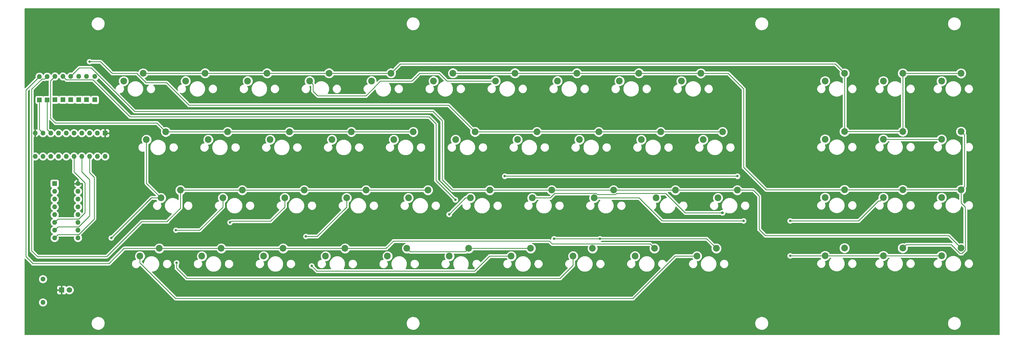
<source format=gbr>
G04 #@! TF.GenerationSoftware,KiCad,Pcbnew,(5.0.1-3-g963ef8bb5)*
G04 #@! TF.CreationDate,2020-08-18T12:47:58+01:00*
G04 #@! TF.ProjectId,ACE-keyboard,4143452D6B6579626F6172642E6B6963,v01*
G04 #@! TF.SameCoordinates,Original*
G04 #@! TF.FileFunction,Copper,L1,Top,Signal*
G04 #@! TF.FilePolarity,Positive*
%FSLAX46Y46*%
G04 Gerber Fmt 4.6, Leading zero omitted, Abs format (unit mm)*
G04 Created by KiCad (PCBNEW (5.0.1-3-g963ef8bb5)) date Tuesday, 18 August 2020 at 12:47:58*
%MOMM*%
%LPD*%
G01*
G04 APERTURE LIST*
G04 #@! TA.AperFunction,ComponentPad*
%ADD10C,2.200000*%
G04 #@! TD*
G04 #@! TA.AperFunction,ComponentPad*
%ADD11O,1.600000X1.600000*%
G04 #@! TD*
G04 #@! TA.AperFunction,ComponentPad*
%ADD12R,1.600000X1.600000*%
G04 #@! TD*
G04 #@! TA.AperFunction,ComponentPad*
%ADD13R,1.800000X1.800000*%
G04 #@! TD*
G04 #@! TA.AperFunction,ComponentPad*
%ADD14C,1.800000*%
G04 #@! TD*
G04 #@! TA.AperFunction,ComponentPad*
%ADD15C,1.600000*%
G04 #@! TD*
G04 #@! TA.AperFunction,ViaPad*
%ADD16C,0.800000*%
G04 #@! TD*
G04 #@! TA.AperFunction,Conductor*
%ADD17C,0.250000*%
G04 #@! TD*
G04 #@! TA.AperFunction,Conductor*
%ADD18C,0.254000*%
G04 #@! TD*
G04 APERTURE END LIST*
D10*
G04 #@! TO.P,SW38,1*
G04 #@! TO.N,Net-(D3-Pad2)*
X168451664Y-79475000D03*
G04 #@! TO.P,SW38,2*
G04 #@! TO.N,/D2*
X162101664Y-82015000D03*
G04 #@! TD*
G04 #@! TO.P,SW33,1*
G04 #@! TO.N,Net-(D10-Pad2)*
X67251944Y-79475000D03*
G04 #@! TO.P,SW33,2*
G04 #@! TO.N,/D2*
X60901944Y-82015000D03*
G04 #@! TD*
G04 #@! TO.P,SW41,1*
G04 #@! TO.N,Net-(D7-Pad2)*
X271081500Y-22225000D03*
G04 #@! TO.P,SW41,2*
G04 #@! TO.N,/D0*
X264731500Y-24765000D03*
G04 #@! TD*
D11*
G04 #@! TO.P,D3,2*
G04 #@! TO.N,Net-(D3-Pad2)*
X15490628Y-23225393D03*
D12*
G04 #@! TO.P,D3,1*
G04 #@! TO.N,/A15*
X15490628Y-30845393D03*
G04 #@! TD*
G04 #@! TO.P,D4,1*
G04 #@! TO.N,/A14*
X18030628Y-30845393D03*
D11*
G04 #@! TO.P,D4,2*
G04 #@! TO.N,Net-(D4-Pad2)*
X18030628Y-23225393D03*
G04 #@! TD*
G04 #@! TO.P,D5,2*
G04 #@! TO.N,Net-(D5-Pad2)*
X20697628Y-23225393D03*
D12*
G04 #@! TO.P,D5,1*
G04 #@! TO.N,/A13*
X20697628Y-30845393D03*
G04 #@! TD*
G04 #@! TO.P,D6,1*
G04 #@! TO.N,/A12*
X23237628Y-30845393D03*
D11*
G04 #@! TO.P,D6,2*
G04 #@! TO.N,Net-(D6-Pad2)*
X23237628Y-23225393D03*
G04 #@! TD*
D12*
G04 #@! TO.P,D7,1*
G04 #@! TO.N,/A11*
X25913628Y-30892393D03*
D11*
G04 #@! TO.P,D7,2*
G04 #@! TO.N,Net-(D7-Pad2)*
X25913628Y-23272393D03*
G04 #@! TD*
G04 #@! TO.P,D8,2*
G04 #@! TO.N,Net-(D8-Pad2)*
X12887128Y-23225393D03*
D12*
G04 #@! TO.P,D8,1*
G04 #@! TO.N,/A10*
X12887128Y-30845393D03*
G04 #@! TD*
G04 #@! TO.P,D9,1*
G04 #@! TO.N,/A9*
X10347128Y-30908893D03*
D11*
G04 #@! TO.P,D9,2*
G04 #@! TO.N,Net-(D9-Pad2)*
X10347128Y-23288893D03*
G04 #@! TD*
G04 #@! TO.P,D10,2*
G04 #@! TO.N,Net-(D10-Pad2)*
X7807128Y-23288893D03*
D12*
G04 #@! TO.P,D10,1*
G04 #@! TO.N,/A8*
X7807128Y-30908893D03*
G04 #@! TD*
G04 #@! TO.P,J1,1*
G04 #@! TO.N,Net-(J1-Pad1)*
X12763500Y-58293000D03*
D11*
G04 #@! TO.P,J1,9*
G04 #@! TO.N,/D0*
X20383500Y-76073000D03*
G04 #@! TO.P,J1,2*
G04 #@! TO.N,Net-(J1-Pad2)*
X12763500Y-60833000D03*
G04 #@! TO.P,J1,10*
G04 #@! TO.N,/D1*
X20383500Y-73533000D03*
G04 #@! TO.P,J1,3*
G04 #@! TO.N,Net-(J1-Pad3)*
X12763500Y-63373000D03*
G04 #@! TO.P,J1,11*
G04 #@! TO.N,/D2*
X20383500Y-70993000D03*
G04 #@! TO.P,J1,4*
G04 #@! TO.N,Net-(J1-Pad4)*
X12763500Y-65913000D03*
G04 #@! TO.P,J1,12*
G04 #@! TO.N,/D3*
X20383500Y-68453000D03*
G04 #@! TO.P,J1,5*
G04 #@! TO.N,Net-(J1-Pad5)*
X12763500Y-68453000D03*
G04 #@! TO.P,J1,13*
G04 #@! TO.N,/D4*
X20383500Y-65913000D03*
G04 #@! TO.P,J1,6*
G04 #@! TO.N,Net-(J1-Pad6)*
X12763500Y-70993000D03*
G04 #@! TO.P,J1,14*
G04 #@! TO.N,Net-(J1-Pad14)*
X20383500Y-63373000D03*
G04 #@! TO.P,J1,7*
G04 #@! TO.N,Net-(J1-Pad7)*
X12763500Y-73533000D03*
G04 #@! TO.P,J1,15*
G04 #@! TO.N,+5V*
X20383500Y-60833000D03*
G04 #@! TO.P,J1,8*
G04 #@! TO.N,Net-(J1-Pad8)*
X12763500Y-76073000D03*
G04 #@! TO.P,J1,16*
G04 #@! TO.N,GND*
X20383500Y-58293000D03*
G04 #@! TD*
D10*
G04 #@! TO.P,SW1,2*
G04 #@! TO.N,/D0*
X35369500Y-24765000D03*
G04 #@! TO.P,SW1,1*
G04 #@! TO.N,Net-(D7-Pad2)*
X41719500Y-22225000D03*
G04 #@! TD*
G04 #@! TO.P,SW2,2*
G04 #@! TO.N,/D1*
X55633055Y-24761000D03*
G04 #@! TO.P,SW2,1*
G04 #@! TO.N,Net-(D7-Pad2)*
X61983055Y-22221000D03*
G04 #@! TD*
G04 #@! TO.P,SW3,2*
G04 #@! TO.N,/D2*
X75896610Y-24761000D03*
G04 #@! TO.P,SW3,1*
G04 #@! TO.N,Net-(D7-Pad2)*
X82246610Y-22221000D03*
G04 #@! TD*
G04 #@! TO.P,SW4,2*
G04 #@! TO.N,/D3*
X96160165Y-24761000D03*
G04 #@! TO.P,SW4,1*
G04 #@! TO.N,Net-(D7-Pad2)*
X102510165Y-22221000D03*
G04 #@! TD*
G04 #@! TO.P,SW5,2*
G04 #@! TO.N,/D4*
X116423720Y-24761000D03*
G04 #@! TO.P,SW5,1*
G04 #@! TO.N,Net-(D7-Pad2)*
X122773720Y-22221000D03*
G04 #@! TD*
G04 #@! TO.P,SW6,2*
G04 #@! TO.N,/D4*
X136687275Y-24761000D03*
G04 #@! TO.P,SW6,1*
G04 #@! TO.N,Net-(D6-Pad2)*
X143037275Y-22221000D03*
G04 #@! TD*
G04 #@! TO.P,SW7,2*
G04 #@! TO.N,/D3*
X156950830Y-24761000D03*
G04 #@! TO.P,SW7,1*
G04 #@! TO.N,Net-(D6-Pad2)*
X163300830Y-22221000D03*
G04 #@! TD*
G04 #@! TO.P,SW8,2*
G04 #@! TO.N,/D2*
X177214385Y-24761000D03*
G04 #@! TO.P,SW8,1*
G04 #@! TO.N,Net-(D6-Pad2)*
X183564385Y-22221000D03*
G04 #@! TD*
G04 #@! TO.P,SW9,2*
G04 #@! TO.N,/D1*
X197477940Y-24761000D03*
G04 #@! TO.P,SW9,1*
G04 #@! TO.N,Net-(D6-Pad2)*
X203827940Y-22221000D03*
G04 #@! TD*
G04 #@! TO.P,SW10,2*
G04 #@! TO.N,/D0*
X217741500Y-24765000D03*
G04 #@! TO.P,SW10,1*
G04 #@! TO.N,Net-(D6-Pad2)*
X224091500Y-22225000D03*
G04 #@! TD*
G04 #@! TO.P,SW11,1*
G04 #@! TO.N,Net-(D8-Pad2)*
X49134000Y-41367000D03*
G04 #@! TO.P,SW11,2*
G04 #@! TO.N,/D0*
X42784000Y-43907000D03*
G04 #@! TD*
G04 #@! TO.P,SW12,1*
G04 #@! TO.N,Net-(D8-Pad2)*
X69363944Y-41367000D03*
G04 #@! TO.P,SW12,2*
G04 #@! TO.N,/D1*
X63013944Y-43907000D03*
G04 #@! TD*
G04 #@! TO.P,SW13,1*
G04 #@! TO.N,Net-(D8-Pad2)*
X89593888Y-41367000D03*
G04 #@! TO.P,SW13,2*
G04 #@! TO.N,/D2*
X83243888Y-43907000D03*
G04 #@! TD*
G04 #@! TO.P,SW14,1*
G04 #@! TO.N,Net-(D8-Pad2)*
X109823832Y-41367000D03*
G04 #@! TO.P,SW14,2*
G04 #@! TO.N,/D3*
X103473832Y-43907000D03*
G04 #@! TD*
G04 #@! TO.P,SW15,1*
G04 #@! TO.N,Net-(D8-Pad2)*
X130053776Y-41367000D03*
G04 #@! TO.P,SW15,2*
G04 #@! TO.N,/D4*
X123703776Y-43907000D03*
G04 #@! TD*
G04 #@! TO.P,SW16,1*
G04 #@! TO.N,Net-(D5-Pad2)*
X150283720Y-41367000D03*
G04 #@! TO.P,SW16,2*
G04 #@! TO.N,/D4*
X143933720Y-43907000D03*
G04 #@! TD*
G04 #@! TO.P,SW17,1*
G04 #@! TO.N,Net-(D5-Pad2)*
X170513664Y-41367000D03*
G04 #@! TO.P,SW17,2*
G04 #@! TO.N,/D3*
X164163664Y-43907000D03*
G04 #@! TD*
G04 #@! TO.P,SW18,1*
G04 #@! TO.N,Net-(D5-Pad2)*
X190743608Y-41367000D03*
G04 #@! TO.P,SW18,2*
G04 #@! TO.N,/D2*
X184393608Y-43907000D03*
G04 #@! TD*
G04 #@! TO.P,SW19,1*
G04 #@! TO.N,Net-(D5-Pad2)*
X210973552Y-41367000D03*
G04 #@! TO.P,SW19,2*
G04 #@! TO.N,/D1*
X204623552Y-43907000D03*
G04 #@! TD*
G04 #@! TO.P,SW20,1*
G04 #@! TO.N,Net-(D5-Pad2)*
X231203500Y-41367000D03*
G04 #@! TO.P,SW20,2*
G04 #@! TO.N,/D0*
X224853500Y-43907000D03*
G04 #@! TD*
G04 #@! TO.P,SW21,2*
G04 #@! TO.N,/D0*
X47561500Y-62961000D03*
G04 #@! TO.P,SW21,1*
G04 #@! TO.N,Net-(D9-Pad2)*
X53911500Y-60421000D03*
G04 #@! TD*
G04 #@! TO.P,SW22,2*
G04 #@! TO.N,/D1*
X67796833Y-62961000D03*
G04 #@! TO.P,SW22,1*
G04 #@! TO.N,Net-(D9-Pad2)*
X74146833Y-60421000D03*
G04 #@! TD*
G04 #@! TO.P,SW23,2*
G04 #@! TO.N,/D2*
X88032166Y-62961000D03*
G04 #@! TO.P,SW23,1*
G04 #@! TO.N,Net-(D9-Pad2)*
X94382166Y-60421000D03*
G04 #@! TD*
G04 #@! TO.P,SW24,2*
G04 #@! TO.N,/D3*
X108267499Y-62961000D03*
G04 #@! TO.P,SW24,1*
G04 #@! TO.N,Net-(D9-Pad2)*
X114617499Y-60421000D03*
G04 #@! TD*
G04 #@! TO.P,SW25,2*
G04 #@! TO.N,/D4*
X128502832Y-62961000D03*
G04 #@! TO.P,SW25,1*
G04 #@! TO.N,Net-(D9-Pad2)*
X134852832Y-60421000D03*
G04 #@! TD*
G04 #@! TO.P,SW26,2*
G04 #@! TO.N,/D4*
X148738165Y-62961000D03*
G04 #@! TO.P,SW26,1*
G04 #@! TO.N,Net-(D4-Pad2)*
X155088165Y-60421000D03*
G04 #@! TD*
G04 #@! TO.P,SW27,2*
G04 #@! TO.N,/D3*
X168973498Y-62961000D03*
G04 #@! TO.P,SW27,1*
G04 #@! TO.N,Net-(D4-Pad2)*
X175323498Y-60421000D03*
G04 #@! TD*
G04 #@! TO.P,SW28,2*
G04 #@! TO.N,/D2*
X189208831Y-62961000D03*
G04 #@! TO.P,SW28,1*
G04 #@! TO.N,Net-(D4-Pad2)*
X195558831Y-60421000D03*
G04 #@! TD*
G04 #@! TO.P,SW29,2*
G04 #@! TO.N,/D1*
X209444164Y-62961000D03*
G04 #@! TO.P,SW29,1*
G04 #@! TO.N,Net-(D4-Pad2)*
X215794164Y-60421000D03*
G04 #@! TD*
G04 #@! TO.P,SW30,2*
G04 #@! TO.N,/D0*
X229679500Y-62961000D03*
G04 #@! TO.P,SW30,1*
G04 #@! TO.N,Net-(D4-Pad2)*
X236029500Y-60421000D03*
G04 #@! TD*
G04 #@! TO.P,SW31,1*
G04 #@! TO.N,Net-(D10-Pad2)*
X47012000Y-79475000D03*
G04 #@! TO.P,SW31,2*
G04 #@! TO.N,/D0*
X40662000Y-82015000D03*
G04 #@! TD*
G04 #@! TO.P,SW32,1*
G04 #@! TO.N,Net-(D10-Pad2)*
X208931552Y-79475000D03*
G04 #@! TO.P,SW32,2*
G04 #@! TO.N,/D1*
X202581552Y-82015000D03*
G04 #@! TD*
G04 #@! TO.P,SW34,1*
G04 #@! TO.N,Net-(D10-Pad2)*
X87491888Y-79475000D03*
G04 #@! TO.P,SW34,2*
G04 #@! TO.N,/D3*
X81141888Y-82015000D03*
G04 #@! TD*
G04 #@! TO.P,SW35,1*
G04 #@! TO.N,Net-(D10-Pad2)*
X107731832Y-79475000D03*
G04 #@! TO.P,SW35,2*
G04 #@! TO.N,/D4*
X101381832Y-82015000D03*
G04 #@! TD*
G04 #@! TO.P,SW36,1*
G04 #@! TO.N,Net-(D3-Pad2)*
X127971776Y-79475000D03*
G04 #@! TO.P,SW36,2*
G04 #@! TO.N,/D4*
X121621776Y-82015000D03*
G04 #@! TD*
G04 #@! TO.P,SW37,1*
G04 #@! TO.N,Net-(D3-Pad2)*
X148211720Y-79475000D03*
G04 #@! TO.P,SW37,2*
G04 #@! TO.N,/D3*
X141861720Y-82015000D03*
G04 #@! TD*
G04 #@! TO.P,SW39,1*
G04 #@! TO.N,Net-(D3-Pad2)*
X188691608Y-79475000D03*
G04 #@! TO.P,SW39,2*
G04 #@! TO.N,/D1*
X182341608Y-82015000D03*
G04 #@! TD*
G04 #@! TO.P,SW40,1*
G04 #@! TO.N,Net-(D3-Pad2)*
X229171500Y-79475000D03*
G04 #@! TO.P,SW40,2*
G04 #@! TO.N,/D0*
X222821500Y-82015000D03*
G04 #@! TD*
G04 #@! TO.P,SW42,1*
G04 #@! TO.N,Net-(D7-Pad2)*
X290131500Y-22225000D03*
G04 #@! TO.P,SW42,2*
G04 #@! TO.N,/D1*
X283781500Y-24765000D03*
G04 #@! TD*
G04 #@! TO.P,SW43,2*
G04 #@! TO.N,/D2*
X302831500Y-24765000D03*
G04 #@! TO.P,SW43,1*
G04 #@! TO.N,Net-(D7-Pad2)*
X309181500Y-22225000D03*
G04 #@! TD*
G04 #@! TO.P,SW44,2*
G04 #@! TO.N,/D3*
X264731500Y-43815000D03*
G04 #@! TO.P,SW44,1*
G04 #@! TO.N,Net-(D7-Pad2)*
X271081500Y-41275000D03*
G04 #@! TD*
G04 #@! TO.P,SW45,2*
G04 #@! TO.N,/D4*
X283781500Y-43815000D03*
G04 #@! TO.P,SW45,1*
G04 #@! TO.N,Net-(D7-Pad2)*
X290131500Y-41275000D03*
G04 #@! TD*
G04 #@! TO.P,SW46,1*
G04 #@! TO.N,Net-(D6-Pad2)*
X309181500Y-41275000D03*
G04 #@! TO.P,SW46,2*
G04 #@! TO.N,/D4*
X302831500Y-43815000D03*
G04 #@! TD*
G04 #@! TO.P,SW47,1*
G04 #@! TO.N,Net-(D6-Pad2)*
X271081500Y-60325000D03*
G04 #@! TO.P,SW47,2*
G04 #@! TO.N,/D3*
X264731500Y-62865000D03*
G04 #@! TD*
G04 #@! TO.P,SW48,1*
G04 #@! TO.N,Net-(D6-Pad2)*
X290131500Y-60325000D03*
G04 #@! TO.P,SW48,2*
G04 #@! TO.N,/D2*
X283781500Y-62865000D03*
G04 #@! TD*
G04 #@! TO.P,SW49,2*
G04 #@! TO.N,/D1*
X302831500Y-62865000D03*
G04 #@! TO.P,SW49,1*
G04 #@! TO.N,Net-(D6-Pad2)*
X309181500Y-60325000D03*
G04 #@! TD*
G04 #@! TO.P,SW50,2*
G04 #@! TO.N,/D0*
X264731500Y-81915000D03*
G04 #@! TO.P,SW50,1*
G04 #@! TO.N,Net-(D10-Pad2)*
X271081500Y-79375000D03*
G04 #@! TD*
G04 #@! TO.P,SW51,2*
G04 #@! TO.N,/D0*
X283781500Y-81915000D03*
G04 #@! TO.P,SW51,1*
G04 #@! TO.N,Net-(D6-Pad2)*
X290131500Y-79375000D03*
G04 #@! TD*
G04 #@! TO.P,SW52,1*
G04 #@! TO.N,Net-(D4-Pad2)*
X309181500Y-79375000D03*
G04 #@! TO.P,SW52,2*
G04 #@! TO.N,/D0*
X302831500Y-81915000D03*
G04 #@! TD*
D12*
G04 #@! TO.P,U1,1*
G04 #@! TO.N,GND*
X29273500Y-41783000D03*
D11*
G04 #@! TO.P,U1,11*
G04 #@! TO.N,Net-(J1-Pad3)*
X6413500Y-49403000D03*
G04 #@! TO.P,U1,2*
G04 #@! TO.N,/A11*
X26733500Y-41783000D03*
G04 #@! TO.P,U1,12*
G04 #@! TO.N,Net-(J1-Pad2)*
X8953500Y-49403000D03*
G04 #@! TO.P,U1,3*
G04 #@! TO.N,/A12*
X24193500Y-41783000D03*
G04 #@! TO.P,U1,13*
G04 #@! TO.N,Net-(J1-Pad1)*
X11493500Y-49403000D03*
G04 #@! TO.P,U1,4*
G04 #@! TO.N,/A13*
X21653500Y-41783000D03*
G04 #@! TO.P,U1,14*
G04 #@! TO.N,Net-(J1-Pad4)*
X14033500Y-49403000D03*
G04 #@! TO.P,U1,5*
G04 #@! TO.N,/A14*
X19113500Y-41783000D03*
G04 #@! TO.P,U1,15*
G04 #@! TO.N,Net-(J1-Pad5)*
X16573500Y-49403000D03*
G04 #@! TO.P,U1,6*
G04 #@! TO.N,/A15*
X16573500Y-41783000D03*
G04 #@! TO.P,U1,16*
G04 #@! TO.N,Net-(J1-Pad6)*
X19113500Y-49403000D03*
G04 #@! TO.P,U1,7*
G04 #@! TO.N,/A10*
X14033500Y-41783000D03*
G04 #@! TO.P,U1,17*
G04 #@! TO.N,Net-(J1-Pad7)*
X21653500Y-49403000D03*
G04 #@! TO.P,U1,8*
G04 #@! TO.N,/A9*
X11493500Y-41783000D03*
G04 #@! TO.P,U1,18*
G04 #@! TO.N,Net-(J1-Pad8)*
X24193500Y-49403000D03*
G04 #@! TO.P,U1,9*
G04 #@! TO.N,/A8*
X8953500Y-41783000D03*
G04 #@! TO.P,U1,19*
G04 #@! TO.N,Net-(J1-Pad14)*
X26733500Y-49403000D03*
G04 #@! TO.P,U1,10*
G04 #@! TO.N,GND*
X6413500Y-41783000D03*
G04 #@! TO.P,U1,20*
G04 #@! TO.N,+5V*
X29273500Y-49403000D03*
G04 #@! TD*
D13*
G04 #@! TO.P,D2,1*
G04 #@! TO.N,GND*
X15049500Y-93091000D03*
D14*
G04 #@! TO.P,D2,2*
G04 #@! TO.N,Net-(D2-Pad2)*
X17589500Y-93091000D03*
G04 #@! TD*
D15*
G04 #@! TO.P,R1,1*
G04 #@! TO.N,+5V*
X8953500Y-89535000D03*
D11*
G04 #@! TO.P,R1,2*
G04 #@! TO.N,Net-(D2-Pad2)*
X8953500Y-97155000D03*
G04 #@! TD*
D16*
G04 #@! TO.N,Net-(D3-Pad2)*
X143827500Y-63599337D03*
X176085500Y-76327000D03*
X191071500Y-76327000D03*
G04 #@! TO.N,Net-(D5-Pad2)*
X24193500Y-18415000D03*
G04 #@! TO.N,/D0*
X31305500Y-76073000D03*
X253301500Y-81915000D03*
G04 #@! TO.N,/D1*
X52419944Y-73533000D03*
X52641500Y-84201000D03*
G04 #@! TO.N,/D2*
X70119888Y-70993000D03*
X238061500Y-70485000D03*
X253301500Y-70485000D03*
X96837500Y-85217000D03*
G04 #@! TO.N,/D3*
X94931832Y-75565000D03*
X231084501Y-67826001D03*
X231203500Y-67826001D03*
X231203500Y-67826001D03*
G04 #@! TO.N,/D4*
X141795500Y-68348031D03*
X159975499Y-55861001D03*
X236029500Y-55861001D03*
G04 #@! TD*
D17*
G04 #@! TO.N,Net-(D3-Pad2)*
X143827500Y-63599337D02*
X143827500Y-63599337D01*
X137477500Y-38735000D02*
X137477500Y-57249337D01*
X25326627Y-24350394D02*
X37425233Y-36449000D01*
X16615629Y-24350394D02*
X25326627Y-24350394D01*
X135191500Y-36449000D02*
X137477500Y-38735000D01*
X137477500Y-57249337D02*
X143827500Y-63599337D01*
X37425233Y-36449000D02*
X135191500Y-36449000D01*
X15490628Y-23225393D02*
X16615629Y-24350394D01*
X129071775Y-80574999D02*
X147111721Y-80574999D01*
X147111721Y-80574999D02*
X148211720Y-79475000D01*
X127971776Y-79475000D02*
X129071775Y-80574999D01*
X228071501Y-78375001D02*
X229171500Y-79475000D01*
X227296489Y-77599989D02*
X228071501Y-78375001D01*
X226023500Y-76327000D02*
X229171500Y-79475000D01*
X176085500Y-76327000D02*
X191071500Y-76327000D01*
X191071500Y-76327000D02*
X226023500Y-76327000D01*
X148211720Y-79475000D02*
X168451664Y-79475000D01*
G04 #@! TO.N,Net-(D4-Pad2)*
X234473866Y-60421000D02*
X155088165Y-60421000D01*
X236029500Y-60421000D02*
X234473866Y-60421000D01*
X142907500Y-60421000D02*
X155088165Y-60421000D01*
X139509500Y-57023000D02*
X142907500Y-60421000D01*
X139509500Y-37719000D02*
X139509500Y-57023000D01*
X136461500Y-34671000D02*
X139509500Y-37719000D01*
X38925500Y-34671000D02*
X136461500Y-34671000D01*
X20809021Y-20447000D02*
X24701500Y-20447000D01*
X24701500Y-20447000D02*
X38925500Y-34671000D01*
X18030628Y-23225393D02*
X20809021Y-20447000D01*
X305117500Y-75311000D02*
X309181500Y-79375000D01*
X245173500Y-75311000D02*
X305117500Y-75311000D01*
X243141500Y-73279000D02*
X245173500Y-75311000D01*
X243141500Y-62357000D02*
X243141500Y-73279000D01*
X241205500Y-60421000D02*
X243141500Y-62357000D01*
X236029500Y-60421000D02*
X241205500Y-60421000D01*
G04 #@! TO.N,Net-(D5-Pad2)*
X150283720Y-41367000D02*
X231203500Y-41367000D01*
X24193500Y-18415000D02*
X27749500Y-18415000D01*
X27749500Y-18415000D02*
X31559500Y-22225000D01*
X39610498Y-22225000D02*
X42658498Y-25273000D01*
X31559500Y-22225000D02*
X39610498Y-22225000D01*
X42658498Y-25273000D02*
X49339500Y-25273000D01*
X49339500Y-25273000D02*
X56705500Y-32639000D01*
X141555720Y-32639000D02*
X150283720Y-41367000D01*
X56705500Y-32639000D02*
X141555720Y-32639000D01*
G04 #@! TO.N,Net-(D6-Pad2)*
X143041275Y-22225000D02*
X143037275Y-22221000D01*
X224091500Y-22225000D02*
X143041275Y-22225000D01*
X232981500Y-22225000D02*
X238061500Y-27305000D01*
X224091500Y-22225000D02*
X232981500Y-22225000D01*
X238061500Y-27305000D02*
X238061500Y-52959000D01*
X238061500Y-52959000D02*
X245427500Y-60325000D01*
X245427500Y-60325000D02*
X309181500Y-60325000D01*
X310281499Y-42374999D02*
X309181500Y-41275000D01*
X310281499Y-59225001D02*
X310281499Y-42374999D01*
X309181500Y-60325000D02*
X310281499Y-59225001D01*
X305972499Y-78275001D02*
X308850498Y-81153000D01*
X291231499Y-78275001D02*
X305972499Y-78275001D01*
X290131500Y-79375000D02*
X291231499Y-78275001D01*
X309181500Y-61880634D02*
X309181500Y-60325000D01*
X309181500Y-64604002D02*
X309181500Y-61880634D01*
X310606501Y-66029003D02*
X309181500Y-64604002D01*
X310606501Y-80059001D02*
X310606501Y-66029003D01*
X309512502Y-81153000D02*
X310606501Y-80059001D01*
X308850498Y-81153000D02*
X309512502Y-81153000D01*
G04 #@! TO.N,Net-(D7-Pad2)*
X41723500Y-22221000D02*
X41719500Y-22225000D01*
X122773720Y-22221000D02*
X41723500Y-22221000D01*
X122773720Y-22221000D02*
X125817720Y-19177000D01*
X268033500Y-19177000D02*
X271081500Y-22225000D01*
X125817720Y-19177000D02*
X268033500Y-19177000D01*
X271081500Y-26504002D02*
X271081500Y-41275000D01*
X271081500Y-22225000D02*
X271081500Y-26504002D01*
X272637134Y-41275000D02*
X290131500Y-41275000D01*
X271081500Y-41275000D02*
X272637134Y-41275000D01*
X290131500Y-41275000D02*
X290131500Y-22225000D01*
X291687134Y-22225000D02*
X309181500Y-22225000D01*
X290131500Y-22225000D02*
X291687134Y-22225000D01*
G04 #@! TO.N,Net-(D8-Pad2)*
X130053776Y-41367000D02*
X49134000Y-41367000D01*
X11472129Y-24640392D02*
X11472129Y-36935629D01*
X12887128Y-23225393D02*
X11472129Y-24640392D01*
X11472129Y-36935629D02*
X13017500Y-38481000D01*
X46248000Y-38481000D02*
X49134000Y-41367000D01*
X13017500Y-38481000D02*
X46248000Y-38481000D01*
G04 #@! TO.N,/A9*
X10347128Y-40636628D02*
X11493500Y-41783000D01*
X10347128Y-30908893D02*
X10347128Y-40636628D01*
G04 #@! TO.N,Net-(D9-Pad2)*
X9547129Y-24088892D02*
X8613608Y-24088892D01*
X10347128Y-23288893D02*
X9547129Y-24088892D01*
X5288499Y-27414001D02*
X5288499Y-80281999D01*
X8613608Y-24088892D02*
X5288499Y-27414001D01*
X5288499Y-80281999D02*
X7175500Y-82169000D01*
X7175500Y-82169000D02*
X29781500Y-82169000D01*
X49632498Y-70739000D02*
X41211500Y-70739000D01*
X134852832Y-60421000D02*
X62293500Y-60421000D01*
X62293500Y-60421000D02*
X59950498Y-60421000D01*
X29781500Y-82169000D02*
X41211500Y-70739000D01*
X59753500Y-60421000D02*
X53911500Y-60421000D01*
X62293500Y-60421000D02*
X59753500Y-60421000D01*
X59753500Y-60421000D02*
X54069500Y-60421000D01*
X53911500Y-61976634D02*
X53911500Y-60421000D01*
X53911500Y-66301998D02*
X53911500Y-61976634D01*
X49632498Y-70581000D02*
X53911500Y-66301998D01*
X49632498Y-70739000D02*
X49632498Y-70581000D01*
G04 #@! TO.N,Net-(D10-Pad2)*
X30543500Y-84455000D02*
X35523500Y-79475000D01*
X5651500Y-84455000D02*
X30543500Y-84455000D01*
X3365500Y-82169000D02*
X5651500Y-84455000D01*
X3365500Y-27730521D02*
X3365500Y-82169000D01*
X35523500Y-79475000D02*
X47012000Y-79475000D01*
X7807128Y-23288893D02*
X3365500Y-27730521D01*
X48567634Y-79475000D02*
X107731832Y-79475000D01*
X47012000Y-79475000D02*
X48567634Y-79475000D01*
X121190778Y-79475000D02*
X107731832Y-79475000D01*
X123613777Y-77052001D02*
X121190778Y-79475000D01*
X174524501Y-77052001D02*
X123613777Y-77052001D01*
X175522499Y-78049999D02*
X174524501Y-77052001D01*
X207506551Y-78049999D02*
X175522499Y-78049999D01*
X208931552Y-79475000D02*
X207506551Y-78049999D01*
G04 #@! TO.N,/A8*
X7807128Y-40636628D02*
X8953500Y-41783000D01*
X7807128Y-30908893D02*
X7807128Y-40636628D01*
G04 #@! TO.N,Net-(J1-Pad6)*
X19113500Y-49403000D02*
X19113500Y-54483000D01*
X19113500Y-54483000D02*
X22669500Y-58039000D01*
X13563499Y-70193001D02*
X12763500Y-70993000D01*
X13888501Y-69867999D02*
X13563499Y-70193001D01*
X22669500Y-67832002D02*
X20633503Y-69867999D01*
X20633503Y-69867999D02*
X13888501Y-69867999D01*
X22669500Y-58039000D02*
X22669500Y-67832002D01*
G04 #@! TO.N,Net-(J1-Pad7)*
X21653500Y-49403000D02*
X21653500Y-54483000D01*
X21653500Y-54483000D02*
X24193500Y-57023000D01*
X13888501Y-72407999D02*
X13563499Y-72733001D01*
X20633503Y-72407999D02*
X13888501Y-72407999D01*
X13563499Y-72733001D02*
X12763500Y-73533000D01*
X24193500Y-68848002D02*
X20633503Y-72407999D01*
X24193500Y-57023000D02*
X24193500Y-68848002D01*
G04 #@! TO.N,Net-(J1-Pad8)*
X24193500Y-49403000D02*
X24193500Y-54737000D01*
X24193500Y-54737000D02*
X25717500Y-56261000D01*
X13563499Y-75273001D02*
X12763500Y-76073000D01*
X13888501Y-74947999D02*
X13563499Y-75273001D01*
X20633503Y-74947999D02*
X13888501Y-74947999D01*
X25717500Y-69864002D02*
X20633503Y-74947999D01*
X25717500Y-56261000D02*
X25717500Y-69864002D01*
G04 #@! TO.N,/D0*
X31305500Y-76073000D02*
X44259500Y-63119000D01*
X302831500Y-81915000D02*
X264731500Y-81915000D01*
X253301500Y-81915000D02*
X264731500Y-81915000D01*
X215750554Y-82015000D02*
X201880554Y-95885000D01*
X222821500Y-82015000D02*
X215750554Y-82015000D01*
X40662000Y-84186002D02*
X40662000Y-83570634D01*
X52360998Y-95885000D02*
X40662000Y-84186002D01*
X40662000Y-83570634D02*
X40662000Y-82015000D01*
X201880554Y-95885000D02*
X52360998Y-95885000D01*
X42942000Y-58341500D02*
X47561500Y-62961000D01*
X42784000Y-56261000D02*
X42784000Y-58183500D01*
X44417500Y-62961000D02*
X47561500Y-62961000D01*
X31305500Y-76073000D02*
X44417500Y-62961000D01*
X42784000Y-58183500D02*
X42784000Y-43907000D01*
X47561500Y-62961000D02*
X42784000Y-58183500D01*
G04 #@! TO.N,/D1*
X67796833Y-64516634D02*
X67796833Y-62961000D01*
X67796833Y-65970002D02*
X67796833Y-64516634D01*
X60233835Y-73533000D02*
X67796833Y-65970002D01*
X52419944Y-73533000D02*
X60233835Y-73533000D01*
X52641500Y-84201000D02*
X52641500Y-84201000D01*
X52641500Y-84201000D02*
X52641500Y-85979000D01*
X52641500Y-85979000D02*
X55943500Y-89281000D01*
X182341608Y-83570634D02*
X182341608Y-82015000D01*
X178084610Y-89281000D02*
X182341608Y-85024002D01*
X182341608Y-85024002D02*
X182341608Y-83570634D01*
X55943500Y-89281000D02*
X178084610Y-89281000D01*
G04 #@! TO.N,/D2*
X88032166Y-64516634D02*
X88032166Y-62961000D01*
X88032166Y-65970002D02*
X88032166Y-64516634D01*
X70519887Y-70593001D02*
X83409167Y-70593001D01*
X83409167Y-70593001D02*
X88032166Y-65970002D01*
X70119888Y-70993000D02*
X70519887Y-70593001D01*
X238061500Y-70485000D02*
X238061500Y-70485000D01*
X282212499Y-63964999D02*
X282681501Y-63964999D01*
X282681501Y-63964999D02*
X283781500Y-62865000D01*
X275692498Y-70485000D02*
X282212499Y-63964999D01*
X253301500Y-70485000D02*
X275692498Y-70485000D01*
X150165721Y-86880001D02*
X98500501Y-86880001D01*
X155030722Y-82015000D02*
X150165721Y-86880001D01*
X162101664Y-82015000D02*
X155030722Y-82015000D01*
X98500501Y-86880001D02*
X96837500Y-85217000D01*
X96837500Y-85217000D02*
X96837500Y-85217000D01*
X211419162Y-70485000D02*
X238061500Y-70485000D01*
X189208831Y-62961000D02*
X203895162Y-62961000D01*
X203895162Y-62961000D02*
X211419162Y-70485000D01*
G04 #@! TO.N,/D3*
X108267499Y-65970002D02*
X108267499Y-64516634D01*
X98672501Y-75565000D02*
X108267499Y-65970002D01*
X108267499Y-64516634D02*
X108267499Y-62961000D01*
X94931832Y-75565000D02*
X98672501Y-75565000D01*
X132143500Y-22225000D02*
X138497500Y-22225000D01*
X129603500Y-24765000D02*
X132143500Y-22225000D01*
X119328718Y-24765000D02*
X129603500Y-24765000D01*
X141033500Y-24761000D02*
X156950830Y-24761000D01*
X138497500Y-22225000D02*
X141033500Y-24761000D01*
X170529132Y-62961000D02*
X168973498Y-62961000D01*
X174892500Y-62961000D02*
X170529132Y-62961000D01*
X176317501Y-61535999D02*
X174892500Y-62961000D01*
X189892832Y-61535999D02*
X176317501Y-61535999D01*
X190202834Y-61846001D02*
X189892832Y-61535999D01*
X196242832Y-61846001D02*
X190202834Y-61846001D01*
X196552834Y-61535999D02*
X196242832Y-61846001D01*
X212630161Y-61535999D02*
X196552834Y-61535999D01*
X218920163Y-67826001D02*
X212630161Y-61535999D01*
X231084501Y-67826001D02*
X218920163Y-67826001D01*
X117157500Y-27036222D02*
X117157500Y-26936218D01*
X114567721Y-29626001D02*
X117157500Y-27036222D01*
X98854164Y-29626001D02*
X114567721Y-29626001D01*
X97260164Y-28032001D02*
X98854164Y-29626001D01*
X97260164Y-25860999D02*
X97260164Y-28032001D01*
X96160165Y-24761000D02*
X97260164Y-25860999D01*
X117157500Y-26936218D02*
X119328718Y-24765000D01*
G04 #@! TO.N,/D4*
X302831500Y-43815000D02*
X283781500Y-43815000D01*
X147182531Y-62961000D02*
X141795500Y-68348031D01*
X148738165Y-62961000D02*
X147182531Y-62961000D01*
X141795500Y-68348031D02*
X141795500Y-68348031D01*
X236175499Y-55861001D02*
X236175499Y-55861001D01*
X236029500Y-55861001D02*
X236175499Y-55861001D01*
X160541184Y-55861001D02*
X236029500Y-55861001D01*
X159975499Y-55861001D02*
X160541184Y-55861001D01*
G04 #@! TD*
D18*
G04 #@! TO.N,GND*
G36*
X321704501Y-107646000D02*
X3034500Y-107646000D01*
X3034500Y-103647240D01*
X24772763Y-103647240D01*
X24778578Y-104387700D01*
X25023928Y-105086355D01*
X25482357Y-105667868D01*
X26104432Y-106069537D01*
X26823075Y-106248049D01*
X27560796Y-106184155D01*
X28238046Y-105884746D01*
X28781800Y-105382105D01*
X29133422Y-104730434D01*
X29255000Y-104000000D01*
X29254722Y-103964580D01*
X29196766Y-103647240D01*
X127772763Y-103647240D01*
X127778578Y-104387700D01*
X128023928Y-105086355D01*
X128482357Y-105667868D01*
X129104432Y-106069537D01*
X129823075Y-106248049D01*
X130560796Y-106184155D01*
X131238046Y-105884746D01*
X131781800Y-105382105D01*
X132133422Y-104730434D01*
X132255000Y-104000000D01*
X132254722Y-103964580D01*
X132196766Y-103647240D01*
X241772763Y-103647240D01*
X241778578Y-104387700D01*
X242023928Y-105086355D01*
X242482357Y-105667868D01*
X243104432Y-106069537D01*
X243823075Y-106248049D01*
X244560796Y-106184155D01*
X245238046Y-105884746D01*
X245781800Y-105382105D01*
X246133422Y-104730434D01*
X246255000Y-104000000D01*
X246254722Y-103964580D01*
X246196766Y-103647240D01*
X304772763Y-103647240D01*
X304778578Y-104387700D01*
X305023928Y-105086355D01*
X305482357Y-105667868D01*
X306104432Y-106069537D01*
X306823075Y-106248049D01*
X307560796Y-106184155D01*
X308238046Y-105884746D01*
X308781800Y-105382105D01*
X309133422Y-104730434D01*
X309255000Y-104000000D01*
X309254722Y-103964580D01*
X309121686Y-103236146D01*
X308759871Y-102590078D01*
X308208289Y-102096041D01*
X307526419Y-101807306D01*
X306787786Y-101755008D01*
X306072035Y-101944786D01*
X305456346Y-102356176D01*
X305007109Y-102944818D01*
X304772763Y-103647240D01*
X246196766Y-103647240D01*
X246121686Y-103236146D01*
X245759871Y-102590078D01*
X245208289Y-102096041D01*
X244526419Y-101807306D01*
X243787786Y-101755008D01*
X243072035Y-101944786D01*
X242456346Y-102356176D01*
X242007109Y-102944818D01*
X241772763Y-103647240D01*
X132196766Y-103647240D01*
X132121686Y-103236146D01*
X131759871Y-102590078D01*
X131208289Y-102096041D01*
X130526419Y-101807306D01*
X129787786Y-101755008D01*
X129072035Y-101944786D01*
X128456346Y-102356176D01*
X128007109Y-102944818D01*
X127772763Y-103647240D01*
X29196766Y-103647240D01*
X29121686Y-103236146D01*
X28759871Y-102590078D01*
X28208289Y-102096041D01*
X27526419Y-101807306D01*
X26787786Y-101755008D01*
X26072035Y-101944786D01*
X25456346Y-102356176D01*
X25007109Y-102944818D01*
X24772763Y-103647240D01*
X3034500Y-103647240D01*
X3034500Y-97155000D01*
X7490387Y-97155000D01*
X7601760Y-97714909D01*
X7918923Y-98189577D01*
X8393591Y-98506740D01*
X8812167Y-98590000D01*
X9094833Y-98590000D01*
X9513409Y-98506740D01*
X9988077Y-98189577D01*
X10305240Y-97714909D01*
X10416613Y-97155000D01*
X10305240Y-96595091D01*
X9988077Y-96120423D01*
X9513409Y-95803260D01*
X9094833Y-95720000D01*
X8812167Y-95720000D01*
X8393591Y-95803260D01*
X7918923Y-96120423D01*
X7601760Y-96595091D01*
X7490387Y-97155000D01*
X3034500Y-97155000D01*
X3034500Y-93376750D01*
X13514500Y-93376750D01*
X13514500Y-94117310D01*
X13611173Y-94350699D01*
X13789802Y-94529327D01*
X14023191Y-94626000D01*
X14763750Y-94626000D01*
X14922500Y-94467250D01*
X14922500Y-93218000D01*
X13673250Y-93218000D01*
X13514500Y-93376750D01*
X3034500Y-93376750D01*
X3034500Y-92064690D01*
X13514500Y-92064690D01*
X13514500Y-92805250D01*
X13673250Y-92964000D01*
X14922500Y-92964000D01*
X14922500Y-91714750D01*
X15176500Y-91714750D01*
X15176500Y-92964000D01*
X15196500Y-92964000D01*
X15196500Y-93218000D01*
X15176500Y-93218000D01*
X15176500Y-94467250D01*
X15335250Y-94626000D01*
X16075809Y-94626000D01*
X16309198Y-94529327D01*
X16487827Y-94350699D01*
X16543639Y-94215956D01*
X16719993Y-94392310D01*
X17284170Y-94626000D01*
X17894830Y-94626000D01*
X18459007Y-94392310D01*
X18890810Y-93960507D01*
X19124500Y-93396330D01*
X19124500Y-92785670D01*
X18890810Y-92221493D01*
X18459007Y-91789690D01*
X17894830Y-91556000D01*
X17284170Y-91556000D01*
X16719993Y-91789690D01*
X16543639Y-91966044D01*
X16487827Y-91831301D01*
X16309198Y-91652673D01*
X16075809Y-91556000D01*
X15335250Y-91556000D01*
X15176500Y-91714750D01*
X14922500Y-91714750D01*
X14763750Y-91556000D01*
X14023191Y-91556000D01*
X13789802Y-91652673D01*
X13611173Y-91831301D01*
X13514500Y-92064690D01*
X3034500Y-92064690D01*
X3034500Y-89249561D01*
X7518500Y-89249561D01*
X7518500Y-89820439D01*
X7736966Y-90347862D01*
X8140638Y-90751534D01*
X8668061Y-90970000D01*
X9238939Y-90970000D01*
X9766362Y-90751534D01*
X10170034Y-90347862D01*
X10388500Y-89820439D01*
X10388500Y-89249561D01*
X10170034Y-88722138D01*
X9766362Y-88318466D01*
X9238939Y-88100000D01*
X8668061Y-88100000D01*
X8140638Y-88318466D01*
X7736966Y-88722138D01*
X7518500Y-89249561D01*
X3034500Y-89249561D01*
X3034500Y-82912801D01*
X5061171Y-84939473D01*
X5103571Y-85002929D01*
X5354963Y-85170904D01*
X5576648Y-85215000D01*
X5576652Y-85215000D01*
X5651499Y-85229888D01*
X5726346Y-85215000D01*
X30468653Y-85215000D01*
X30543500Y-85229888D01*
X30618347Y-85215000D01*
X30618352Y-85215000D01*
X30840037Y-85170904D01*
X31091429Y-85002929D01*
X31133831Y-84939470D01*
X31813686Y-84259615D01*
X37907000Y-84259615D01*
X37907000Y-84850385D01*
X38133078Y-85396185D01*
X38550815Y-85813922D01*
X39096615Y-86040000D01*
X39687385Y-86040000D01*
X40233185Y-85813922D01*
X40650922Y-85396185D01*
X40693819Y-85292622D01*
X51770669Y-96369473D01*
X51813069Y-96432929D01*
X52064461Y-96600904D01*
X52286146Y-96645000D01*
X52286150Y-96645000D01*
X52360998Y-96659888D01*
X52435846Y-96645000D01*
X201805707Y-96645000D01*
X201880554Y-96659888D01*
X201955401Y-96645000D01*
X201955406Y-96645000D01*
X202177091Y-96600904D01*
X202428483Y-96432929D01*
X202470885Y-96369470D01*
X216065356Y-82775000D01*
X221258352Y-82775000D01*
X221350638Y-82997799D01*
X221422839Y-83070000D01*
X221256115Y-83070000D01*
X220710315Y-83296078D01*
X220292578Y-83713815D01*
X220066500Y-84259615D01*
X220066500Y-84850385D01*
X220292578Y-85396185D01*
X220710315Y-85813922D01*
X221256115Y-86040000D01*
X221846885Y-86040000D01*
X222392685Y-85813922D01*
X222810422Y-85396185D01*
X223036500Y-84850385D01*
X223036500Y-84259615D01*
X222941749Y-84030866D01*
X223996500Y-84030866D01*
X223996500Y-85079134D01*
X224397655Y-86047608D01*
X225138892Y-86788845D01*
X226107366Y-87190000D01*
X227155634Y-87190000D01*
X228124108Y-86788845D01*
X228865345Y-86047608D01*
X229266500Y-85079134D01*
X229266500Y-84259615D01*
X230226500Y-84259615D01*
X230226500Y-84850385D01*
X230452578Y-85396185D01*
X230870315Y-85813922D01*
X231416115Y-86040000D01*
X232006885Y-86040000D01*
X232552685Y-85813922D01*
X232970422Y-85396185D01*
X233196500Y-84850385D01*
X233196500Y-84259615D01*
X232970422Y-83713815D01*
X232552685Y-83296078D01*
X232006885Y-83070000D01*
X231416115Y-83070000D01*
X230870315Y-83296078D01*
X230452578Y-83713815D01*
X230226500Y-84259615D01*
X229266500Y-84259615D01*
X229266500Y-84030866D01*
X228865345Y-83062392D01*
X228124108Y-82321155D01*
X227155634Y-81920000D01*
X226107366Y-81920000D01*
X225138892Y-82321155D01*
X224397655Y-83062392D01*
X223996500Y-84030866D01*
X222941749Y-84030866D01*
X222825410Y-83750000D01*
X223166613Y-83750000D01*
X223804299Y-83485862D01*
X224292362Y-82997799D01*
X224556500Y-82360113D01*
X224556500Y-81709126D01*
X252266500Y-81709126D01*
X252266500Y-82120874D01*
X252424069Y-82501280D01*
X252715220Y-82792431D01*
X253095626Y-82950000D01*
X253507374Y-82950000D01*
X253887780Y-82792431D01*
X254005211Y-82675000D01*
X263168352Y-82675000D01*
X263260638Y-82897799D01*
X263332839Y-82970000D01*
X263166115Y-82970000D01*
X262620315Y-83196078D01*
X262202578Y-83613815D01*
X261976500Y-84159615D01*
X261976500Y-84750385D01*
X262202578Y-85296185D01*
X262620315Y-85713922D01*
X263166115Y-85940000D01*
X263756885Y-85940000D01*
X264302685Y-85713922D01*
X264720422Y-85296185D01*
X264946500Y-84750385D01*
X264946500Y-84159615D01*
X264735410Y-83650000D01*
X265076613Y-83650000D01*
X265714299Y-83385862D01*
X266202362Y-82897799D01*
X266294648Y-82675000D01*
X266595047Y-82675000D01*
X266307655Y-82962392D01*
X265906500Y-83930866D01*
X265906500Y-84979134D01*
X266307655Y-85947608D01*
X267048892Y-86688845D01*
X268017366Y-87090000D01*
X269065634Y-87090000D01*
X270034108Y-86688845D01*
X270775345Y-85947608D01*
X271176500Y-84979134D01*
X271176500Y-84159615D01*
X272136500Y-84159615D01*
X272136500Y-84750385D01*
X272362578Y-85296185D01*
X272780315Y-85713922D01*
X273326115Y-85940000D01*
X273916885Y-85940000D01*
X274462685Y-85713922D01*
X274880422Y-85296185D01*
X275106500Y-84750385D01*
X275106500Y-84159615D01*
X274880422Y-83613815D01*
X274462685Y-83196078D01*
X273916885Y-82970000D01*
X273326115Y-82970000D01*
X272780315Y-83196078D01*
X272362578Y-83613815D01*
X272136500Y-84159615D01*
X271176500Y-84159615D01*
X271176500Y-83930866D01*
X270775345Y-82962392D01*
X270487953Y-82675000D01*
X282218352Y-82675000D01*
X282310638Y-82897799D01*
X282382839Y-82970000D01*
X282216115Y-82970000D01*
X281670315Y-83196078D01*
X281252578Y-83613815D01*
X281026500Y-84159615D01*
X281026500Y-84750385D01*
X281252578Y-85296185D01*
X281670315Y-85713922D01*
X282216115Y-85940000D01*
X282806885Y-85940000D01*
X283352685Y-85713922D01*
X283770422Y-85296185D01*
X283996500Y-84750385D01*
X283996500Y-84159615D01*
X283785410Y-83650000D01*
X284126613Y-83650000D01*
X284764299Y-83385862D01*
X285252362Y-82897799D01*
X285344648Y-82675000D01*
X285645047Y-82675000D01*
X285357655Y-82962392D01*
X284956500Y-83930866D01*
X284956500Y-84979134D01*
X285357655Y-85947608D01*
X286098892Y-86688845D01*
X287067366Y-87090000D01*
X288115634Y-87090000D01*
X289084108Y-86688845D01*
X289825345Y-85947608D01*
X290226500Y-84979134D01*
X290226500Y-84159615D01*
X291186500Y-84159615D01*
X291186500Y-84750385D01*
X291412578Y-85296185D01*
X291830315Y-85713922D01*
X292376115Y-85940000D01*
X292966885Y-85940000D01*
X293512685Y-85713922D01*
X293930422Y-85296185D01*
X294156500Y-84750385D01*
X294156500Y-84159615D01*
X293930422Y-83613815D01*
X293512685Y-83196078D01*
X292966885Y-82970000D01*
X292376115Y-82970000D01*
X291830315Y-83196078D01*
X291412578Y-83613815D01*
X291186500Y-84159615D01*
X290226500Y-84159615D01*
X290226500Y-83930866D01*
X289825345Y-82962392D01*
X289537953Y-82675000D01*
X301268352Y-82675000D01*
X301360638Y-82897799D01*
X301432839Y-82970000D01*
X301266115Y-82970000D01*
X300720315Y-83196078D01*
X300302578Y-83613815D01*
X300076500Y-84159615D01*
X300076500Y-84750385D01*
X300302578Y-85296185D01*
X300720315Y-85713922D01*
X301266115Y-85940000D01*
X301856885Y-85940000D01*
X302402685Y-85713922D01*
X302820422Y-85296185D01*
X303046500Y-84750385D01*
X303046500Y-84159615D01*
X302951749Y-83930866D01*
X304006500Y-83930866D01*
X304006500Y-84979134D01*
X304407655Y-85947608D01*
X305148892Y-86688845D01*
X306117366Y-87090000D01*
X307165634Y-87090000D01*
X308134108Y-86688845D01*
X308875345Y-85947608D01*
X309276500Y-84979134D01*
X309276500Y-84159615D01*
X310236500Y-84159615D01*
X310236500Y-84750385D01*
X310462578Y-85296185D01*
X310880315Y-85713922D01*
X311426115Y-85940000D01*
X312016885Y-85940000D01*
X312562685Y-85713922D01*
X312980422Y-85296185D01*
X313206500Y-84750385D01*
X313206500Y-84159615D01*
X312980422Y-83613815D01*
X312562685Y-83196078D01*
X312016885Y-82970000D01*
X311426115Y-82970000D01*
X310880315Y-83196078D01*
X310462578Y-83613815D01*
X310236500Y-84159615D01*
X309276500Y-84159615D01*
X309276500Y-83930866D01*
X308875345Y-82962392D01*
X308134108Y-82221155D01*
X307165634Y-81820000D01*
X306117366Y-81820000D01*
X305148892Y-82221155D01*
X304407655Y-82962392D01*
X304006500Y-83930866D01*
X302951749Y-83930866D01*
X302835410Y-83650000D01*
X303176613Y-83650000D01*
X303814299Y-83385862D01*
X304302362Y-82897799D01*
X304566500Y-82260113D01*
X304566500Y-81569887D01*
X304302362Y-80932201D01*
X303814299Y-80444138D01*
X303176613Y-80180000D01*
X302486387Y-80180000D01*
X301848701Y-80444138D01*
X301360638Y-80932201D01*
X301268352Y-81155000D01*
X285344648Y-81155000D01*
X285252362Y-80932201D01*
X284764299Y-80444138D01*
X284126613Y-80180000D01*
X283436387Y-80180000D01*
X282798701Y-80444138D01*
X282310638Y-80932201D01*
X282218352Y-81155000D01*
X266294648Y-81155000D01*
X266202362Y-80932201D01*
X265714299Y-80444138D01*
X265076613Y-80180000D01*
X264386387Y-80180000D01*
X263748701Y-80444138D01*
X263260638Y-80932201D01*
X263168352Y-81155000D01*
X254005211Y-81155000D01*
X253887780Y-81037569D01*
X253507374Y-80880000D01*
X253095626Y-80880000D01*
X252715220Y-81037569D01*
X252424069Y-81328720D01*
X252266500Y-81709126D01*
X224556500Y-81709126D01*
X224556500Y-81669887D01*
X224292362Y-81032201D01*
X223804299Y-80544138D01*
X223166613Y-80280000D01*
X222476387Y-80280000D01*
X221838701Y-80544138D01*
X221350638Y-81032201D01*
X221258352Y-81255000D01*
X215825400Y-81255000D01*
X215750553Y-81240112D01*
X215675706Y-81255000D01*
X215675702Y-81255000D01*
X215454017Y-81299096D01*
X215202625Y-81467071D01*
X215160225Y-81530527D01*
X212802661Y-83888091D01*
X212730474Y-83713815D01*
X212312737Y-83296078D01*
X211766937Y-83070000D01*
X211176167Y-83070000D01*
X210630367Y-83296078D01*
X210212630Y-83713815D01*
X209986552Y-84259615D01*
X209986552Y-84850385D01*
X210212630Y-85396185D01*
X210630367Y-85813922D01*
X210804643Y-85886109D01*
X201565753Y-95125000D01*
X52675800Y-95125000D01*
X44740799Y-87190000D01*
X44996134Y-87190000D01*
X45964608Y-86788845D01*
X46705845Y-86047608D01*
X47107000Y-85079134D01*
X47107000Y-84259615D01*
X48067000Y-84259615D01*
X48067000Y-84850385D01*
X48293078Y-85396185D01*
X48710815Y-85813922D01*
X49256615Y-86040000D01*
X49847385Y-86040000D01*
X50393185Y-85813922D01*
X50810922Y-85396185D01*
X51037000Y-84850385D01*
X51037000Y-84259615D01*
X50927445Y-83995126D01*
X51606500Y-83995126D01*
X51606500Y-84406874D01*
X51764069Y-84787280D01*
X51881500Y-84904711D01*
X51881501Y-85904148D01*
X51866612Y-85979000D01*
X51925597Y-86275537D01*
X52005773Y-86395528D01*
X52093572Y-86526929D01*
X52157028Y-86569329D01*
X55353171Y-89765473D01*
X55395571Y-89828929D01*
X55646963Y-89996904D01*
X55868648Y-90041000D01*
X55868652Y-90041000D01*
X55943499Y-90055888D01*
X56018346Y-90041000D01*
X178009763Y-90041000D01*
X178084610Y-90055888D01*
X178159457Y-90041000D01*
X178159462Y-90041000D01*
X178381147Y-89996904D01*
X178632539Y-89828929D01*
X178674941Y-89765470D01*
X182826084Y-85614329D01*
X182889537Y-85571931D01*
X182931935Y-85508478D01*
X182931937Y-85508476D01*
X183057511Y-85320540D01*
X183057512Y-85320539D01*
X183101608Y-85098854D01*
X183101608Y-85098850D01*
X183116496Y-85024003D01*
X183101608Y-84949156D01*
X183101608Y-84030866D01*
X183516608Y-84030866D01*
X183516608Y-85079134D01*
X183917763Y-86047608D01*
X184659000Y-86788845D01*
X185627474Y-87190000D01*
X186675742Y-87190000D01*
X187644216Y-86788845D01*
X188385453Y-86047608D01*
X188786608Y-85079134D01*
X188786608Y-84259615D01*
X189746608Y-84259615D01*
X189746608Y-84850385D01*
X189972686Y-85396185D01*
X190390423Y-85813922D01*
X190936223Y-86040000D01*
X191526993Y-86040000D01*
X192072793Y-85813922D01*
X192490530Y-85396185D01*
X192716608Y-84850385D01*
X192716608Y-84259615D01*
X199826552Y-84259615D01*
X199826552Y-84850385D01*
X200052630Y-85396185D01*
X200470367Y-85813922D01*
X201016167Y-86040000D01*
X201606937Y-86040000D01*
X202152737Y-85813922D01*
X202570474Y-85396185D01*
X202796552Y-84850385D01*
X202796552Y-84259615D01*
X202701801Y-84030866D01*
X203756552Y-84030866D01*
X203756552Y-85079134D01*
X204157707Y-86047608D01*
X204898944Y-86788845D01*
X205867418Y-87190000D01*
X206915686Y-87190000D01*
X207884160Y-86788845D01*
X208625397Y-86047608D01*
X209026552Y-85079134D01*
X209026552Y-84030866D01*
X208625397Y-83062392D01*
X207884160Y-82321155D01*
X206915686Y-81920000D01*
X205867418Y-81920000D01*
X204898944Y-82321155D01*
X204157707Y-83062392D01*
X203756552Y-84030866D01*
X202701801Y-84030866D01*
X202585462Y-83750000D01*
X202926665Y-83750000D01*
X203564351Y-83485862D01*
X204052414Y-82997799D01*
X204316552Y-82360113D01*
X204316552Y-81669887D01*
X204052414Y-81032201D01*
X203564351Y-80544138D01*
X202926665Y-80280000D01*
X202236439Y-80280000D01*
X201598753Y-80544138D01*
X201110690Y-81032201D01*
X200846552Y-81669887D01*
X200846552Y-82360113D01*
X201110690Y-82997799D01*
X201182891Y-83070000D01*
X201016167Y-83070000D01*
X200470367Y-83296078D01*
X200052630Y-83713815D01*
X199826552Y-84259615D01*
X192716608Y-84259615D01*
X192490530Y-83713815D01*
X192072793Y-83296078D01*
X191526993Y-83070000D01*
X190936223Y-83070000D01*
X190390423Y-83296078D01*
X189972686Y-83713815D01*
X189746608Y-84259615D01*
X188786608Y-84259615D01*
X188786608Y-84030866D01*
X188385453Y-83062392D01*
X187644216Y-82321155D01*
X186675742Y-81920000D01*
X185627474Y-81920000D01*
X184659000Y-82321155D01*
X183917763Y-83062392D01*
X183516608Y-84030866D01*
X183101608Y-84030866D01*
X183101608Y-83578148D01*
X183324407Y-83485862D01*
X183812470Y-82997799D01*
X184076608Y-82360113D01*
X184076608Y-81669887D01*
X183812470Y-81032201D01*
X183324407Y-80544138D01*
X182686721Y-80280000D01*
X181996495Y-80280000D01*
X181358809Y-80544138D01*
X180870746Y-81032201D01*
X180606608Y-81669887D01*
X180606608Y-82360113D01*
X180870746Y-82997799D01*
X180942947Y-83070000D01*
X180776223Y-83070000D01*
X180230423Y-83296078D01*
X179812686Y-83713815D01*
X179586608Y-84259615D01*
X179586608Y-84850385D01*
X179812686Y-85396185D01*
X180230423Y-85813922D01*
X180404698Y-85886109D01*
X177769809Y-88521000D01*
X56258302Y-88521000D01*
X53401500Y-85664199D01*
X53401500Y-84904711D01*
X53518931Y-84787280D01*
X53676500Y-84406874D01*
X53676500Y-84259615D01*
X58146944Y-84259615D01*
X58146944Y-84850385D01*
X58373022Y-85396185D01*
X58790759Y-85813922D01*
X59336559Y-86040000D01*
X59927329Y-86040000D01*
X60473129Y-85813922D01*
X60890866Y-85396185D01*
X61116944Y-84850385D01*
X61116944Y-84259615D01*
X61022193Y-84030866D01*
X62076944Y-84030866D01*
X62076944Y-85079134D01*
X62478099Y-86047608D01*
X63219336Y-86788845D01*
X64187810Y-87190000D01*
X65236078Y-87190000D01*
X66204552Y-86788845D01*
X66945789Y-86047608D01*
X67346944Y-85079134D01*
X67346944Y-84259615D01*
X68306944Y-84259615D01*
X68306944Y-84850385D01*
X68533022Y-85396185D01*
X68950759Y-85813922D01*
X69496559Y-86040000D01*
X70087329Y-86040000D01*
X70633129Y-85813922D01*
X71050866Y-85396185D01*
X71276944Y-84850385D01*
X71276944Y-84259615D01*
X78386888Y-84259615D01*
X78386888Y-84850385D01*
X78612966Y-85396185D01*
X79030703Y-85813922D01*
X79576503Y-86040000D01*
X80167273Y-86040000D01*
X80713073Y-85813922D01*
X81130810Y-85396185D01*
X81356888Y-84850385D01*
X81356888Y-84259615D01*
X81262137Y-84030866D01*
X82316888Y-84030866D01*
X82316888Y-85079134D01*
X82718043Y-86047608D01*
X83459280Y-86788845D01*
X84427754Y-87190000D01*
X85476022Y-87190000D01*
X86444496Y-86788845D01*
X87185733Y-86047608D01*
X87586888Y-85079134D01*
X87586888Y-84259615D01*
X88546888Y-84259615D01*
X88546888Y-84850385D01*
X88772966Y-85396185D01*
X89190703Y-85813922D01*
X89736503Y-86040000D01*
X90327273Y-86040000D01*
X90873073Y-85813922D01*
X91290810Y-85396185D01*
X91450306Y-85011126D01*
X95802500Y-85011126D01*
X95802500Y-85422874D01*
X95960069Y-85803280D01*
X96251220Y-86094431D01*
X96631626Y-86252000D01*
X96797699Y-86252000D01*
X97910172Y-87364474D01*
X97952572Y-87427930D01*
X98203964Y-87595905D01*
X98425649Y-87640001D01*
X98425653Y-87640001D01*
X98500501Y-87654889D01*
X98575349Y-87640001D01*
X150090874Y-87640001D01*
X150165721Y-87654889D01*
X150240568Y-87640001D01*
X150240573Y-87640001D01*
X150462258Y-87595905D01*
X150713650Y-87427930D01*
X150756052Y-87364471D01*
X155345525Y-82775000D01*
X160538516Y-82775000D01*
X160630802Y-82997799D01*
X160703003Y-83070000D01*
X160536279Y-83070000D01*
X159990479Y-83296078D01*
X159572742Y-83713815D01*
X159346664Y-84259615D01*
X159346664Y-84850385D01*
X159572742Y-85396185D01*
X159990479Y-85813922D01*
X160536279Y-86040000D01*
X161127049Y-86040000D01*
X161672849Y-85813922D01*
X162090586Y-85396185D01*
X162316664Y-84850385D01*
X162316664Y-84259615D01*
X162221913Y-84030866D01*
X163276664Y-84030866D01*
X163276664Y-85079134D01*
X163677819Y-86047608D01*
X164419056Y-86788845D01*
X165387530Y-87190000D01*
X166435798Y-87190000D01*
X167404272Y-86788845D01*
X168145509Y-86047608D01*
X168546664Y-85079134D01*
X168546664Y-84259615D01*
X169506664Y-84259615D01*
X169506664Y-84850385D01*
X169732742Y-85396185D01*
X170150479Y-85813922D01*
X170696279Y-86040000D01*
X171287049Y-86040000D01*
X171832849Y-85813922D01*
X172250586Y-85396185D01*
X172476664Y-84850385D01*
X172476664Y-84259615D01*
X172250586Y-83713815D01*
X171832849Y-83296078D01*
X171287049Y-83070000D01*
X170696279Y-83070000D01*
X170150479Y-83296078D01*
X169732742Y-83713815D01*
X169506664Y-84259615D01*
X168546664Y-84259615D01*
X168546664Y-84030866D01*
X168145509Y-83062392D01*
X167404272Y-82321155D01*
X166435798Y-81920000D01*
X165387530Y-81920000D01*
X164419056Y-82321155D01*
X163677819Y-83062392D01*
X163276664Y-84030866D01*
X162221913Y-84030866D01*
X162105574Y-83750000D01*
X162446777Y-83750000D01*
X163084463Y-83485862D01*
X163572526Y-82997799D01*
X163836664Y-82360113D01*
X163836664Y-81669887D01*
X163572526Y-81032201D01*
X163084463Y-80544138D01*
X162446777Y-80280000D01*
X161756551Y-80280000D01*
X161118865Y-80544138D01*
X160630802Y-81032201D01*
X160538516Y-81255000D01*
X155105568Y-81255000D01*
X155030721Y-81240112D01*
X154955874Y-81255000D01*
X154955870Y-81255000D01*
X154734185Y-81299096D01*
X154671624Y-81340898D01*
X154546248Y-81424671D01*
X154546246Y-81424673D01*
X154482793Y-81467071D01*
X154440395Y-81530524D01*
X152082829Y-83888091D01*
X152010642Y-83713815D01*
X151592905Y-83296078D01*
X151047105Y-83070000D01*
X150456335Y-83070000D01*
X149910535Y-83296078D01*
X149492798Y-83713815D01*
X149266720Y-84259615D01*
X149266720Y-84850385D01*
X149492798Y-85396185D01*
X149910535Y-85813922D01*
X150084811Y-85886110D01*
X149850920Y-86120001D01*
X147833172Y-86120001D01*
X147905565Y-86047608D01*
X148306720Y-85079134D01*
X148306720Y-84030866D01*
X147905565Y-83062392D01*
X147164328Y-82321155D01*
X146195854Y-81920000D01*
X145147586Y-81920000D01*
X144179112Y-82321155D01*
X143437875Y-83062392D01*
X143036720Y-84030866D01*
X143036720Y-85079134D01*
X143437875Y-86047608D01*
X143510268Y-86120001D01*
X127593228Y-86120001D01*
X127665621Y-86047608D01*
X128066776Y-85079134D01*
X128066776Y-84259615D01*
X129026776Y-84259615D01*
X129026776Y-84850385D01*
X129252854Y-85396185D01*
X129670591Y-85813922D01*
X130216391Y-86040000D01*
X130807161Y-86040000D01*
X131352961Y-85813922D01*
X131770698Y-85396185D01*
X131996776Y-84850385D01*
X131996776Y-84259615D01*
X131770698Y-83713815D01*
X131352961Y-83296078D01*
X130807161Y-83070000D01*
X130216391Y-83070000D01*
X129670591Y-83296078D01*
X129252854Y-83713815D01*
X129026776Y-84259615D01*
X128066776Y-84259615D01*
X128066776Y-84030866D01*
X127665621Y-83062392D01*
X126924384Y-82321155D01*
X125955910Y-81920000D01*
X124907642Y-81920000D01*
X123939168Y-82321155D01*
X123197931Y-83062392D01*
X122796776Y-84030866D01*
X122796776Y-85079134D01*
X123197931Y-86047608D01*
X123270324Y-86120001D01*
X107353284Y-86120001D01*
X107425677Y-86047608D01*
X107826832Y-85079134D01*
X107826832Y-84259615D01*
X108786832Y-84259615D01*
X108786832Y-84850385D01*
X109012910Y-85396185D01*
X109430647Y-85813922D01*
X109976447Y-86040000D01*
X110567217Y-86040000D01*
X111113017Y-85813922D01*
X111530754Y-85396185D01*
X111756832Y-84850385D01*
X111756832Y-84259615D01*
X118866776Y-84259615D01*
X118866776Y-84850385D01*
X119092854Y-85396185D01*
X119510591Y-85813922D01*
X120056391Y-86040000D01*
X120647161Y-86040000D01*
X121192961Y-85813922D01*
X121610698Y-85396185D01*
X121836776Y-84850385D01*
X121836776Y-84259615D01*
X121625686Y-83750000D01*
X121966889Y-83750000D01*
X122604575Y-83485862D01*
X123092638Y-82997799D01*
X123356776Y-82360113D01*
X123356776Y-81669887D01*
X123092638Y-81032201D01*
X122604575Y-80544138D01*
X121966889Y-80280000D01*
X121276663Y-80280000D01*
X120638977Y-80544138D01*
X120150914Y-81032201D01*
X119886776Y-81669887D01*
X119886776Y-82360113D01*
X120150914Y-82997799D01*
X120223115Y-83070000D01*
X120056391Y-83070000D01*
X119510591Y-83296078D01*
X119092854Y-83713815D01*
X118866776Y-84259615D01*
X111756832Y-84259615D01*
X111530754Y-83713815D01*
X111113017Y-83296078D01*
X110567217Y-83070000D01*
X109976447Y-83070000D01*
X109430647Y-83296078D01*
X109012910Y-83713815D01*
X108786832Y-84259615D01*
X107826832Y-84259615D01*
X107826832Y-84030866D01*
X107425677Y-83062392D01*
X106684440Y-82321155D01*
X105715966Y-81920000D01*
X104667698Y-81920000D01*
X103699224Y-82321155D01*
X102957987Y-83062392D01*
X102556832Y-84030866D01*
X102556832Y-85079134D01*
X102957987Y-86047608D01*
X103030380Y-86120001D01*
X98815303Y-86120001D01*
X97872500Y-85177199D01*
X97872500Y-85011126D01*
X97714931Y-84630720D01*
X97423780Y-84339569D01*
X97230754Y-84259615D01*
X98626832Y-84259615D01*
X98626832Y-84850385D01*
X98852910Y-85396185D01*
X99270647Y-85813922D01*
X99816447Y-86040000D01*
X100407217Y-86040000D01*
X100953017Y-85813922D01*
X101370754Y-85396185D01*
X101596832Y-84850385D01*
X101596832Y-84259615D01*
X101385742Y-83750000D01*
X101726945Y-83750000D01*
X102364631Y-83485862D01*
X102852694Y-82997799D01*
X103116832Y-82360113D01*
X103116832Y-81669887D01*
X102852694Y-81032201D01*
X102364631Y-80544138D01*
X101726945Y-80280000D01*
X101036719Y-80280000D01*
X100399033Y-80544138D01*
X99910970Y-81032201D01*
X99646832Y-81669887D01*
X99646832Y-82360113D01*
X99910970Y-82997799D01*
X99983171Y-83070000D01*
X99816447Y-83070000D01*
X99270647Y-83296078D01*
X98852910Y-83713815D01*
X98626832Y-84259615D01*
X97230754Y-84259615D01*
X97043374Y-84182000D01*
X96631626Y-84182000D01*
X96251220Y-84339569D01*
X95960069Y-84630720D01*
X95802500Y-85011126D01*
X91450306Y-85011126D01*
X91516888Y-84850385D01*
X91516888Y-84259615D01*
X91290810Y-83713815D01*
X90873073Y-83296078D01*
X90327273Y-83070000D01*
X89736503Y-83070000D01*
X89190703Y-83296078D01*
X88772966Y-83713815D01*
X88546888Y-84259615D01*
X87586888Y-84259615D01*
X87586888Y-84030866D01*
X87185733Y-83062392D01*
X86444496Y-82321155D01*
X85476022Y-81920000D01*
X84427754Y-81920000D01*
X83459280Y-82321155D01*
X82718043Y-83062392D01*
X82316888Y-84030866D01*
X81262137Y-84030866D01*
X81145798Y-83750000D01*
X81487001Y-83750000D01*
X82124687Y-83485862D01*
X82612750Y-82997799D01*
X82876888Y-82360113D01*
X82876888Y-81669887D01*
X82612750Y-81032201D01*
X82124687Y-80544138D01*
X81487001Y-80280000D01*
X80796775Y-80280000D01*
X80159089Y-80544138D01*
X79671026Y-81032201D01*
X79406888Y-81669887D01*
X79406888Y-82360113D01*
X79671026Y-82997799D01*
X79743227Y-83070000D01*
X79576503Y-83070000D01*
X79030703Y-83296078D01*
X78612966Y-83713815D01*
X78386888Y-84259615D01*
X71276944Y-84259615D01*
X71050866Y-83713815D01*
X70633129Y-83296078D01*
X70087329Y-83070000D01*
X69496559Y-83070000D01*
X68950759Y-83296078D01*
X68533022Y-83713815D01*
X68306944Y-84259615D01*
X67346944Y-84259615D01*
X67346944Y-84030866D01*
X66945789Y-83062392D01*
X66204552Y-82321155D01*
X65236078Y-81920000D01*
X64187810Y-81920000D01*
X63219336Y-82321155D01*
X62478099Y-83062392D01*
X62076944Y-84030866D01*
X61022193Y-84030866D01*
X60905854Y-83750000D01*
X61247057Y-83750000D01*
X61884743Y-83485862D01*
X62372806Y-82997799D01*
X62636944Y-82360113D01*
X62636944Y-81669887D01*
X62372806Y-81032201D01*
X61884743Y-80544138D01*
X61247057Y-80280000D01*
X60556831Y-80280000D01*
X59919145Y-80544138D01*
X59431082Y-81032201D01*
X59166944Y-81669887D01*
X59166944Y-82360113D01*
X59431082Y-82997799D01*
X59503283Y-83070000D01*
X59336559Y-83070000D01*
X58790759Y-83296078D01*
X58373022Y-83713815D01*
X58146944Y-84259615D01*
X53676500Y-84259615D01*
X53676500Y-83995126D01*
X53518931Y-83614720D01*
X53227780Y-83323569D01*
X52847374Y-83166000D01*
X52435626Y-83166000D01*
X52055220Y-83323569D01*
X51764069Y-83614720D01*
X51606500Y-83995126D01*
X50927445Y-83995126D01*
X50810922Y-83713815D01*
X50393185Y-83296078D01*
X49847385Y-83070000D01*
X49256615Y-83070000D01*
X48710815Y-83296078D01*
X48293078Y-83713815D01*
X48067000Y-84259615D01*
X47107000Y-84259615D01*
X47107000Y-84030866D01*
X46705845Y-83062392D01*
X45964608Y-82321155D01*
X44996134Y-81920000D01*
X43947866Y-81920000D01*
X42979392Y-82321155D01*
X42238155Y-83062392D01*
X41837000Y-84030866D01*
X41837000Y-84286201D01*
X41422000Y-83871201D01*
X41422000Y-83578148D01*
X41644799Y-83485862D01*
X42132862Y-82997799D01*
X42397000Y-82360113D01*
X42397000Y-81669887D01*
X42132862Y-81032201D01*
X41644799Y-80544138D01*
X41007113Y-80280000D01*
X40316887Y-80280000D01*
X39679201Y-80544138D01*
X39191138Y-81032201D01*
X38927000Y-81669887D01*
X38927000Y-82360113D01*
X39191138Y-82997799D01*
X39263339Y-83070000D01*
X39096615Y-83070000D01*
X38550815Y-83296078D01*
X38133078Y-83713815D01*
X37907000Y-84259615D01*
X31813686Y-84259615D01*
X35838302Y-80235000D01*
X45448852Y-80235000D01*
X45541138Y-80457799D01*
X46029201Y-80945862D01*
X46666887Y-81210000D01*
X47357113Y-81210000D01*
X47994799Y-80945862D01*
X48482862Y-80457799D01*
X48575148Y-80235000D01*
X65688796Y-80235000D01*
X65781082Y-80457799D01*
X66269145Y-80945862D01*
X66906831Y-81210000D01*
X67597057Y-81210000D01*
X68234743Y-80945862D01*
X68722806Y-80457799D01*
X68815092Y-80235000D01*
X85928740Y-80235000D01*
X86021026Y-80457799D01*
X86509089Y-80945862D01*
X87146775Y-81210000D01*
X87837001Y-81210000D01*
X88474687Y-80945862D01*
X88962750Y-80457799D01*
X89055036Y-80235000D01*
X106168684Y-80235000D01*
X106260970Y-80457799D01*
X106749033Y-80945862D01*
X107386719Y-81210000D01*
X108076945Y-81210000D01*
X108714631Y-80945862D01*
X109202694Y-80457799D01*
X109294980Y-80235000D01*
X121115931Y-80235000D01*
X121190778Y-80249888D01*
X121265625Y-80235000D01*
X121265630Y-80235000D01*
X121487315Y-80190904D01*
X121738707Y-80022929D01*
X121781109Y-79959470D01*
X123928579Y-77812001D01*
X127452837Y-77812001D01*
X126988977Y-78004138D01*
X126500914Y-78492201D01*
X126236776Y-79129887D01*
X126236776Y-79820113D01*
X126500914Y-80457799D01*
X126988977Y-80945862D01*
X127626663Y-81210000D01*
X128316889Y-81210000D01*
X128525091Y-81123760D01*
X128775238Y-81290903D01*
X128996923Y-81334999D01*
X128996927Y-81334999D01*
X129071775Y-81349887D01*
X129146623Y-81334999D01*
X140265435Y-81334999D01*
X140126720Y-81669887D01*
X140126720Y-82360113D01*
X140390858Y-82997799D01*
X140463059Y-83070000D01*
X140296335Y-83070000D01*
X139750535Y-83296078D01*
X139332798Y-83713815D01*
X139106720Y-84259615D01*
X139106720Y-84850385D01*
X139332798Y-85396185D01*
X139750535Y-85813922D01*
X140296335Y-86040000D01*
X140887105Y-86040000D01*
X141432905Y-85813922D01*
X141850642Y-85396185D01*
X142076720Y-84850385D01*
X142076720Y-84259615D01*
X141865630Y-83750000D01*
X142206833Y-83750000D01*
X142844519Y-83485862D01*
X143332582Y-82997799D01*
X143596720Y-82360113D01*
X143596720Y-81669887D01*
X143458005Y-81334999D01*
X147036874Y-81334999D01*
X147111721Y-81349887D01*
X147186568Y-81334999D01*
X147186573Y-81334999D01*
X147408258Y-81290903D01*
X147658405Y-81123760D01*
X147866607Y-81210000D01*
X148556833Y-81210000D01*
X149194519Y-80945862D01*
X149682582Y-80457799D01*
X149774868Y-80235000D01*
X166888516Y-80235000D01*
X166980802Y-80457799D01*
X167468865Y-80945862D01*
X168106551Y-81210000D01*
X168796777Y-81210000D01*
X169434463Y-80945862D01*
X169922526Y-80457799D01*
X170186664Y-79820113D01*
X170186664Y-79129887D01*
X169922526Y-78492201D01*
X169434463Y-78004138D01*
X168970603Y-77812001D01*
X174209700Y-77812001D01*
X174932172Y-78534474D01*
X174974570Y-78597928D01*
X175038023Y-78640326D01*
X175038025Y-78640328D01*
X175127499Y-78700112D01*
X175225962Y-78765903D01*
X175447647Y-78809999D01*
X175447651Y-78809999D01*
X175522498Y-78824887D01*
X175597345Y-78809999D01*
X187089110Y-78809999D01*
X186956608Y-79129887D01*
X186956608Y-79820113D01*
X187220746Y-80457799D01*
X187708809Y-80945862D01*
X188346495Y-81210000D01*
X189036721Y-81210000D01*
X189674407Y-80945862D01*
X190162470Y-80457799D01*
X190426608Y-79820113D01*
X190426608Y-79129887D01*
X190294106Y-78809999D01*
X207191750Y-78809999D01*
X207288838Y-78907088D01*
X207196552Y-79129887D01*
X207196552Y-79820113D01*
X207460690Y-80457799D01*
X207948753Y-80945862D01*
X208586439Y-81210000D01*
X209276665Y-81210000D01*
X209914351Y-80945862D01*
X210402414Y-80457799D01*
X210666552Y-79820113D01*
X210666552Y-79129887D01*
X210402414Y-78492201D01*
X209914351Y-78004138D01*
X209276665Y-77740000D01*
X208586439Y-77740000D01*
X208363640Y-77832286D01*
X208096882Y-77565529D01*
X208054480Y-77502070D01*
X207803088Y-77334095D01*
X207581403Y-77289999D01*
X207581398Y-77289999D01*
X207506551Y-77275111D01*
X207431704Y-77289999D01*
X191451200Y-77289999D01*
X191657780Y-77204431D01*
X191775211Y-77087000D01*
X225708699Y-77087000D01*
X226968234Y-78346536D01*
X227528786Y-78907089D01*
X227436500Y-79129887D01*
X227436500Y-79820113D01*
X227700638Y-80457799D01*
X228188701Y-80945862D01*
X228826387Y-81210000D01*
X229516613Y-81210000D01*
X230154299Y-80945862D01*
X230642362Y-80457799D01*
X230906500Y-79820113D01*
X230906500Y-79129887D01*
X230865079Y-79029887D01*
X269346500Y-79029887D01*
X269346500Y-79720113D01*
X269610638Y-80357799D01*
X270098701Y-80845862D01*
X270736387Y-81110000D01*
X271426613Y-81110000D01*
X272064299Y-80845862D01*
X272552362Y-80357799D01*
X272816500Y-79720113D01*
X272816500Y-79029887D01*
X272552362Y-78392201D01*
X272064299Y-77904138D01*
X271426613Y-77640000D01*
X270736387Y-77640000D01*
X270098701Y-77904138D01*
X269610638Y-78392201D01*
X269346500Y-79029887D01*
X230865079Y-79029887D01*
X230642362Y-78492201D01*
X230154299Y-78004138D01*
X229516613Y-77740000D01*
X228826387Y-77740000D01*
X228603589Y-77832286D01*
X228046413Y-77275111D01*
X226613831Y-75842530D01*
X226571429Y-75779071D01*
X226320037Y-75611096D01*
X226098352Y-75567000D01*
X226098347Y-75567000D01*
X226023500Y-75552112D01*
X225948653Y-75567000D01*
X191775211Y-75567000D01*
X191657780Y-75449569D01*
X191277374Y-75292000D01*
X190865626Y-75292000D01*
X190485220Y-75449569D01*
X190367789Y-75567000D01*
X176789211Y-75567000D01*
X176671780Y-75449569D01*
X176291374Y-75292000D01*
X175879626Y-75292000D01*
X175499220Y-75449569D01*
X175208069Y-75740720D01*
X175050500Y-76121126D01*
X175050500Y-76489419D01*
X174821038Y-76336097D01*
X174599353Y-76292001D01*
X174599348Y-76292001D01*
X174524501Y-76277113D01*
X174449654Y-76292001D01*
X123688623Y-76292001D01*
X123613776Y-76277113D01*
X123538929Y-76292001D01*
X123538925Y-76292001D01*
X123317240Y-76336097D01*
X123065848Y-76504072D01*
X123023448Y-76567528D01*
X120875977Y-78715000D01*
X109294980Y-78715000D01*
X109202694Y-78492201D01*
X108714631Y-78004138D01*
X108076945Y-77740000D01*
X107386719Y-77740000D01*
X106749033Y-78004138D01*
X106260970Y-78492201D01*
X106168684Y-78715000D01*
X89055036Y-78715000D01*
X88962750Y-78492201D01*
X88474687Y-78004138D01*
X87837001Y-77740000D01*
X87146775Y-77740000D01*
X86509089Y-78004138D01*
X86021026Y-78492201D01*
X85928740Y-78715000D01*
X68815092Y-78715000D01*
X68722806Y-78492201D01*
X68234743Y-78004138D01*
X67597057Y-77740000D01*
X66906831Y-77740000D01*
X66269145Y-78004138D01*
X65781082Y-78492201D01*
X65688796Y-78715000D01*
X48575148Y-78715000D01*
X48482862Y-78492201D01*
X47994799Y-78004138D01*
X47357113Y-77740000D01*
X46666887Y-77740000D01*
X46029201Y-78004138D01*
X45541138Y-78492201D01*
X45448852Y-78715000D01*
X35598348Y-78715000D01*
X35523500Y-78700112D01*
X35448652Y-78715000D01*
X35448648Y-78715000D01*
X35226963Y-78759096D01*
X34975571Y-78927071D01*
X34933172Y-78990526D01*
X30228699Y-83695000D01*
X5966302Y-83695000D01*
X4125500Y-81854199D01*
X4125500Y-28045322D01*
X4528499Y-27642323D01*
X4528500Y-80207147D01*
X4513611Y-80281999D01*
X4528500Y-80356851D01*
X4572596Y-80578536D01*
X4740571Y-80829928D01*
X4804027Y-80872328D01*
X6585173Y-82653476D01*
X6627571Y-82716929D01*
X6691024Y-82759327D01*
X6691026Y-82759329D01*
X6745527Y-82795745D01*
X6878963Y-82884904D01*
X7100648Y-82929000D01*
X7100652Y-82929000D01*
X7175499Y-82943888D01*
X7250346Y-82929000D01*
X29706653Y-82929000D01*
X29781500Y-82943888D01*
X29856347Y-82929000D01*
X29856352Y-82929000D01*
X30078037Y-82884904D01*
X30329429Y-82716929D01*
X30371831Y-82653470D01*
X37666175Y-75359126D01*
X93896832Y-75359126D01*
X93896832Y-75770874D01*
X94054401Y-76151280D01*
X94345552Y-76442431D01*
X94725958Y-76600000D01*
X95137706Y-76600000D01*
X95518112Y-76442431D01*
X95635543Y-76325000D01*
X98597654Y-76325000D01*
X98672501Y-76339888D01*
X98747348Y-76325000D01*
X98747353Y-76325000D01*
X98969038Y-76280904D01*
X99220430Y-76112929D01*
X99262832Y-76049470D01*
X107170146Y-68142157D01*
X140760500Y-68142157D01*
X140760500Y-68553905D01*
X140918069Y-68934311D01*
X141209220Y-69225462D01*
X141589626Y-69383031D01*
X142001374Y-69383031D01*
X142381780Y-69225462D01*
X142672931Y-68934311D01*
X142830500Y-68553905D01*
X142830500Y-68387832D01*
X145983165Y-65235168D01*
X145983165Y-65796385D01*
X146209243Y-66342185D01*
X146626980Y-66759922D01*
X147172780Y-66986000D01*
X147763550Y-66986000D01*
X148309350Y-66759922D01*
X148727087Y-66342185D01*
X148953165Y-65796385D01*
X148953165Y-65205615D01*
X148858414Y-64976866D01*
X149913165Y-64976866D01*
X149913165Y-66025134D01*
X150314320Y-66993608D01*
X151055557Y-67734845D01*
X152024031Y-68136000D01*
X153072299Y-68136000D01*
X154040773Y-67734845D01*
X154782010Y-66993608D01*
X155183165Y-66025134D01*
X155183165Y-65205615D01*
X156143165Y-65205615D01*
X156143165Y-65796385D01*
X156369243Y-66342185D01*
X156786980Y-66759922D01*
X157332780Y-66986000D01*
X157923550Y-66986000D01*
X158469350Y-66759922D01*
X158887087Y-66342185D01*
X159113165Y-65796385D01*
X159113165Y-65205615D01*
X158887087Y-64659815D01*
X158469350Y-64242078D01*
X157923550Y-64016000D01*
X157332780Y-64016000D01*
X156786980Y-64242078D01*
X156369243Y-64659815D01*
X156143165Y-65205615D01*
X155183165Y-65205615D01*
X155183165Y-64976866D01*
X154782010Y-64008392D01*
X154040773Y-63267155D01*
X153072299Y-62866000D01*
X152024031Y-62866000D01*
X151055557Y-63267155D01*
X150314320Y-64008392D01*
X149913165Y-64976866D01*
X148858414Y-64976866D01*
X148742075Y-64696000D01*
X149083278Y-64696000D01*
X149720964Y-64431862D01*
X150209027Y-63943799D01*
X150473165Y-63306113D01*
X150473165Y-62615887D01*
X150209027Y-61978201D01*
X149720964Y-61490138D01*
X149083278Y-61226000D01*
X148393052Y-61226000D01*
X147755366Y-61490138D01*
X147267303Y-61978201D01*
X147181063Y-62186404D01*
X147107683Y-62201000D01*
X147107679Y-62201000D01*
X146885994Y-62245096D01*
X146843977Y-62273171D01*
X146698057Y-62370671D01*
X146698055Y-62370673D01*
X146634602Y-62413071D01*
X146592204Y-62476524D01*
X141755699Y-67313031D01*
X141589626Y-67313031D01*
X141209220Y-67470600D01*
X140918069Y-67761751D01*
X140760500Y-68142157D01*
X107170146Y-68142157D01*
X108751975Y-66560329D01*
X108815428Y-66517931D01*
X108857826Y-66454478D01*
X108857828Y-66454476D01*
X108983402Y-66266540D01*
X108983403Y-66266539D01*
X109027499Y-66044854D01*
X109027499Y-66044850D01*
X109042387Y-65970003D01*
X109027499Y-65895156D01*
X109027499Y-64976866D01*
X109442499Y-64976866D01*
X109442499Y-66025134D01*
X109843654Y-66993608D01*
X110584891Y-67734845D01*
X111553365Y-68136000D01*
X112601633Y-68136000D01*
X113570107Y-67734845D01*
X114311344Y-66993608D01*
X114712499Y-66025134D01*
X114712499Y-65205615D01*
X115672499Y-65205615D01*
X115672499Y-65796385D01*
X115898577Y-66342185D01*
X116316314Y-66759922D01*
X116862114Y-66986000D01*
X117452884Y-66986000D01*
X117998684Y-66759922D01*
X118416421Y-66342185D01*
X118642499Y-65796385D01*
X118642499Y-65205615D01*
X125747832Y-65205615D01*
X125747832Y-65796385D01*
X125973910Y-66342185D01*
X126391647Y-66759922D01*
X126937447Y-66986000D01*
X127528217Y-66986000D01*
X128074017Y-66759922D01*
X128491754Y-66342185D01*
X128717832Y-65796385D01*
X128717832Y-65205615D01*
X128623081Y-64976866D01*
X129677832Y-64976866D01*
X129677832Y-66025134D01*
X130078987Y-66993608D01*
X130820224Y-67734845D01*
X131788698Y-68136000D01*
X132836966Y-68136000D01*
X133805440Y-67734845D01*
X134546677Y-66993608D01*
X134947832Y-66025134D01*
X134947832Y-65205615D01*
X135907832Y-65205615D01*
X135907832Y-65796385D01*
X136133910Y-66342185D01*
X136551647Y-66759922D01*
X137097447Y-66986000D01*
X137688217Y-66986000D01*
X138234017Y-66759922D01*
X138651754Y-66342185D01*
X138877832Y-65796385D01*
X138877832Y-65205615D01*
X138651754Y-64659815D01*
X138234017Y-64242078D01*
X137688217Y-64016000D01*
X137097447Y-64016000D01*
X136551647Y-64242078D01*
X136133910Y-64659815D01*
X135907832Y-65205615D01*
X134947832Y-65205615D01*
X134947832Y-64976866D01*
X134546677Y-64008392D01*
X133805440Y-63267155D01*
X132836966Y-62866000D01*
X131788698Y-62866000D01*
X130820224Y-63267155D01*
X130078987Y-64008392D01*
X129677832Y-64976866D01*
X128623081Y-64976866D01*
X128506742Y-64696000D01*
X128847945Y-64696000D01*
X129485631Y-64431862D01*
X129973694Y-63943799D01*
X130237832Y-63306113D01*
X130237832Y-62615887D01*
X129973694Y-61978201D01*
X129485631Y-61490138D01*
X128847945Y-61226000D01*
X128157719Y-61226000D01*
X127520033Y-61490138D01*
X127031970Y-61978201D01*
X126767832Y-62615887D01*
X126767832Y-63306113D01*
X127031970Y-63943799D01*
X127104171Y-64016000D01*
X126937447Y-64016000D01*
X126391647Y-64242078D01*
X125973910Y-64659815D01*
X125747832Y-65205615D01*
X118642499Y-65205615D01*
X118416421Y-64659815D01*
X117998684Y-64242078D01*
X117452884Y-64016000D01*
X116862114Y-64016000D01*
X116316314Y-64242078D01*
X115898577Y-64659815D01*
X115672499Y-65205615D01*
X114712499Y-65205615D01*
X114712499Y-64976866D01*
X114311344Y-64008392D01*
X113570107Y-63267155D01*
X112601633Y-62866000D01*
X111553365Y-62866000D01*
X110584891Y-63267155D01*
X109843654Y-64008392D01*
X109442499Y-64976866D01*
X109027499Y-64976866D01*
X109027499Y-64524148D01*
X109250298Y-64431862D01*
X109738361Y-63943799D01*
X110002499Y-63306113D01*
X110002499Y-62615887D01*
X109738361Y-61978201D01*
X109250298Y-61490138D01*
X108612612Y-61226000D01*
X107922386Y-61226000D01*
X107284700Y-61490138D01*
X106796637Y-61978201D01*
X106532499Y-62615887D01*
X106532499Y-63306113D01*
X106796637Y-63943799D01*
X106868838Y-64016000D01*
X106702114Y-64016000D01*
X106156314Y-64242078D01*
X105738577Y-64659815D01*
X105512499Y-65205615D01*
X105512499Y-65796385D01*
X105738577Y-66342185D01*
X106156314Y-66759922D01*
X106330589Y-66832109D01*
X98357700Y-74805000D01*
X95635543Y-74805000D01*
X95518112Y-74687569D01*
X95137706Y-74530000D01*
X94725958Y-74530000D01*
X94345552Y-74687569D01*
X94054401Y-74978720D01*
X93896832Y-75359126D01*
X37666175Y-75359126D01*
X39698175Y-73327126D01*
X51384944Y-73327126D01*
X51384944Y-73738874D01*
X51542513Y-74119280D01*
X51833664Y-74410431D01*
X52214070Y-74568000D01*
X52625818Y-74568000D01*
X53006224Y-74410431D01*
X53123655Y-74293000D01*
X60158988Y-74293000D01*
X60233835Y-74307888D01*
X60308682Y-74293000D01*
X60308687Y-74293000D01*
X60530372Y-74248904D01*
X60781764Y-74080929D01*
X60824166Y-74017470D01*
X64054510Y-70787126D01*
X69084888Y-70787126D01*
X69084888Y-71198874D01*
X69242457Y-71579280D01*
X69533608Y-71870431D01*
X69914014Y-72028000D01*
X70325762Y-72028000D01*
X70706168Y-71870431D01*
X70997319Y-71579280D01*
X71091047Y-71353001D01*
X83334320Y-71353001D01*
X83409167Y-71367889D01*
X83484014Y-71353001D01*
X83484019Y-71353001D01*
X83705704Y-71308905D01*
X83957096Y-71140930D01*
X83999498Y-71077471D01*
X88516639Y-66560331D01*
X88580095Y-66517931D01*
X88748070Y-66266539D01*
X88792166Y-66044854D01*
X88792166Y-66044849D01*
X88807054Y-65970002D01*
X88792166Y-65895155D01*
X88792166Y-64976866D01*
X89207166Y-64976866D01*
X89207166Y-66025134D01*
X89608321Y-66993608D01*
X90349558Y-67734845D01*
X91318032Y-68136000D01*
X92366300Y-68136000D01*
X93334774Y-67734845D01*
X94076011Y-66993608D01*
X94477166Y-66025134D01*
X94477166Y-65205615D01*
X95437166Y-65205615D01*
X95437166Y-65796385D01*
X95663244Y-66342185D01*
X96080981Y-66759922D01*
X96626781Y-66986000D01*
X97217551Y-66986000D01*
X97763351Y-66759922D01*
X98181088Y-66342185D01*
X98407166Y-65796385D01*
X98407166Y-65205615D01*
X98181088Y-64659815D01*
X97763351Y-64242078D01*
X97217551Y-64016000D01*
X96626781Y-64016000D01*
X96080981Y-64242078D01*
X95663244Y-64659815D01*
X95437166Y-65205615D01*
X94477166Y-65205615D01*
X94477166Y-64976866D01*
X94076011Y-64008392D01*
X93334774Y-63267155D01*
X92366300Y-62866000D01*
X91318032Y-62866000D01*
X90349558Y-63267155D01*
X89608321Y-64008392D01*
X89207166Y-64976866D01*
X88792166Y-64976866D01*
X88792166Y-64524148D01*
X89014965Y-64431862D01*
X89503028Y-63943799D01*
X89767166Y-63306113D01*
X89767166Y-62615887D01*
X89503028Y-61978201D01*
X89014965Y-61490138D01*
X88377279Y-61226000D01*
X87687053Y-61226000D01*
X87049367Y-61490138D01*
X86561304Y-61978201D01*
X86297166Y-62615887D01*
X86297166Y-63306113D01*
X86561304Y-63943799D01*
X86633505Y-64016000D01*
X86466781Y-64016000D01*
X85920981Y-64242078D01*
X85503244Y-64659815D01*
X85277166Y-65205615D01*
X85277166Y-65796385D01*
X85503244Y-66342185D01*
X85920981Y-66759922D01*
X86095257Y-66832109D01*
X83094366Y-69833001D01*
X70594733Y-69833001D01*
X70519886Y-69818113D01*
X70445039Y-69833001D01*
X70445035Y-69833001D01*
X70223350Y-69877097D01*
X70102270Y-69958000D01*
X69914014Y-69958000D01*
X69533608Y-70115569D01*
X69242457Y-70406720D01*
X69084888Y-70787126D01*
X64054510Y-70787126D01*
X68281309Y-66560329D01*
X68344762Y-66517931D01*
X68387160Y-66454478D01*
X68387162Y-66454476D01*
X68512736Y-66266540D01*
X68512737Y-66266539D01*
X68556833Y-66044854D01*
X68556833Y-66044850D01*
X68571721Y-65970003D01*
X68556833Y-65895156D01*
X68556833Y-64976866D01*
X68971833Y-64976866D01*
X68971833Y-66025134D01*
X69372988Y-66993608D01*
X70114225Y-67734845D01*
X71082699Y-68136000D01*
X72130967Y-68136000D01*
X73099441Y-67734845D01*
X73840678Y-66993608D01*
X74241833Y-66025134D01*
X74241833Y-65205615D01*
X75201833Y-65205615D01*
X75201833Y-65796385D01*
X75427911Y-66342185D01*
X75845648Y-66759922D01*
X76391448Y-66986000D01*
X76982218Y-66986000D01*
X77528018Y-66759922D01*
X77945755Y-66342185D01*
X78171833Y-65796385D01*
X78171833Y-65205615D01*
X77945755Y-64659815D01*
X77528018Y-64242078D01*
X76982218Y-64016000D01*
X76391448Y-64016000D01*
X75845648Y-64242078D01*
X75427911Y-64659815D01*
X75201833Y-65205615D01*
X74241833Y-65205615D01*
X74241833Y-64976866D01*
X73840678Y-64008392D01*
X73099441Y-63267155D01*
X72130967Y-62866000D01*
X71082699Y-62866000D01*
X70114225Y-63267155D01*
X69372988Y-64008392D01*
X68971833Y-64976866D01*
X68556833Y-64976866D01*
X68556833Y-64524148D01*
X68779632Y-64431862D01*
X69267695Y-63943799D01*
X69531833Y-63306113D01*
X69531833Y-62615887D01*
X69267695Y-61978201D01*
X68779632Y-61490138D01*
X68141946Y-61226000D01*
X67451720Y-61226000D01*
X66814034Y-61490138D01*
X66325971Y-61978201D01*
X66061833Y-62615887D01*
X66061833Y-63306113D01*
X66325971Y-63943799D01*
X66398172Y-64016000D01*
X66231448Y-64016000D01*
X65685648Y-64242078D01*
X65267911Y-64659815D01*
X65041833Y-65205615D01*
X65041833Y-65796385D01*
X65267911Y-66342185D01*
X65685648Y-66759922D01*
X65859923Y-66832109D01*
X59919034Y-72773000D01*
X53123655Y-72773000D01*
X53006224Y-72655569D01*
X52625818Y-72498000D01*
X52214070Y-72498000D01*
X51833664Y-72655569D01*
X51542513Y-72946720D01*
X51384944Y-73327126D01*
X39698175Y-73327126D01*
X41526302Y-71499000D01*
X49557646Y-71499000D01*
X49632498Y-71513889D01*
X49707350Y-71499000D01*
X49929035Y-71454904D01*
X50180427Y-71286929D01*
X50348402Y-71035537D01*
X50372150Y-70916149D01*
X54395973Y-66892327D01*
X54459429Y-66849927D01*
X54529612Y-66744891D01*
X54627404Y-66598536D01*
X54643437Y-66517931D01*
X54671500Y-66376850D01*
X54671500Y-66376846D01*
X54686388Y-66301998D01*
X54671500Y-66227150D01*
X54671500Y-65205615D01*
X54966500Y-65205615D01*
X54966500Y-65796385D01*
X55192578Y-66342185D01*
X55610315Y-66759922D01*
X56156115Y-66986000D01*
X56746885Y-66986000D01*
X57292685Y-66759922D01*
X57710422Y-66342185D01*
X57936500Y-65796385D01*
X57936500Y-65205615D01*
X57710422Y-64659815D01*
X57292685Y-64242078D01*
X56746885Y-64016000D01*
X56156115Y-64016000D01*
X55610315Y-64242078D01*
X55192578Y-64659815D01*
X54966500Y-65205615D01*
X54671500Y-65205615D01*
X54671500Y-61984148D01*
X54894299Y-61891862D01*
X55382362Y-61403799D01*
X55474648Y-61181000D01*
X72583685Y-61181000D01*
X72675971Y-61403799D01*
X73164034Y-61891862D01*
X73801720Y-62156000D01*
X74491946Y-62156000D01*
X75129632Y-61891862D01*
X75617695Y-61403799D01*
X75709981Y-61181000D01*
X92819018Y-61181000D01*
X92911304Y-61403799D01*
X93399367Y-61891862D01*
X94037053Y-62156000D01*
X94727279Y-62156000D01*
X95364965Y-61891862D01*
X95853028Y-61403799D01*
X95945314Y-61181000D01*
X113054351Y-61181000D01*
X113146637Y-61403799D01*
X113634700Y-61891862D01*
X114272386Y-62156000D01*
X114962612Y-62156000D01*
X115600298Y-61891862D01*
X116088361Y-61403799D01*
X116180647Y-61181000D01*
X133289684Y-61181000D01*
X133381970Y-61403799D01*
X133870033Y-61891862D01*
X134507719Y-62156000D01*
X135197945Y-62156000D01*
X135835631Y-61891862D01*
X136323694Y-61403799D01*
X136587832Y-60766113D01*
X136587832Y-60075887D01*
X136323694Y-59438201D01*
X135835631Y-58950138D01*
X135197945Y-58686000D01*
X134507719Y-58686000D01*
X133870033Y-58950138D01*
X133381970Y-59438201D01*
X133289684Y-59661000D01*
X116180647Y-59661000D01*
X116088361Y-59438201D01*
X115600298Y-58950138D01*
X114962612Y-58686000D01*
X114272386Y-58686000D01*
X113634700Y-58950138D01*
X113146637Y-59438201D01*
X113054351Y-59661000D01*
X95945314Y-59661000D01*
X95853028Y-59438201D01*
X95364965Y-58950138D01*
X94727279Y-58686000D01*
X94037053Y-58686000D01*
X93399367Y-58950138D01*
X92911304Y-59438201D01*
X92819018Y-59661000D01*
X75709981Y-59661000D01*
X75617695Y-59438201D01*
X75129632Y-58950138D01*
X74491946Y-58686000D01*
X73801720Y-58686000D01*
X73164034Y-58950138D01*
X72675971Y-59438201D01*
X72583685Y-59661000D01*
X55474648Y-59661000D01*
X55382362Y-59438201D01*
X54894299Y-58950138D01*
X54256613Y-58686000D01*
X53566387Y-58686000D01*
X52928701Y-58950138D01*
X52440638Y-59438201D01*
X52176500Y-60075887D01*
X52176500Y-60766113D01*
X52440638Y-61403799D01*
X52928701Y-61891862D01*
X53151500Y-61984148D01*
X53151500Y-62051485D01*
X53151501Y-62051490D01*
X53151501Y-63554548D01*
X52864108Y-63267155D01*
X51895634Y-62866000D01*
X50847366Y-62866000D01*
X49878892Y-63267155D01*
X49137655Y-64008392D01*
X48736500Y-64976866D01*
X48736500Y-66025134D01*
X49137655Y-66993608D01*
X49878892Y-67734845D01*
X50847366Y-68136000D01*
X51002697Y-68136000D01*
X49159697Y-69979000D01*
X41286346Y-69979000D01*
X41211499Y-69964112D01*
X41136652Y-69979000D01*
X41136648Y-69979000D01*
X40914963Y-70023096D01*
X40663571Y-70191071D01*
X40621171Y-70254527D01*
X29466699Y-81409000D01*
X7490303Y-81409000D01*
X6048499Y-79967198D01*
X6048499Y-50793510D01*
X6272167Y-50838000D01*
X6554833Y-50838000D01*
X6973409Y-50754740D01*
X7448077Y-50437577D01*
X7683500Y-50085242D01*
X7918923Y-50437577D01*
X8393591Y-50754740D01*
X8812167Y-50838000D01*
X9094833Y-50838000D01*
X9513409Y-50754740D01*
X9988077Y-50437577D01*
X10223500Y-50085242D01*
X10458923Y-50437577D01*
X10933591Y-50754740D01*
X11352167Y-50838000D01*
X11634833Y-50838000D01*
X12053409Y-50754740D01*
X12528077Y-50437577D01*
X12763500Y-50085242D01*
X12998923Y-50437577D01*
X13473591Y-50754740D01*
X13892167Y-50838000D01*
X14174833Y-50838000D01*
X14593409Y-50754740D01*
X15068077Y-50437577D01*
X15303500Y-50085242D01*
X15538923Y-50437577D01*
X16013591Y-50754740D01*
X16432167Y-50838000D01*
X16714833Y-50838000D01*
X17133409Y-50754740D01*
X17608077Y-50437577D01*
X17843500Y-50085242D01*
X18078923Y-50437577D01*
X18353500Y-50621044D01*
X18353501Y-54408148D01*
X18338612Y-54483000D01*
X18353501Y-54557852D01*
X18397597Y-54779537D01*
X18565572Y-55030929D01*
X18629028Y-55073329D01*
X20554199Y-56998501D01*
X20510500Y-57022371D01*
X20510500Y-58166000D01*
X21653415Y-58166000D01*
X21677627Y-58121930D01*
X21909500Y-58353803D01*
X21909501Y-67517199D01*
X21654478Y-67772222D01*
X21418077Y-67418423D01*
X21065742Y-67183000D01*
X21418077Y-66947577D01*
X21735240Y-66472909D01*
X21846613Y-65913000D01*
X21735240Y-65353091D01*
X21418077Y-64878423D01*
X21065742Y-64643000D01*
X21418077Y-64407577D01*
X21735240Y-63932909D01*
X21846613Y-63373000D01*
X21735240Y-62813091D01*
X21418077Y-62338423D01*
X21065742Y-62103000D01*
X21418077Y-61867577D01*
X21735240Y-61392909D01*
X21846613Y-60833000D01*
X21735240Y-60273091D01*
X21418077Y-59798423D01*
X21034392Y-59542053D01*
X21238634Y-59445389D01*
X21614541Y-59030423D01*
X21775404Y-58642039D01*
X21653415Y-58420000D01*
X20510500Y-58420000D01*
X20510500Y-58440000D01*
X20256500Y-58440000D01*
X20256500Y-58420000D01*
X19113585Y-58420000D01*
X18991596Y-58642039D01*
X19152459Y-59030423D01*
X19528366Y-59445389D01*
X19732608Y-59542053D01*
X19348923Y-59798423D01*
X19031760Y-60273091D01*
X18920387Y-60833000D01*
X19031760Y-61392909D01*
X19348923Y-61867577D01*
X19701258Y-62103000D01*
X19348923Y-62338423D01*
X19031760Y-62813091D01*
X18920387Y-63373000D01*
X19031760Y-63932909D01*
X19348923Y-64407577D01*
X19701258Y-64643000D01*
X19348923Y-64878423D01*
X19031760Y-65353091D01*
X18920387Y-65913000D01*
X19031760Y-66472909D01*
X19348923Y-66947577D01*
X19701258Y-67183000D01*
X19348923Y-67418423D01*
X19031760Y-67893091D01*
X18920387Y-68453000D01*
X19031760Y-69012909D01*
X19095297Y-69107999D01*
X14051703Y-69107999D01*
X14115240Y-69012909D01*
X14226613Y-68453000D01*
X14115240Y-67893091D01*
X13798077Y-67418423D01*
X13445742Y-67183000D01*
X13798077Y-66947577D01*
X14115240Y-66472909D01*
X14226613Y-65913000D01*
X14115240Y-65353091D01*
X13798077Y-64878423D01*
X13445742Y-64643000D01*
X13798077Y-64407577D01*
X14115240Y-63932909D01*
X14226613Y-63373000D01*
X14115240Y-62813091D01*
X13798077Y-62338423D01*
X13445742Y-62103000D01*
X13798077Y-61867577D01*
X14115240Y-61392909D01*
X14226613Y-60833000D01*
X14115240Y-60273091D01*
X13798077Y-59798423D01*
X13677394Y-59717785D01*
X13811265Y-59691157D01*
X14021309Y-59550809D01*
X14161657Y-59340765D01*
X14210940Y-59093000D01*
X14210940Y-57943961D01*
X18991596Y-57943961D01*
X19113585Y-58166000D01*
X20256500Y-58166000D01*
X20256500Y-57022371D01*
X20034459Y-56901086D01*
X19528366Y-57140611D01*
X19152459Y-57555577D01*
X18991596Y-57943961D01*
X14210940Y-57943961D01*
X14210940Y-57493000D01*
X14161657Y-57245235D01*
X14021309Y-57035191D01*
X13811265Y-56894843D01*
X13563500Y-56845560D01*
X11963500Y-56845560D01*
X11715735Y-56894843D01*
X11505691Y-57035191D01*
X11365343Y-57245235D01*
X11316060Y-57493000D01*
X11316060Y-59093000D01*
X11365343Y-59340765D01*
X11505691Y-59550809D01*
X11715735Y-59691157D01*
X11849606Y-59717785D01*
X11728923Y-59798423D01*
X11411760Y-60273091D01*
X11300387Y-60833000D01*
X11411760Y-61392909D01*
X11728923Y-61867577D01*
X12081258Y-62103000D01*
X11728923Y-62338423D01*
X11411760Y-62813091D01*
X11300387Y-63373000D01*
X11411760Y-63932909D01*
X11728923Y-64407577D01*
X12081258Y-64643000D01*
X11728923Y-64878423D01*
X11411760Y-65353091D01*
X11300387Y-65913000D01*
X11411760Y-66472909D01*
X11728923Y-66947577D01*
X12081258Y-67183000D01*
X11728923Y-67418423D01*
X11411760Y-67893091D01*
X11300387Y-68453000D01*
X11411760Y-69012909D01*
X11728923Y-69487577D01*
X12081258Y-69723000D01*
X11728923Y-69958423D01*
X11411760Y-70433091D01*
X11300387Y-70993000D01*
X11411760Y-71552909D01*
X11728923Y-72027577D01*
X12081258Y-72263000D01*
X11728923Y-72498423D01*
X11411760Y-72973091D01*
X11300387Y-73533000D01*
X11411760Y-74092909D01*
X11728923Y-74567577D01*
X12081258Y-74803000D01*
X11728923Y-75038423D01*
X11411760Y-75513091D01*
X11300387Y-76073000D01*
X11411760Y-76632909D01*
X11728923Y-77107577D01*
X12203591Y-77424740D01*
X12622167Y-77508000D01*
X12904833Y-77508000D01*
X13323409Y-77424740D01*
X13798077Y-77107577D01*
X14115240Y-76632909D01*
X14226613Y-76073000D01*
X14162188Y-75749113D01*
X14203302Y-75707999D01*
X18992990Y-75707999D01*
X18920387Y-76073000D01*
X19031760Y-76632909D01*
X19348923Y-77107577D01*
X19823591Y-77424740D01*
X20242167Y-77508000D01*
X20524833Y-77508000D01*
X20943409Y-77424740D01*
X21418077Y-77107577D01*
X21735240Y-76632909D01*
X21846613Y-76073000D01*
X21805663Y-75867126D01*
X30270500Y-75867126D01*
X30270500Y-76278874D01*
X30428069Y-76659280D01*
X30719220Y-76950431D01*
X31099626Y-77108000D01*
X31511374Y-77108000D01*
X31891780Y-76950431D01*
X32182931Y-76659280D01*
X32340500Y-76278874D01*
X32340500Y-76112801D01*
X44732303Y-63721000D01*
X45998352Y-63721000D01*
X46090638Y-63943799D01*
X46162839Y-64016000D01*
X45996115Y-64016000D01*
X45450315Y-64242078D01*
X45032578Y-64659815D01*
X44806500Y-65205615D01*
X44806500Y-65796385D01*
X45032578Y-66342185D01*
X45450315Y-66759922D01*
X45996115Y-66986000D01*
X46586885Y-66986000D01*
X47132685Y-66759922D01*
X47550422Y-66342185D01*
X47776500Y-65796385D01*
X47776500Y-65205615D01*
X47565410Y-64696000D01*
X47906613Y-64696000D01*
X48544299Y-64431862D01*
X49032362Y-63943799D01*
X49296500Y-63306113D01*
X49296500Y-62615887D01*
X49032362Y-61978201D01*
X48544299Y-61490138D01*
X47906613Y-61226000D01*
X47216387Y-61226000D01*
X46993589Y-61318286D01*
X43544000Y-57868699D01*
X43544000Y-45922866D01*
X43959000Y-45922866D01*
X43959000Y-46971134D01*
X44360155Y-47939608D01*
X45101392Y-48680845D01*
X46069866Y-49082000D01*
X47118134Y-49082000D01*
X48086608Y-48680845D01*
X48827845Y-47939608D01*
X49229000Y-46971134D01*
X49229000Y-46151615D01*
X50189000Y-46151615D01*
X50189000Y-46742385D01*
X50415078Y-47288185D01*
X50832815Y-47705922D01*
X51378615Y-47932000D01*
X51969385Y-47932000D01*
X52515185Y-47705922D01*
X52932922Y-47288185D01*
X53159000Y-46742385D01*
X53159000Y-46151615D01*
X60258944Y-46151615D01*
X60258944Y-46742385D01*
X60485022Y-47288185D01*
X60902759Y-47705922D01*
X61448559Y-47932000D01*
X62039329Y-47932000D01*
X62585129Y-47705922D01*
X63002866Y-47288185D01*
X63228944Y-46742385D01*
X63228944Y-46151615D01*
X63134193Y-45922866D01*
X64188944Y-45922866D01*
X64188944Y-46971134D01*
X64590099Y-47939608D01*
X65331336Y-48680845D01*
X66299810Y-49082000D01*
X67348078Y-49082000D01*
X68316552Y-48680845D01*
X69057789Y-47939608D01*
X69458944Y-46971134D01*
X69458944Y-46151615D01*
X70418944Y-46151615D01*
X70418944Y-46742385D01*
X70645022Y-47288185D01*
X71062759Y-47705922D01*
X71608559Y-47932000D01*
X72199329Y-47932000D01*
X72745129Y-47705922D01*
X73162866Y-47288185D01*
X73388944Y-46742385D01*
X73388944Y-46151615D01*
X80488888Y-46151615D01*
X80488888Y-46742385D01*
X80714966Y-47288185D01*
X81132703Y-47705922D01*
X81678503Y-47932000D01*
X82269273Y-47932000D01*
X82815073Y-47705922D01*
X83232810Y-47288185D01*
X83458888Y-46742385D01*
X83458888Y-46151615D01*
X83364137Y-45922866D01*
X84418888Y-45922866D01*
X84418888Y-46971134D01*
X84820043Y-47939608D01*
X85561280Y-48680845D01*
X86529754Y-49082000D01*
X87578022Y-49082000D01*
X88546496Y-48680845D01*
X89287733Y-47939608D01*
X89688888Y-46971134D01*
X89688888Y-46151615D01*
X90648888Y-46151615D01*
X90648888Y-46742385D01*
X90874966Y-47288185D01*
X91292703Y-47705922D01*
X91838503Y-47932000D01*
X92429273Y-47932000D01*
X92975073Y-47705922D01*
X93392810Y-47288185D01*
X93618888Y-46742385D01*
X93618888Y-46151615D01*
X100718832Y-46151615D01*
X100718832Y-46742385D01*
X100944910Y-47288185D01*
X101362647Y-47705922D01*
X101908447Y-47932000D01*
X102499217Y-47932000D01*
X103045017Y-47705922D01*
X103462754Y-47288185D01*
X103688832Y-46742385D01*
X103688832Y-46151615D01*
X103594081Y-45922866D01*
X104648832Y-45922866D01*
X104648832Y-46971134D01*
X105049987Y-47939608D01*
X105791224Y-48680845D01*
X106759698Y-49082000D01*
X107807966Y-49082000D01*
X108776440Y-48680845D01*
X109517677Y-47939608D01*
X109918832Y-46971134D01*
X109918832Y-46151615D01*
X110878832Y-46151615D01*
X110878832Y-46742385D01*
X111104910Y-47288185D01*
X111522647Y-47705922D01*
X112068447Y-47932000D01*
X112659217Y-47932000D01*
X113205017Y-47705922D01*
X113622754Y-47288185D01*
X113848832Y-46742385D01*
X113848832Y-46151615D01*
X120948776Y-46151615D01*
X120948776Y-46742385D01*
X121174854Y-47288185D01*
X121592591Y-47705922D01*
X122138391Y-47932000D01*
X122729161Y-47932000D01*
X123274961Y-47705922D01*
X123692698Y-47288185D01*
X123918776Y-46742385D01*
X123918776Y-46151615D01*
X123824025Y-45922866D01*
X124878776Y-45922866D01*
X124878776Y-46971134D01*
X125279931Y-47939608D01*
X126021168Y-48680845D01*
X126989642Y-49082000D01*
X128037910Y-49082000D01*
X129006384Y-48680845D01*
X129747621Y-47939608D01*
X130148776Y-46971134D01*
X130148776Y-46151615D01*
X131108776Y-46151615D01*
X131108776Y-46742385D01*
X131334854Y-47288185D01*
X131752591Y-47705922D01*
X132298391Y-47932000D01*
X132889161Y-47932000D01*
X133434961Y-47705922D01*
X133852698Y-47288185D01*
X134078776Y-46742385D01*
X134078776Y-46151615D01*
X133852698Y-45605815D01*
X133434961Y-45188078D01*
X132889161Y-44962000D01*
X132298391Y-44962000D01*
X131752591Y-45188078D01*
X131334854Y-45605815D01*
X131108776Y-46151615D01*
X130148776Y-46151615D01*
X130148776Y-45922866D01*
X129747621Y-44954392D01*
X129006384Y-44213155D01*
X128037910Y-43812000D01*
X126989642Y-43812000D01*
X126021168Y-44213155D01*
X125279931Y-44954392D01*
X124878776Y-45922866D01*
X123824025Y-45922866D01*
X123707686Y-45642000D01*
X124048889Y-45642000D01*
X124686575Y-45377862D01*
X125174638Y-44889799D01*
X125438776Y-44252113D01*
X125438776Y-43561887D01*
X125174638Y-42924201D01*
X124686575Y-42436138D01*
X124048889Y-42172000D01*
X123358663Y-42172000D01*
X122720977Y-42436138D01*
X122232914Y-42924201D01*
X121968776Y-43561887D01*
X121968776Y-44252113D01*
X122232914Y-44889799D01*
X122305115Y-44962000D01*
X122138391Y-44962000D01*
X121592591Y-45188078D01*
X121174854Y-45605815D01*
X120948776Y-46151615D01*
X113848832Y-46151615D01*
X113622754Y-45605815D01*
X113205017Y-45188078D01*
X112659217Y-44962000D01*
X112068447Y-44962000D01*
X111522647Y-45188078D01*
X111104910Y-45605815D01*
X110878832Y-46151615D01*
X109918832Y-46151615D01*
X109918832Y-45922866D01*
X109517677Y-44954392D01*
X108776440Y-44213155D01*
X107807966Y-43812000D01*
X106759698Y-43812000D01*
X105791224Y-44213155D01*
X105049987Y-44954392D01*
X104648832Y-45922866D01*
X103594081Y-45922866D01*
X103477742Y-45642000D01*
X103818945Y-45642000D01*
X104456631Y-45377862D01*
X104944694Y-44889799D01*
X105208832Y-44252113D01*
X105208832Y-43561887D01*
X104944694Y-42924201D01*
X104456631Y-42436138D01*
X103818945Y-42172000D01*
X103128719Y-42172000D01*
X102491033Y-42436138D01*
X102002970Y-42924201D01*
X101738832Y-43561887D01*
X101738832Y-44252113D01*
X102002970Y-44889799D01*
X102075171Y-44962000D01*
X101908447Y-44962000D01*
X101362647Y-45188078D01*
X100944910Y-45605815D01*
X100718832Y-46151615D01*
X93618888Y-46151615D01*
X93392810Y-45605815D01*
X92975073Y-45188078D01*
X92429273Y-44962000D01*
X91838503Y-44962000D01*
X91292703Y-45188078D01*
X90874966Y-45605815D01*
X90648888Y-46151615D01*
X89688888Y-46151615D01*
X89688888Y-45922866D01*
X89287733Y-44954392D01*
X88546496Y-44213155D01*
X87578022Y-43812000D01*
X86529754Y-43812000D01*
X85561280Y-44213155D01*
X84820043Y-44954392D01*
X84418888Y-45922866D01*
X83364137Y-45922866D01*
X83247798Y-45642000D01*
X83589001Y-45642000D01*
X84226687Y-45377862D01*
X84714750Y-44889799D01*
X84978888Y-44252113D01*
X84978888Y-43561887D01*
X84714750Y-42924201D01*
X84226687Y-42436138D01*
X83589001Y-42172000D01*
X82898775Y-42172000D01*
X82261089Y-42436138D01*
X81773026Y-42924201D01*
X81508888Y-43561887D01*
X81508888Y-44252113D01*
X81773026Y-44889799D01*
X81845227Y-44962000D01*
X81678503Y-44962000D01*
X81132703Y-45188078D01*
X80714966Y-45605815D01*
X80488888Y-46151615D01*
X73388944Y-46151615D01*
X73162866Y-45605815D01*
X72745129Y-45188078D01*
X72199329Y-44962000D01*
X71608559Y-44962000D01*
X71062759Y-45188078D01*
X70645022Y-45605815D01*
X70418944Y-46151615D01*
X69458944Y-46151615D01*
X69458944Y-45922866D01*
X69057789Y-44954392D01*
X68316552Y-44213155D01*
X67348078Y-43812000D01*
X66299810Y-43812000D01*
X65331336Y-44213155D01*
X64590099Y-44954392D01*
X64188944Y-45922866D01*
X63134193Y-45922866D01*
X63017854Y-45642000D01*
X63359057Y-45642000D01*
X63996743Y-45377862D01*
X64484806Y-44889799D01*
X64748944Y-44252113D01*
X64748944Y-43561887D01*
X64484806Y-42924201D01*
X63996743Y-42436138D01*
X63359057Y-42172000D01*
X62668831Y-42172000D01*
X62031145Y-42436138D01*
X61543082Y-42924201D01*
X61278944Y-43561887D01*
X61278944Y-44252113D01*
X61543082Y-44889799D01*
X61615283Y-44962000D01*
X61448559Y-44962000D01*
X60902759Y-45188078D01*
X60485022Y-45605815D01*
X60258944Y-46151615D01*
X53159000Y-46151615D01*
X52932922Y-45605815D01*
X52515185Y-45188078D01*
X51969385Y-44962000D01*
X51378615Y-44962000D01*
X50832815Y-45188078D01*
X50415078Y-45605815D01*
X50189000Y-46151615D01*
X49229000Y-46151615D01*
X49229000Y-45922866D01*
X48827845Y-44954392D01*
X48086608Y-44213155D01*
X47118134Y-43812000D01*
X46069866Y-43812000D01*
X45101392Y-44213155D01*
X44360155Y-44954392D01*
X43959000Y-45922866D01*
X43544000Y-45922866D01*
X43544000Y-45470148D01*
X43766799Y-45377862D01*
X44254862Y-44889799D01*
X44519000Y-44252113D01*
X44519000Y-43561887D01*
X44254862Y-42924201D01*
X43766799Y-42436138D01*
X43129113Y-42172000D01*
X42438887Y-42172000D01*
X41801201Y-42436138D01*
X41313138Y-42924201D01*
X41049000Y-43561887D01*
X41049000Y-44252113D01*
X41313138Y-44889799D01*
X41385339Y-44962000D01*
X41218615Y-44962000D01*
X40672815Y-45188078D01*
X40255078Y-45605815D01*
X40029000Y-46151615D01*
X40029000Y-46742385D01*
X40255078Y-47288185D01*
X40672815Y-47705922D01*
X41218615Y-47932000D01*
X41809385Y-47932000D01*
X42024001Y-47843103D01*
X42024000Y-58108653D01*
X42009112Y-58183500D01*
X42024000Y-58258347D01*
X42024000Y-58258351D01*
X42068096Y-58480036D01*
X42236071Y-58731429D01*
X42299530Y-58773831D01*
X45726698Y-62201000D01*
X44492346Y-62201000D01*
X44417499Y-62186112D01*
X44342652Y-62201000D01*
X44342648Y-62201000D01*
X44120963Y-62245096D01*
X43869571Y-62413071D01*
X43827172Y-62476526D01*
X43775029Y-62528669D01*
X43775026Y-62528671D01*
X33958959Y-72344740D01*
X31265699Y-75038000D01*
X31099626Y-75038000D01*
X30719220Y-75195569D01*
X30428069Y-75486720D01*
X30270500Y-75867126D01*
X21805663Y-75867126D01*
X21735240Y-75513091D01*
X21498107Y-75158196D01*
X26201973Y-70454331D01*
X26265429Y-70411931D01*
X26433404Y-70160539D01*
X26477500Y-69938854D01*
X26477500Y-69938850D01*
X26492388Y-69864002D01*
X26477500Y-69789154D01*
X26477500Y-56335846D01*
X26492388Y-56260999D01*
X26477500Y-56186152D01*
X26477500Y-56186148D01*
X26433404Y-55964463D01*
X26364273Y-55861001D01*
X26307829Y-55776526D01*
X26307827Y-55776524D01*
X26265429Y-55713071D01*
X26201976Y-55670673D01*
X24953500Y-54422199D01*
X24953500Y-50621043D01*
X25228077Y-50437577D01*
X25463500Y-50085242D01*
X25698923Y-50437577D01*
X26173591Y-50754740D01*
X26592167Y-50838000D01*
X26874833Y-50838000D01*
X27293409Y-50754740D01*
X27768077Y-50437577D01*
X28003500Y-50085242D01*
X28238923Y-50437577D01*
X28713591Y-50754740D01*
X29132167Y-50838000D01*
X29414833Y-50838000D01*
X29833409Y-50754740D01*
X30308077Y-50437577D01*
X30625240Y-49962909D01*
X30736613Y-49403000D01*
X30625240Y-48843091D01*
X30308077Y-48368423D01*
X29833409Y-48051260D01*
X29414833Y-47968000D01*
X29132167Y-47968000D01*
X28713591Y-48051260D01*
X28238923Y-48368423D01*
X28003500Y-48720758D01*
X27768077Y-48368423D01*
X27293409Y-48051260D01*
X26874833Y-47968000D01*
X26592167Y-47968000D01*
X26173591Y-48051260D01*
X25698923Y-48368423D01*
X25463500Y-48720758D01*
X25228077Y-48368423D01*
X24753409Y-48051260D01*
X24334833Y-47968000D01*
X24052167Y-47968000D01*
X23633591Y-48051260D01*
X23158923Y-48368423D01*
X22923500Y-48720758D01*
X22688077Y-48368423D01*
X22213409Y-48051260D01*
X21794833Y-47968000D01*
X21512167Y-47968000D01*
X21093591Y-48051260D01*
X20618923Y-48368423D01*
X20383500Y-48720758D01*
X20148077Y-48368423D01*
X19673409Y-48051260D01*
X19254833Y-47968000D01*
X18972167Y-47968000D01*
X18553591Y-48051260D01*
X18078923Y-48368423D01*
X17843500Y-48720758D01*
X17608077Y-48368423D01*
X17133409Y-48051260D01*
X16714833Y-47968000D01*
X16432167Y-47968000D01*
X16013591Y-48051260D01*
X15538923Y-48368423D01*
X15303500Y-48720758D01*
X15068077Y-48368423D01*
X14593409Y-48051260D01*
X14174833Y-47968000D01*
X13892167Y-47968000D01*
X13473591Y-48051260D01*
X12998923Y-48368423D01*
X12763500Y-48720758D01*
X12528077Y-48368423D01*
X12053409Y-48051260D01*
X11634833Y-47968000D01*
X11352167Y-47968000D01*
X10933591Y-48051260D01*
X10458923Y-48368423D01*
X10223500Y-48720758D01*
X9988077Y-48368423D01*
X9513409Y-48051260D01*
X9094833Y-47968000D01*
X8812167Y-47968000D01*
X8393591Y-48051260D01*
X7918923Y-48368423D01*
X7683500Y-48720758D01*
X7448077Y-48368423D01*
X6973409Y-48051260D01*
X6554833Y-47968000D01*
X6272167Y-47968000D01*
X6048499Y-48012490D01*
X6048499Y-43168293D01*
X6064461Y-43174904D01*
X6286500Y-43052915D01*
X6286500Y-41910000D01*
X6266500Y-41910000D01*
X6266500Y-41656000D01*
X6286500Y-41656000D01*
X6286500Y-40513085D01*
X6064461Y-40391096D01*
X6048499Y-40397707D01*
X6048499Y-27728802D01*
X8928410Y-24848892D01*
X9472282Y-24848892D01*
X9547129Y-24863780D01*
X9621976Y-24848892D01*
X9621981Y-24848892D01*
X9843666Y-24804796D01*
X10020043Y-24686945D01*
X10205795Y-24723893D01*
X10488461Y-24723893D01*
X10705272Y-24680767D01*
X10712129Y-24715239D01*
X10712129Y-29461453D01*
X9547128Y-29461453D01*
X9299363Y-29510736D01*
X9089319Y-29651084D01*
X9077128Y-29669329D01*
X9064937Y-29651084D01*
X8854893Y-29510736D01*
X8607128Y-29461453D01*
X7007128Y-29461453D01*
X6759363Y-29510736D01*
X6549319Y-29651084D01*
X6408971Y-29861128D01*
X6359688Y-30108893D01*
X6359688Y-31708893D01*
X6408971Y-31956658D01*
X6549319Y-32166702D01*
X6759363Y-32307050D01*
X7007128Y-32356333D01*
X7047128Y-32356333D01*
X7047129Y-40508969D01*
X6762539Y-40391096D01*
X6540500Y-40513085D01*
X6540500Y-41656000D01*
X6560500Y-41656000D01*
X6560500Y-41910000D01*
X6540500Y-41910000D01*
X6540500Y-43052915D01*
X6762539Y-43174904D01*
X7150923Y-43014041D01*
X7565889Y-42638134D01*
X7662553Y-42433892D01*
X7918923Y-42817577D01*
X8393591Y-43134740D01*
X8812167Y-43218000D01*
X9094833Y-43218000D01*
X9513409Y-43134740D01*
X9988077Y-42817577D01*
X10223500Y-42465242D01*
X10458923Y-42817577D01*
X10933591Y-43134740D01*
X11352167Y-43218000D01*
X11634833Y-43218000D01*
X12053409Y-43134740D01*
X12528077Y-42817577D01*
X12763500Y-42465242D01*
X12998923Y-42817577D01*
X13473591Y-43134740D01*
X13892167Y-43218000D01*
X14174833Y-43218000D01*
X14593409Y-43134740D01*
X15068077Y-42817577D01*
X15303500Y-42465242D01*
X15538923Y-42817577D01*
X16013591Y-43134740D01*
X16432167Y-43218000D01*
X16714833Y-43218000D01*
X17133409Y-43134740D01*
X17608077Y-42817577D01*
X17843500Y-42465242D01*
X18078923Y-42817577D01*
X18553591Y-43134740D01*
X18972167Y-43218000D01*
X19254833Y-43218000D01*
X19673409Y-43134740D01*
X20148077Y-42817577D01*
X20383500Y-42465242D01*
X20618923Y-42817577D01*
X21093591Y-43134740D01*
X21512167Y-43218000D01*
X21794833Y-43218000D01*
X22213409Y-43134740D01*
X22688077Y-42817577D01*
X22923500Y-42465242D01*
X23158923Y-42817577D01*
X23633591Y-43134740D01*
X24052167Y-43218000D01*
X24334833Y-43218000D01*
X24753409Y-43134740D01*
X25228077Y-42817577D01*
X25463500Y-42465242D01*
X25698923Y-42817577D01*
X26173591Y-43134740D01*
X26592167Y-43218000D01*
X26874833Y-43218000D01*
X27293409Y-43134740D01*
X27768077Y-42817577D01*
X27839235Y-42711082D01*
X27935173Y-42942698D01*
X28113801Y-43121327D01*
X28347190Y-43218000D01*
X28987750Y-43218000D01*
X29146500Y-43059250D01*
X29146500Y-41910000D01*
X29400500Y-41910000D01*
X29400500Y-43059250D01*
X29559250Y-43218000D01*
X30199810Y-43218000D01*
X30433199Y-43121327D01*
X30611827Y-42942698D01*
X30708500Y-42709309D01*
X30708500Y-42068750D01*
X30549750Y-41910000D01*
X29400500Y-41910000D01*
X29146500Y-41910000D01*
X29126500Y-41910000D01*
X29126500Y-41656000D01*
X29146500Y-41656000D01*
X29146500Y-40506750D01*
X29400500Y-40506750D01*
X29400500Y-41656000D01*
X30549750Y-41656000D01*
X30708500Y-41497250D01*
X30708500Y-40856691D01*
X30611827Y-40623302D01*
X30433199Y-40444673D01*
X30199810Y-40348000D01*
X29559250Y-40348000D01*
X29400500Y-40506750D01*
X29146500Y-40506750D01*
X28987750Y-40348000D01*
X28347190Y-40348000D01*
X28113801Y-40444673D01*
X27935173Y-40623302D01*
X27839235Y-40854918D01*
X27768077Y-40748423D01*
X27293409Y-40431260D01*
X26874833Y-40348000D01*
X26592167Y-40348000D01*
X26173591Y-40431260D01*
X25698923Y-40748423D01*
X25463500Y-41100758D01*
X25228077Y-40748423D01*
X24753409Y-40431260D01*
X24334833Y-40348000D01*
X24052167Y-40348000D01*
X23633591Y-40431260D01*
X23158923Y-40748423D01*
X22923500Y-41100758D01*
X22688077Y-40748423D01*
X22213409Y-40431260D01*
X21794833Y-40348000D01*
X21512167Y-40348000D01*
X21093591Y-40431260D01*
X20618923Y-40748423D01*
X20383500Y-41100758D01*
X20148077Y-40748423D01*
X19673409Y-40431260D01*
X19254833Y-40348000D01*
X18972167Y-40348000D01*
X18553591Y-40431260D01*
X18078923Y-40748423D01*
X17843500Y-41100758D01*
X17608077Y-40748423D01*
X17133409Y-40431260D01*
X16714833Y-40348000D01*
X16432167Y-40348000D01*
X16013591Y-40431260D01*
X15538923Y-40748423D01*
X15303500Y-41100758D01*
X15068077Y-40748423D01*
X14593409Y-40431260D01*
X14174833Y-40348000D01*
X13892167Y-40348000D01*
X13473591Y-40431260D01*
X12998923Y-40748423D01*
X12763500Y-41100758D01*
X12528077Y-40748423D01*
X12053409Y-40431260D01*
X11634833Y-40348000D01*
X11352167Y-40348000D01*
X11169613Y-40384312D01*
X11107128Y-40321827D01*
X11107128Y-37645429D01*
X12427170Y-38965472D01*
X12469571Y-39028929D01*
X12720963Y-39196904D01*
X12942648Y-39241000D01*
X12942652Y-39241000D01*
X13017500Y-39255888D01*
X13092348Y-39241000D01*
X45933199Y-39241000D01*
X47491286Y-40799088D01*
X47399000Y-41021887D01*
X47399000Y-41712113D01*
X47663138Y-42349799D01*
X48151201Y-42837862D01*
X48788887Y-43102000D01*
X49479113Y-43102000D01*
X50116799Y-42837862D01*
X50604862Y-42349799D01*
X50697148Y-42127000D01*
X67800796Y-42127000D01*
X67893082Y-42349799D01*
X68381145Y-42837862D01*
X69018831Y-43102000D01*
X69709057Y-43102000D01*
X70346743Y-42837862D01*
X70834806Y-42349799D01*
X70927092Y-42127000D01*
X88030740Y-42127000D01*
X88123026Y-42349799D01*
X88611089Y-42837862D01*
X89248775Y-43102000D01*
X89939001Y-43102000D01*
X90576687Y-42837862D01*
X91064750Y-42349799D01*
X91157036Y-42127000D01*
X108260684Y-42127000D01*
X108352970Y-42349799D01*
X108841033Y-42837862D01*
X109478719Y-43102000D01*
X110168945Y-43102000D01*
X110806631Y-42837862D01*
X111294694Y-42349799D01*
X111386980Y-42127000D01*
X128490628Y-42127000D01*
X128582914Y-42349799D01*
X129070977Y-42837862D01*
X129708663Y-43102000D01*
X130398889Y-43102000D01*
X131036575Y-42837862D01*
X131524638Y-42349799D01*
X131788776Y-41712113D01*
X131788776Y-41021887D01*
X131524638Y-40384201D01*
X131036575Y-39896138D01*
X130398889Y-39632000D01*
X129708663Y-39632000D01*
X129070977Y-39896138D01*
X128582914Y-40384201D01*
X128490628Y-40607000D01*
X111386980Y-40607000D01*
X111294694Y-40384201D01*
X110806631Y-39896138D01*
X110168945Y-39632000D01*
X109478719Y-39632000D01*
X108841033Y-39896138D01*
X108352970Y-40384201D01*
X108260684Y-40607000D01*
X91157036Y-40607000D01*
X91064750Y-40384201D01*
X90576687Y-39896138D01*
X89939001Y-39632000D01*
X89248775Y-39632000D01*
X88611089Y-39896138D01*
X88123026Y-40384201D01*
X88030740Y-40607000D01*
X70927092Y-40607000D01*
X70834806Y-40384201D01*
X70346743Y-39896138D01*
X69709057Y-39632000D01*
X69018831Y-39632000D01*
X68381145Y-39896138D01*
X67893082Y-40384201D01*
X67800796Y-40607000D01*
X50697148Y-40607000D01*
X50604862Y-40384201D01*
X50116799Y-39896138D01*
X49479113Y-39632000D01*
X48788887Y-39632000D01*
X48566088Y-39724286D01*
X46838331Y-37996530D01*
X46795929Y-37933071D01*
X46544537Y-37765096D01*
X46322852Y-37721000D01*
X46322847Y-37721000D01*
X46248000Y-37706112D01*
X46173153Y-37721000D01*
X13332302Y-37721000D01*
X12232129Y-36620828D01*
X12232129Y-32292833D01*
X13687128Y-32292833D01*
X13934893Y-32243550D01*
X14144937Y-32103202D01*
X14188878Y-32037440D01*
X14232819Y-32103202D01*
X14442863Y-32243550D01*
X14690628Y-32292833D01*
X16290628Y-32292833D01*
X16538393Y-32243550D01*
X16748437Y-32103202D01*
X16760628Y-32084957D01*
X16772819Y-32103202D01*
X16982863Y-32243550D01*
X17230628Y-32292833D01*
X18830628Y-32292833D01*
X19078393Y-32243550D01*
X19288437Y-32103202D01*
X19364128Y-31989923D01*
X19439819Y-32103202D01*
X19649863Y-32243550D01*
X19897628Y-32292833D01*
X21497628Y-32292833D01*
X21745393Y-32243550D01*
X21955437Y-32103202D01*
X21967628Y-32084957D01*
X21979819Y-32103202D01*
X22189863Y-32243550D01*
X22437628Y-32292833D01*
X24037628Y-32292833D01*
X24285393Y-32243550D01*
X24495437Y-32103202D01*
X24559926Y-32006689D01*
X24655819Y-32150202D01*
X24865863Y-32290550D01*
X25113628Y-32339833D01*
X26713628Y-32339833D01*
X26961393Y-32290550D01*
X27171437Y-32150202D01*
X27311785Y-31940158D01*
X27361068Y-31692393D01*
X27361068Y-30092393D01*
X27311785Y-29844628D01*
X27171437Y-29634584D01*
X26961393Y-29494236D01*
X26713628Y-29444953D01*
X25113628Y-29444953D01*
X24865863Y-29494236D01*
X24655819Y-29634584D01*
X24591330Y-29731097D01*
X24495437Y-29587584D01*
X24285393Y-29447236D01*
X24037628Y-29397953D01*
X22437628Y-29397953D01*
X22189863Y-29447236D01*
X21979819Y-29587584D01*
X21967628Y-29605829D01*
X21955437Y-29587584D01*
X21745393Y-29447236D01*
X21497628Y-29397953D01*
X19897628Y-29397953D01*
X19649863Y-29447236D01*
X19439819Y-29587584D01*
X19364128Y-29700863D01*
X19288437Y-29587584D01*
X19078393Y-29447236D01*
X18830628Y-29397953D01*
X17230628Y-29397953D01*
X16982863Y-29447236D01*
X16772819Y-29587584D01*
X16760628Y-29605829D01*
X16748437Y-29587584D01*
X16538393Y-29447236D01*
X16290628Y-29397953D01*
X14690628Y-29397953D01*
X14442863Y-29447236D01*
X14232819Y-29587584D01*
X14188878Y-29653346D01*
X14144937Y-29587584D01*
X13934893Y-29447236D01*
X13687128Y-29397953D01*
X12232129Y-29397953D01*
X12232129Y-24955193D01*
X12563242Y-24624081D01*
X12745795Y-24660393D01*
X13028461Y-24660393D01*
X13447037Y-24577133D01*
X13921705Y-24259970D01*
X14188878Y-23860117D01*
X14456051Y-24259970D01*
X14930719Y-24577133D01*
X15349295Y-24660393D01*
X15631961Y-24660393D01*
X15814514Y-24624081D01*
X16025299Y-24834866D01*
X16067700Y-24898323D01*
X16131156Y-24940723D01*
X16319091Y-25066298D01*
X16367234Y-25075874D01*
X16540777Y-25110394D01*
X16540781Y-25110394D01*
X16615629Y-25125282D01*
X16690477Y-25110394D01*
X25011826Y-25110394D01*
X36834903Y-36933472D01*
X36877304Y-36996929D01*
X36940760Y-37039329D01*
X37128695Y-37164904D01*
X37176838Y-37174480D01*
X37350381Y-37209000D01*
X37350385Y-37209000D01*
X37425233Y-37223888D01*
X37500081Y-37209000D01*
X134876699Y-37209000D01*
X136717500Y-39049802D01*
X136717501Y-57174485D01*
X136702612Y-57249337D01*
X136717501Y-57324189D01*
X136761597Y-57545874D01*
X136929572Y-57797266D01*
X136993028Y-57839666D01*
X142792500Y-63639139D01*
X142792500Y-63805211D01*
X142950069Y-64185617D01*
X143241220Y-64476768D01*
X143621626Y-64634337D01*
X144033374Y-64634337D01*
X144413780Y-64476768D01*
X144704931Y-64185617D01*
X144862500Y-63805211D01*
X144862500Y-63393463D01*
X144704931Y-63013057D01*
X144413780Y-62721906D01*
X144033374Y-62564337D01*
X143867302Y-62564337D01*
X138237500Y-56934536D01*
X138237500Y-38809846D01*
X138252388Y-38734999D01*
X138237500Y-38660152D01*
X138237500Y-38660148D01*
X138193404Y-38438463D01*
X138025429Y-38187071D01*
X137961973Y-38144671D01*
X135781831Y-35964530D01*
X135739429Y-35901071D01*
X135488037Y-35733096D01*
X135266352Y-35689000D01*
X135266347Y-35689000D01*
X135191500Y-35674112D01*
X135116653Y-35689000D01*
X37740035Y-35689000D01*
X26594405Y-24543371D01*
X26948205Y-24306970D01*
X27163883Y-23984185D01*
X38335170Y-35155472D01*
X38377571Y-35218929D01*
X38441027Y-35261329D01*
X38628962Y-35386904D01*
X38677105Y-35396480D01*
X38850648Y-35431000D01*
X38850652Y-35431000D01*
X38925500Y-35445888D01*
X39000348Y-35431000D01*
X136146699Y-35431000D01*
X138749500Y-38033802D01*
X138749501Y-56948148D01*
X138734612Y-57023000D01*
X138793597Y-57319537D01*
X138908213Y-57491071D01*
X138961572Y-57570929D01*
X139025028Y-57613329D01*
X142317170Y-60905472D01*
X142359571Y-60968929D01*
X142423027Y-61011329D01*
X142610962Y-61136904D01*
X142659105Y-61146480D01*
X142832648Y-61181000D01*
X142832652Y-61181000D01*
X142907500Y-61195888D01*
X142982348Y-61181000D01*
X153525017Y-61181000D01*
X153617303Y-61403799D01*
X154105366Y-61891862D01*
X154743052Y-62156000D01*
X155433278Y-62156000D01*
X156070964Y-61891862D01*
X156559027Y-61403799D01*
X156651313Y-61181000D01*
X173760350Y-61181000D01*
X173852636Y-61403799D01*
X174340699Y-61891862D01*
X174726877Y-62051822D01*
X174577699Y-62201000D01*
X170536646Y-62201000D01*
X170444360Y-61978201D01*
X169956297Y-61490138D01*
X169318611Y-61226000D01*
X168628385Y-61226000D01*
X167990699Y-61490138D01*
X167502636Y-61978201D01*
X167238498Y-62615887D01*
X167238498Y-63306113D01*
X167502636Y-63943799D01*
X167574837Y-64016000D01*
X167408113Y-64016000D01*
X166862313Y-64242078D01*
X166444576Y-64659815D01*
X166218498Y-65205615D01*
X166218498Y-65796385D01*
X166444576Y-66342185D01*
X166862313Y-66759922D01*
X167408113Y-66986000D01*
X167998883Y-66986000D01*
X168544683Y-66759922D01*
X168962420Y-66342185D01*
X169188498Y-65796385D01*
X169188498Y-65205615D01*
X168977408Y-64696000D01*
X169318611Y-64696000D01*
X169956297Y-64431862D01*
X170444360Y-63943799D01*
X170536646Y-63721000D01*
X170837045Y-63721000D01*
X170549653Y-64008392D01*
X170148498Y-64976866D01*
X170148498Y-66025134D01*
X170549653Y-66993608D01*
X171290890Y-67734845D01*
X172259364Y-68136000D01*
X173307632Y-68136000D01*
X174276106Y-67734845D01*
X175017343Y-66993608D01*
X175418498Y-66025134D01*
X175418498Y-65205615D01*
X176378498Y-65205615D01*
X176378498Y-65796385D01*
X176604576Y-66342185D01*
X177022313Y-66759922D01*
X177568113Y-66986000D01*
X178158883Y-66986000D01*
X178704683Y-66759922D01*
X179122420Y-66342185D01*
X179348498Y-65796385D01*
X179348498Y-65205615D01*
X179122420Y-64659815D01*
X178704683Y-64242078D01*
X178158883Y-64016000D01*
X177568113Y-64016000D01*
X177022313Y-64242078D01*
X176604576Y-64659815D01*
X176378498Y-65205615D01*
X175418498Y-65205615D01*
X175418498Y-64976866D01*
X175017343Y-64008392D01*
X174729951Y-63721000D01*
X174817653Y-63721000D01*
X174892500Y-63735888D01*
X174967347Y-63721000D01*
X174967352Y-63721000D01*
X175189037Y-63676904D01*
X175440429Y-63508929D01*
X175482831Y-63445470D01*
X176632303Y-62295999D01*
X187606333Y-62295999D01*
X187473831Y-62615887D01*
X187473831Y-63306113D01*
X187737969Y-63943799D01*
X187810170Y-64016000D01*
X187643446Y-64016000D01*
X187097646Y-64242078D01*
X186679909Y-64659815D01*
X186453831Y-65205615D01*
X186453831Y-65796385D01*
X186679909Y-66342185D01*
X187097646Y-66759922D01*
X187643446Y-66986000D01*
X188234216Y-66986000D01*
X188780016Y-66759922D01*
X189197753Y-66342185D01*
X189423831Y-65796385D01*
X189423831Y-65205615D01*
X189212741Y-64696000D01*
X189553944Y-64696000D01*
X190191630Y-64431862D01*
X190679693Y-63943799D01*
X190771979Y-63721000D01*
X191072378Y-63721000D01*
X190784986Y-64008392D01*
X190383831Y-64976866D01*
X190383831Y-66025134D01*
X190784986Y-66993608D01*
X191526223Y-67734845D01*
X192494697Y-68136000D01*
X193542965Y-68136000D01*
X194511439Y-67734845D01*
X195252676Y-66993608D01*
X195653831Y-66025134D01*
X195653831Y-65205615D01*
X196613831Y-65205615D01*
X196613831Y-65796385D01*
X196839909Y-66342185D01*
X197257646Y-66759922D01*
X197803446Y-66986000D01*
X198394216Y-66986000D01*
X198940016Y-66759922D01*
X199357753Y-66342185D01*
X199583831Y-65796385D01*
X199583831Y-65205615D01*
X199357753Y-64659815D01*
X198940016Y-64242078D01*
X198394216Y-64016000D01*
X197803446Y-64016000D01*
X197257646Y-64242078D01*
X196839909Y-64659815D01*
X196613831Y-65205615D01*
X195653831Y-65205615D01*
X195653831Y-64976866D01*
X195252676Y-64008392D01*
X194965284Y-63721000D01*
X203580361Y-63721000D01*
X210828833Y-70969473D01*
X210871233Y-71032929D01*
X210934689Y-71075329D01*
X211122624Y-71200904D01*
X211170767Y-71210480D01*
X211344310Y-71245000D01*
X211344314Y-71245000D01*
X211419162Y-71259888D01*
X211494010Y-71245000D01*
X237357789Y-71245000D01*
X237475220Y-71362431D01*
X237855626Y-71520000D01*
X238267374Y-71520000D01*
X238647780Y-71362431D01*
X238938931Y-71071280D01*
X239096500Y-70690874D01*
X239096500Y-70279126D01*
X238938931Y-69898720D01*
X238647780Y-69607569D01*
X238267374Y-69450000D01*
X237855626Y-69450000D01*
X237475220Y-69607569D01*
X237357789Y-69725000D01*
X211733964Y-69725000D01*
X208841073Y-66832110D01*
X209015349Y-66759922D01*
X209433086Y-66342185D01*
X209659164Y-65796385D01*
X209659164Y-65205615D01*
X209448074Y-64696000D01*
X209789277Y-64696000D01*
X210426963Y-64431862D01*
X210915026Y-63943799D01*
X211179164Y-63306113D01*
X211179164Y-62615887D01*
X211046662Y-62295999D01*
X212315360Y-62295999D01*
X212885361Y-62866000D01*
X212730030Y-62866000D01*
X211761556Y-63267155D01*
X211020319Y-64008392D01*
X210619164Y-64976866D01*
X210619164Y-66025134D01*
X211020319Y-66993608D01*
X211761556Y-67734845D01*
X212730030Y-68136000D01*
X213778298Y-68136000D01*
X214746772Y-67734845D01*
X215488009Y-66993608D01*
X215889164Y-66025134D01*
X215889164Y-65869804D01*
X218329834Y-68310474D01*
X218372234Y-68373930D01*
X218623626Y-68541905D01*
X218845311Y-68586001D01*
X218845315Y-68586001D01*
X218920162Y-68600889D01*
X218995009Y-68586001D01*
X230380790Y-68586001D01*
X230498221Y-68703432D01*
X230878627Y-68861001D01*
X231409374Y-68861001D01*
X231789780Y-68703432D01*
X232080931Y-68412281D01*
X232238500Y-68031875D01*
X232238500Y-67834922D01*
X232965366Y-68136000D01*
X234013634Y-68136000D01*
X234982108Y-67734845D01*
X235723345Y-66993608D01*
X236124500Y-66025134D01*
X236124500Y-65205615D01*
X237084500Y-65205615D01*
X237084500Y-65796385D01*
X237310578Y-66342185D01*
X237728315Y-66759922D01*
X238274115Y-66986000D01*
X238864885Y-66986000D01*
X239410685Y-66759922D01*
X239828422Y-66342185D01*
X240054500Y-65796385D01*
X240054500Y-65205615D01*
X239828422Y-64659815D01*
X239410685Y-64242078D01*
X238864885Y-64016000D01*
X238274115Y-64016000D01*
X237728315Y-64242078D01*
X237310578Y-64659815D01*
X237084500Y-65205615D01*
X236124500Y-65205615D01*
X236124500Y-64976866D01*
X235723345Y-64008392D01*
X234982108Y-63267155D01*
X234013634Y-62866000D01*
X232965366Y-62866000D01*
X231996892Y-63267155D01*
X231255655Y-64008392D01*
X230854500Y-64976866D01*
X230854500Y-66025134D01*
X231171732Y-66791001D01*
X230878627Y-66791001D01*
X230498221Y-66948570D01*
X230380790Y-67066001D01*
X219234965Y-67066001D01*
X219001073Y-66832109D01*
X219175349Y-66759922D01*
X219593086Y-66342185D01*
X219819164Y-65796385D01*
X219819164Y-65205615D01*
X226924500Y-65205615D01*
X226924500Y-65796385D01*
X227150578Y-66342185D01*
X227568315Y-66759922D01*
X228114115Y-66986000D01*
X228704885Y-66986000D01*
X229250685Y-66759922D01*
X229668422Y-66342185D01*
X229894500Y-65796385D01*
X229894500Y-65205615D01*
X229683410Y-64696000D01*
X230024613Y-64696000D01*
X230662299Y-64431862D01*
X231150362Y-63943799D01*
X231414500Y-63306113D01*
X231414500Y-62615887D01*
X231150362Y-61978201D01*
X230662299Y-61490138D01*
X230024613Y-61226000D01*
X229334387Y-61226000D01*
X228696701Y-61490138D01*
X228208638Y-61978201D01*
X227944500Y-62615887D01*
X227944500Y-63306113D01*
X228208638Y-63943799D01*
X228280839Y-64016000D01*
X228114115Y-64016000D01*
X227568315Y-64242078D01*
X227150578Y-64659815D01*
X226924500Y-65205615D01*
X219819164Y-65205615D01*
X219593086Y-64659815D01*
X219175349Y-64242078D01*
X218629549Y-64016000D01*
X218038779Y-64016000D01*
X217492979Y-64242078D01*
X217075242Y-64659815D01*
X217003054Y-64834091D01*
X213349963Y-61181000D01*
X214231016Y-61181000D01*
X214323302Y-61403799D01*
X214811365Y-61891862D01*
X215449051Y-62156000D01*
X216139277Y-62156000D01*
X216776963Y-61891862D01*
X217265026Y-61403799D01*
X217357312Y-61181000D01*
X234466352Y-61181000D01*
X234558638Y-61403799D01*
X235046701Y-61891862D01*
X235684387Y-62156000D01*
X236374613Y-62156000D01*
X237012299Y-61891862D01*
X237500362Y-61403799D01*
X237592648Y-61181000D01*
X240890699Y-61181000D01*
X242381500Y-62671803D01*
X242381501Y-73204148D01*
X242366612Y-73279000D01*
X242381501Y-73353852D01*
X242425597Y-73575537D01*
X242593572Y-73826929D01*
X242657028Y-73869329D01*
X244583170Y-75795472D01*
X244625571Y-75858929D01*
X244876963Y-76026904D01*
X245098648Y-76071000D01*
X245098653Y-76071000D01*
X245173500Y-76085888D01*
X245248347Y-76071000D01*
X304802699Y-76071000D01*
X306334612Y-77602914D01*
X306269036Y-77559097D01*
X306047351Y-77515001D01*
X306047346Y-77515001D01*
X305972499Y-77500113D01*
X305897652Y-77515001D01*
X291306347Y-77515001D01*
X291231499Y-77500113D01*
X291156651Y-77515001D01*
X291156647Y-77515001D01*
X290934962Y-77559097D01*
X290684815Y-77726240D01*
X290476613Y-77640000D01*
X289786387Y-77640000D01*
X289148701Y-77904138D01*
X288660638Y-78392201D01*
X288396500Y-79029887D01*
X288396500Y-79720113D01*
X288660638Y-80357799D01*
X289148701Y-80845862D01*
X289786387Y-81110000D01*
X290476613Y-81110000D01*
X291114299Y-80845862D01*
X291602362Y-80357799D01*
X291866500Y-79720113D01*
X291866500Y-79035001D01*
X305657698Y-79035001D01*
X308260169Y-81637473D01*
X308302569Y-81700929D01*
X308553961Y-81868904D01*
X308775646Y-81913000D01*
X308775650Y-81913000D01*
X308850497Y-81927888D01*
X308925344Y-81913000D01*
X309437655Y-81913000D01*
X309512502Y-81927888D01*
X309587349Y-81913000D01*
X309587354Y-81913000D01*
X309809039Y-81868904D01*
X310060431Y-81700929D01*
X310102833Y-81637470D01*
X311090974Y-80649330D01*
X311154430Y-80606930D01*
X311322405Y-80355538D01*
X311366501Y-80133853D01*
X311366501Y-80133849D01*
X311381389Y-80059002D01*
X311366501Y-79984155D01*
X311366501Y-66865307D01*
X311426115Y-66890000D01*
X312016885Y-66890000D01*
X312562685Y-66663922D01*
X312980422Y-66246185D01*
X313206500Y-65700385D01*
X313206500Y-65109615D01*
X312980422Y-64563815D01*
X312562685Y-64146078D01*
X312016885Y-63920000D01*
X311426115Y-63920000D01*
X310880315Y-64146078D01*
X310462578Y-64563815D01*
X310390390Y-64738091D01*
X309941500Y-64289201D01*
X309941500Y-61888148D01*
X310164299Y-61795862D01*
X310652362Y-61307799D01*
X310916500Y-60670113D01*
X310916500Y-59979887D01*
X310830260Y-59771685D01*
X310997403Y-59521538D01*
X311041499Y-59299853D01*
X311041499Y-59299849D01*
X311056387Y-59225001D01*
X311041499Y-59150153D01*
X311041499Y-47680687D01*
X311426115Y-47840000D01*
X312016885Y-47840000D01*
X312562685Y-47613922D01*
X312980422Y-47196185D01*
X313206500Y-46650385D01*
X313206500Y-46059615D01*
X312980422Y-45513815D01*
X312562685Y-45096078D01*
X312016885Y-44870000D01*
X311426115Y-44870000D01*
X311041499Y-45029313D01*
X311041499Y-42449847D01*
X311056387Y-42374999D01*
X311041499Y-42300151D01*
X311041499Y-42300147D01*
X310997403Y-42078462D01*
X310830260Y-41828315D01*
X310916500Y-41620113D01*
X310916500Y-40929887D01*
X310652362Y-40292201D01*
X310164299Y-39804138D01*
X309526613Y-39540000D01*
X308836387Y-39540000D01*
X308198701Y-39804138D01*
X307710638Y-40292201D01*
X307446500Y-40929887D01*
X307446500Y-41620113D01*
X307710638Y-42257799D01*
X308198701Y-42745862D01*
X308836387Y-43010000D01*
X309521500Y-43010000D01*
X309521499Y-58590000D01*
X308836387Y-58590000D01*
X308198701Y-58854138D01*
X307710638Y-59342201D01*
X307618352Y-59565000D01*
X291694648Y-59565000D01*
X291602362Y-59342201D01*
X291114299Y-58854138D01*
X290476613Y-58590000D01*
X289786387Y-58590000D01*
X289148701Y-58854138D01*
X288660638Y-59342201D01*
X288568352Y-59565000D01*
X272644648Y-59565000D01*
X272552362Y-59342201D01*
X272064299Y-58854138D01*
X271426613Y-58590000D01*
X270736387Y-58590000D01*
X270098701Y-58854138D01*
X269610638Y-59342201D01*
X269518352Y-59565000D01*
X245742302Y-59565000D01*
X238821500Y-52644199D01*
X238821500Y-46059615D01*
X261976500Y-46059615D01*
X261976500Y-46650385D01*
X262202578Y-47196185D01*
X262620315Y-47613922D01*
X263166115Y-47840000D01*
X263756885Y-47840000D01*
X264302685Y-47613922D01*
X264720422Y-47196185D01*
X264946500Y-46650385D01*
X264946500Y-46059615D01*
X264851749Y-45830866D01*
X265906500Y-45830866D01*
X265906500Y-46879134D01*
X266307655Y-47847608D01*
X267048892Y-48588845D01*
X268017366Y-48990000D01*
X269065634Y-48990000D01*
X270034108Y-48588845D01*
X270775345Y-47847608D01*
X271176500Y-46879134D01*
X271176500Y-46059615D01*
X272136500Y-46059615D01*
X272136500Y-46650385D01*
X272362578Y-47196185D01*
X272780315Y-47613922D01*
X273326115Y-47840000D01*
X273916885Y-47840000D01*
X274462685Y-47613922D01*
X274880422Y-47196185D01*
X275106500Y-46650385D01*
X275106500Y-46059615D01*
X281026500Y-46059615D01*
X281026500Y-46650385D01*
X281252578Y-47196185D01*
X281670315Y-47613922D01*
X282216115Y-47840000D01*
X282806885Y-47840000D01*
X283352685Y-47613922D01*
X283770422Y-47196185D01*
X283996500Y-46650385D01*
X283996500Y-46059615D01*
X283785410Y-45550000D01*
X284126613Y-45550000D01*
X284764299Y-45285862D01*
X285252362Y-44797799D01*
X285344648Y-44575000D01*
X285645047Y-44575000D01*
X285357655Y-44862392D01*
X284956500Y-45830866D01*
X284956500Y-46879134D01*
X285357655Y-47847608D01*
X286098892Y-48588845D01*
X287067366Y-48990000D01*
X288115634Y-48990000D01*
X289084108Y-48588845D01*
X289825345Y-47847608D01*
X290226500Y-46879134D01*
X290226500Y-46059615D01*
X291186500Y-46059615D01*
X291186500Y-46650385D01*
X291412578Y-47196185D01*
X291830315Y-47613922D01*
X292376115Y-47840000D01*
X292966885Y-47840000D01*
X293512685Y-47613922D01*
X293930422Y-47196185D01*
X294156500Y-46650385D01*
X294156500Y-46059615D01*
X293930422Y-45513815D01*
X293512685Y-45096078D01*
X292966885Y-44870000D01*
X292376115Y-44870000D01*
X291830315Y-45096078D01*
X291412578Y-45513815D01*
X291186500Y-46059615D01*
X290226500Y-46059615D01*
X290226500Y-45830866D01*
X289825345Y-44862392D01*
X289537953Y-44575000D01*
X301268352Y-44575000D01*
X301360638Y-44797799D01*
X301432839Y-44870000D01*
X301266115Y-44870000D01*
X300720315Y-45096078D01*
X300302578Y-45513815D01*
X300076500Y-46059615D01*
X300076500Y-46650385D01*
X300302578Y-47196185D01*
X300720315Y-47613922D01*
X301266115Y-47840000D01*
X301856885Y-47840000D01*
X302402685Y-47613922D01*
X302820422Y-47196185D01*
X303046500Y-46650385D01*
X303046500Y-46059615D01*
X302951749Y-45830866D01*
X304006500Y-45830866D01*
X304006500Y-46879134D01*
X304407655Y-47847608D01*
X305148892Y-48588845D01*
X306117366Y-48990000D01*
X307165634Y-48990000D01*
X308134108Y-48588845D01*
X308875345Y-47847608D01*
X309276500Y-46879134D01*
X309276500Y-45830866D01*
X308875345Y-44862392D01*
X308134108Y-44121155D01*
X307165634Y-43720000D01*
X306117366Y-43720000D01*
X305148892Y-44121155D01*
X304407655Y-44862392D01*
X304006500Y-45830866D01*
X302951749Y-45830866D01*
X302835410Y-45550000D01*
X303176613Y-45550000D01*
X303814299Y-45285862D01*
X304302362Y-44797799D01*
X304566500Y-44160113D01*
X304566500Y-43469887D01*
X304302362Y-42832201D01*
X303814299Y-42344138D01*
X303176613Y-42080000D01*
X302486387Y-42080000D01*
X301848701Y-42344138D01*
X301360638Y-42832201D01*
X301268352Y-43055000D01*
X285344648Y-43055000D01*
X285252362Y-42832201D01*
X284764299Y-42344138D01*
X284126613Y-42080000D01*
X283436387Y-42080000D01*
X282798701Y-42344138D01*
X282310638Y-42832201D01*
X282046500Y-43469887D01*
X282046500Y-44160113D01*
X282310638Y-44797799D01*
X282382839Y-44870000D01*
X282216115Y-44870000D01*
X281670315Y-45096078D01*
X281252578Y-45513815D01*
X281026500Y-46059615D01*
X275106500Y-46059615D01*
X274880422Y-45513815D01*
X274462685Y-45096078D01*
X273916885Y-44870000D01*
X273326115Y-44870000D01*
X272780315Y-45096078D01*
X272362578Y-45513815D01*
X272136500Y-46059615D01*
X271176500Y-46059615D01*
X271176500Y-45830866D01*
X270775345Y-44862392D01*
X270034108Y-44121155D01*
X269065634Y-43720000D01*
X268017366Y-43720000D01*
X267048892Y-44121155D01*
X266307655Y-44862392D01*
X265906500Y-45830866D01*
X264851749Y-45830866D01*
X264735410Y-45550000D01*
X265076613Y-45550000D01*
X265714299Y-45285862D01*
X266202362Y-44797799D01*
X266466500Y-44160113D01*
X266466500Y-43469887D01*
X266202362Y-42832201D01*
X265714299Y-42344138D01*
X265076613Y-42080000D01*
X264386387Y-42080000D01*
X263748701Y-42344138D01*
X263260638Y-42832201D01*
X262996500Y-43469887D01*
X262996500Y-44160113D01*
X263260638Y-44797799D01*
X263332839Y-44870000D01*
X263166115Y-44870000D01*
X262620315Y-45096078D01*
X262202578Y-45513815D01*
X261976500Y-46059615D01*
X238821500Y-46059615D01*
X238821500Y-27379847D01*
X238836388Y-27305000D01*
X238821500Y-27230153D01*
X238821500Y-27230148D01*
X238777634Y-27009615D01*
X261976500Y-27009615D01*
X261976500Y-27600385D01*
X262202578Y-28146185D01*
X262620315Y-28563922D01*
X263166115Y-28790000D01*
X263756885Y-28790000D01*
X264302685Y-28563922D01*
X264720422Y-28146185D01*
X264946500Y-27600385D01*
X264946500Y-27009615D01*
X264735410Y-26500000D01*
X265076613Y-26500000D01*
X265714299Y-26235862D01*
X266202362Y-25747799D01*
X266466500Y-25110113D01*
X266466500Y-24419887D01*
X266202362Y-23782201D01*
X265714299Y-23294138D01*
X265076613Y-23030000D01*
X264386387Y-23030000D01*
X263748701Y-23294138D01*
X263260638Y-23782201D01*
X262996500Y-24419887D01*
X262996500Y-25110113D01*
X263260638Y-25747799D01*
X263332839Y-25820000D01*
X263166115Y-25820000D01*
X262620315Y-26046078D01*
X262202578Y-26463815D01*
X261976500Y-27009615D01*
X238777634Y-27009615D01*
X238777404Y-27008463D01*
X238609429Y-26757071D01*
X238545973Y-26714671D01*
X233571831Y-21740530D01*
X233529429Y-21677071D01*
X233278037Y-21509096D01*
X233056352Y-21465000D01*
X233056347Y-21465000D01*
X232981500Y-21450112D01*
X232906653Y-21465000D01*
X225654648Y-21465000D01*
X225562362Y-21242201D01*
X225074299Y-20754138D01*
X224436613Y-20490000D01*
X223746387Y-20490000D01*
X223108701Y-20754138D01*
X222620638Y-21242201D01*
X222528352Y-21465000D01*
X205392745Y-21465000D01*
X205298802Y-21238201D01*
X204810739Y-20750138D01*
X204173053Y-20486000D01*
X203482827Y-20486000D01*
X202845141Y-20750138D01*
X202357078Y-21238201D01*
X202263135Y-21465000D01*
X185129190Y-21465000D01*
X185035247Y-21238201D01*
X184547184Y-20750138D01*
X183909498Y-20486000D01*
X183219272Y-20486000D01*
X182581586Y-20750138D01*
X182093523Y-21238201D01*
X181999580Y-21465000D01*
X164865635Y-21465000D01*
X164771692Y-21238201D01*
X164283629Y-20750138D01*
X163645943Y-20486000D01*
X162955717Y-20486000D01*
X162318031Y-20750138D01*
X161829968Y-21238201D01*
X161736025Y-21465000D01*
X144602080Y-21465000D01*
X144508137Y-21238201D01*
X144020074Y-20750138D01*
X143382388Y-20486000D01*
X142692162Y-20486000D01*
X142054476Y-20750138D01*
X141566413Y-21238201D01*
X141302275Y-21875887D01*
X141302275Y-22566113D01*
X141566413Y-23203799D01*
X142054476Y-23691862D01*
X142692162Y-23956000D01*
X143382388Y-23956000D01*
X144020074Y-23691862D01*
X144508137Y-23203799D01*
X144598766Y-22985000D01*
X161739339Y-22985000D01*
X161829968Y-23203799D01*
X162318031Y-23691862D01*
X162955717Y-23956000D01*
X163645943Y-23956000D01*
X164283629Y-23691862D01*
X164771692Y-23203799D01*
X164862321Y-22985000D01*
X182002894Y-22985000D01*
X182093523Y-23203799D01*
X182581586Y-23691862D01*
X183219272Y-23956000D01*
X183909498Y-23956000D01*
X184547184Y-23691862D01*
X185035247Y-23203799D01*
X185125876Y-22985000D01*
X202266449Y-22985000D01*
X202357078Y-23203799D01*
X202845141Y-23691862D01*
X203482827Y-23956000D01*
X204173053Y-23956000D01*
X204810739Y-23691862D01*
X205298802Y-23203799D01*
X205389431Y-22985000D01*
X222528352Y-22985000D01*
X222620638Y-23207799D01*
X223108701Y-23695862D01*
X223746387Y-23960000D01*
X224436613Y-23960000D01*
X225074299Y-23695862D01*
X225562362Y-23207799D01*
X225654648Y-22985000D01*
X232666699Y-22985000D01*
X237301500Y-27619802D01*
X237301501Y-52884148D01*
X237286612Y-52959000D01*
X237301501Y-53033852D01*
X237345597Y-53255537D01*
X237513572Y-53506929D01*
X237577028Y-53549329D01*
X244837171Y-60809473D01*
X244879571Y-60872929D01*
X245130963Y-61040904D01*
X245352648Y-61085000D01*
X245352652Y-61085000D01*
X245427499Y-61099888D01*
X245502346Y-61085000D01*
X269518352Y-61085000D01*
X269610638Y-61307799D01*
X270098701Y-61795862D01*
X270736387Y-62060000D01*
X271426613Y-62060000D01*
X272064299Y-61795862D01*
X272552362Y-61307799D01*
X272644648Y-61085000D01*
X288568352Y-61085000D01*
X288660638Y-61307799D01*
X289148701Y-61795862D01*
X289786387Y-62060000D01*
X290476613Y-62060000D01*
X291114299Y-61795862D01*
X291602362Y-61307799D01*
X291694648Y-61085000D01*
X307618352Y-61085000D01*
X307710638Y-61307799D01*
X308198701Y-61795862D01*
X308421500Y-61888148D01*
X308421500Y-61955485D01*
X308421501Y-61955490D01*
X308421500Y-63458547D01*
X308134108Y-63171155D01*
X307165634Y-62770000D01*
X306117366Y-62770000D01*
X305148892Y-63171155D01*
X304407655Y-63912392D01*
X304006500Y-64880866D01*
X304006500Y-65929134D01*
X304407655Y-66897608D01*
X305148892Y-67638845D01*
X306117366Y-68040000D01*
X307165634Y-68040000D01*
X308134108Y-67638845D01*
X308875345Y-66897608D01*
X309276500Y-65929134D01*
X309276500Y-65773803D01*
X309846502Y-66343806D01*
X309846501Y-77772502D01*
X309526613Y-77640000D01*
X308836387Y-77640000D01*
X308613588Y-77732286D01*
X305707831Y-74826530D01*
X305665429Y-74763071D01*
X305414037Y-74595096D01*
X305192352Y-74551000D01*
X305192347Y-74551000D01*
X305117500Y-74536112D01*
X305042653Y-74551000D01*
X245488302Y-74551000D01*
X243901500Y-72964199D01*
X243901500Y-70279126D01*
X252266500Y-70279126D01*
X252266500Y-70690874D01*
X252424069Y-71071280D01*
X252715220Y-71362431D01*
X253095626Y-71520000D01*
X253507374Y-71520000D01*
X253887780Y-71362431D01*
X254005211Y-71245000D01*
X275617651Y-71245000D01*
X275692498Y-71259888D01*
X275767345Y-71245000D01*
X275767350Y-71245000D01*
X275989035Y-71200904D01*
X276240427Y-71032929D01*
X276282829Y-70969470D01*
X281180391Y-66071909D01*
X281252578Y-66246185D01*
X281670315Y-66663922D01*
X282216115Y-66890000D01*
X282806885Y-66890000D01*
X283352685Y-66663922D01*
X283770422Y-66246185D01*
X283996500Y-65700385D01*
X283996500Y-65109615D01*
X283901749Y-64880866D01*
X284956500Y-64880866D01*
X284956500Y-65929134D01*
X285357655Y-66897608D01*
X286098892Y-67638845D01*
X287067366Y-68040000D01*
X288115634Y-68040000D01*
X289084108Y-67638845D01*
X289825345Y-66897608D01*
X290226500Y-65929134D01*
X290226500Y-65109615D01*
X291186500Y-65109615D01*
X291186500Y-65700385D01*
X291412578Y-66246185D01*
X291830315Y-66663922D01*
X292376115Y-66890000D01*
X292966885Y-66890000D01*
X293512685Y-66663922D01*
X293930422Y-66246185D01*
X294156500Y-65700385D01*
X294156500Y-65109615D01*
X300076500Y-65109615D01*
X300076500Y-65700385D01*
X300302578Y-66246185D01*
X300720315Y-66663922D01*
X301266115Y-66890000D01*
X301856885Y-66890000D01*
X302402685Y-66663922D01*
X302820422Y-66246185D01*
X303046500Y-65700385D01*
X303046500Y-65109615D01*
X302835410Y-64600000D01*
X303176613Y-64600000D01*
X303814299Y-64335862D01*
X304302362Y-63847799D01*
X304566500Y-63210113D01*
X304566500Y-62519887D01*
X304302362Y-61882201D01*
X303814299Y-61394138D01*
X303176613Y-61130000D01*
X302486387Y-61130000D01*
X301848701Y-61394138D01*
X301360638Y-61882201D01*
X301096500Y-62519887D01*
X301096500Y-63210113D01*
X301360638Y-63847799D01*
X301432839Y-63920000D01*
X301266115Y-63920000D01*
X300720315Y-64146078D01*
X300302578Y-64563815D01*
X300076500Y-65109615D01*
X294156500Y-65109615D01*
X293930422Y-64563815D01*
X293512685Y-64146078D01*
X292966885Y-63920000D01*
X292376115Y-63920000D01*
X291830315Y-64146078D01*
X291412578Y-64563815D01*
X291186500Y-65109615D01*
X290226500Y-65109615D01*
X290226500Y-64880866D01*
X289825345Y-63912392D01*
X289084108Y-63171155D01*
X288115634Y-62770000D01*
X287067366Y-62770000D01*
X286098892Y-63171155D01*
X285357655Y-63912392D01*
X284956500Y-64880866D01*
X283901749Y-64880866D01*
X283785410Y-64600000D01*
X284126613Y-64600000D01*
X284764299Y-64335862D01*
X285252362Y-63847799D01*
X285516500Y-63210113D01*
X285516500Y-62519887D01*
X285252362Y-61882201D01*
X284764299Y-61394138D01*
X284126613Y-61130000D01*
X283436387Y-61130000D01*
X282798701Y-61394138D01*
X282310638Y-61882201D01*
X282046500Y-62519887D01*
X282046500Y-63210113D01*
X282051481Y-63222139D01*
X281964104Y-63239519D01*
X281915961Y-63249095D01*
X281765736Y-63349473D01*
X281664570Y-63417070D01*
X281622170Y-63480526D01*
X275377697Y-69725000D01*
X254005211Y-69725000D01*
X253887780Y-69607569D01*
X253507374Y-69450000D01*
X253095626Y-69450000D01*
X252715220Y-69607569D01*
X252424069Y-69898720D01*
X252266500Y-70279126D01*
X243901500Y-70279126D01*
X243901500Y-65109615D01*
X261976500Y-65109615D01*
X261976500Y-65700385D01*
X262202578Y-66246185D01*
X262620315Y-66663922D01*
X263166115Y-66890000D01*
X263756885Y-66890000D01*
X264302685Y-66663922D01*
X264720422Y-66246185D01*
X264946500Y-65700385D01*
X264946500Y-65109615D01*
X264851749Y-64880866D01*
X265906500Y-64880866D01*
X265906500Y-65929134D01*
X266307655Y-66897608D01*
X267048892Y-67638845D01*
X268017366Y-68040000D01*
X269065634Y-68040000D01*
X270034108Y-67638845D01*
X270775345Y-66897608D01*
X271176500Y-65929134D01*
X271176500Y-65109615D01*
X272136500Y-65109615D01*
X272136500Y-65700385D01*
X272362578Y-66246185D01*
X272780315Y-66663922D01*
X273326115Y-66890000D01*
X273916885Y-66890000D01*
X274462685Y-66663922D01*
X274880422Y-66246185D01*
X275106500Y-65700385D01*
X275106500Y-65109615D01*
X274880422Y-64563815D01*
X274462685Y-64146078D01*
X273916885Y-63920000D01*
X273326115Y-63920000D01*
X272780315Y-64146078D01*
X272362578Y-64563815D01*
X272136500Y-65109615D01*
X271176500Y-65109615D01*
X271176500Y-64880866D01*
X270775345Y-63912392D01*
X270034108Y-63171155D01*
X269065634Y-62770000D01*
X268017366Y-62770000D01*
X267048892Y-63171155D01*
X266307655Y-63912392D01*
X265906500Y-64880866D01*
X264851749Y-64880866D01*
X264735410Y-64600000D01*
X265076613Y-64600000D01*
X265714299Y-64335862D01*
X266202362Y-63847799D01*
X266466500Y-63210113D01*
X266466500Y-62519887D01*
X266202362Y-61882201D01*
X265714299Y-61394138D01*
X265076613Y-61130000D01*
X264386387Y-61130000D01*
X263748701Y-61394138D01*
X263260638Y-61882201D01*
X262996500Y-62519887D01*
X262996500Y-63210113D01*
X263260638Y-63847799D01*
X263332839Y-63920000D01*
X263166115Y-63920000D01*
X262620315Y-64146078D01*
X262202578Y-64563815D01*
X261976500Y-65109615D01*
X243901500Y-65109615D01*
X243901500Y-62431846D01*
X243916388Y-62356999D01*
X243901500Y-62282152D01*
X243901500Y-62282148D01*
X243857404Y-62060463D01*
X243751377Y-61901782D01*
X243731829Y-61872526D01*
X243731827Y-61872524D01*
X243689429Y-61809071D01*
X243625976Y-61766673D01*
X241795831Y-59936530D01*
X241753429Y-59873071D01*
X241502037Y-59705096D01*
X241280352Y-59661000D01*
X241280347Y-59661000D01*
X241205500Y-59646112D01*
X241130653Y-59661000D01*
X237592648Y-59661000D01*
X237500362Y-59438201D01*
X237012299Y-58950138D01*
X236374613Y-58686000D01*
X235684387Y-58686000D01*
X235046701Y-58950138D01*
X234558638Y-59438201D01*
X234466352Y-59661000D01*
X217357312Y-59661000D01*
X217265026Y-59438201D01*
X216776963Y-58950138D01*
X216139277Y-58686000D01*
X215449051Y-58686000D01*
X214811365Y-58950138D01*
X214323302Y-59438201D01*
X214231016Y-59661000D01*
X197121979Y-59661000D01*
X197029693Y-59438201D01*
X196541630Y-58950138D01*
X195903944Y-58686000D01*
X195213718Y-58686000D01*
X194576032Y-58950138D01*
X194087969Y-59438201D01*
X193995683Y-59661000D01*
X176886646Y-59661000D01*
X176794360Y-59438201D01*
X176306297Y-58950138D01*
X175668611Y-58686000D01*
X174978385Y-58686000D01*
X174340699Y-58950138D01*
X173852636Y-59438201D01*
X173760350Y-59661000D01*
X156651313Y-59661000D01*
X156559027Y-59438201D01*
X156070964Y-58950138D01*
X155433278Y-58686000D01*
X154743052Y-58686000D01*
X154105366Y-58950138D01*
X153617303Y-59438201D01*
X153525017Y-59661000D01*
X143222302Y-59661000D01*
X140269500Y-56708199D01*
X140269500Y-55655127D01*
X158940499Y-55655127D01*
X158940499Y-56066875D01*
X159098068Y-56447281D01*
X159389219Y-56738432D01*
X159769625Y-56896001D01*
X160181373Y-56896001D01*
X160561779Y-56738432D01*
X160679210Y-56621001D01*
X235325789Y-56621001D01*
X235443220Y-56738432D01*
X235823626Y-56896001D01*
X236235374Y-56896001D01*
X236615780Y-56738432D01*
X236906931Y-56447281D01*
X237064500Y-56066875D01*
X237064500Y-55655127D01*
X236906931Y-55274721D01*
X236615780Y-54983570D01*
X236235374Y-54826001D01*
X235823626Y-54826001D01*
X235443220Y-54983570D01*
X235325789Y-55101001D01*
X160679210Y-55101001D01*
X160561779Y-54983570D01*
X160181373Y-54826001D01*
X159769625Y-54826001D01*
X159389219Y-54983570D01*
X159098068Y-55274721D01*
X158940499Y-55655127D01*
X140269500Y-55655127D01*
X140269500Y-46151615D01*
X141178720Y-46151615D01*
X141178720Y-46742385D01*
X141404798Y-47288185D01*
X141822535Y-47705922D01*
X142368335Y-47932000D01*
X142959105Y-47932000D01*
X143504905Y-47705922D01*
X143922642Y-47288185D01*
X144148720Y-46742385D01*
X144148720Y-46151615D01*
X144053969Y-45922866D01*
X145108720Y-45922866D01*
X145108720Y-46971134D01*
X145509875Y-47939608D01*
X146251112Y-48680845D01*
X147219586Y-49082000D01*
X148267854Y-49082000D01*
X149236328Y-48680845D01*
X149977565Y-47939608D01*
X150378720Y-46971134D01*
X150378720Y-46151615D01*
X151338720Y-46151615D01*
X151338720Y-46742385D01*
X151564798Y-47288185D01*
X151982535Y-47705922D01*
X152528335Y-47932000D01*
X153119105Y-47932000D01*
X153664905Y-47705922D01*
X154082642Y-47288185D01*
X154308720Y-46742385D01*
X154308720Y-46151615D01*
X161408664Y-46151615D01*
X161408664Y-46742385D01*
X161634742Y-47288185D01*
X162052479Y-47705922D01*
X162598279Y-47932000D01*
X163189049Y-47932000D01*
X163734849Y-47705922D01*
X164152586Y-47288185D01*
X164378664Y-46742385D01*
X164378664Y-46151615D01*
X164283913Y-45922866D01*
X165338664Y-45922866D01*
X165338664Y-46971134D01*
X165739819Y-47939608D01*
X166481056Y-48680845D01*
X167449530Y-49082000D01*
X168497798Y-49082000D01*
X169466272Y-48680845D01*
X170207509Y-47939608D01*
X170608664Y-46971134D01*
X170608664Y-46151615D01*
X171568664Y-46151615D01*
X171568664Y-46742385D01*
X171794742Y-47288185D01*
X172212479Y-47705922D01*
X172758279Y-47932000D01*
X173349049Y-47932000D01*
X173894849Y-47705922D01*
X174312586Y-47288185D01*
X174538664Y-46742385D01*
X174538664Y-46151615D01*
X181638608Y-46151615D01*
X181638608Y-46742385D01*
X181864686Y-47288185D01*
X182282423Y-47705922D01*
X182828223Y-47932000D01*
X183418993Y-47932000D01*
X183964793Y-47705922D01*
X184382530Y-47288185D01*
X184608608Y-46742385D01*
X184608608Y-46151615D01*
X184513857Y-45922866D01*
X185568608Y-45922866D01*
X185568608Y-46971134D01*
X185969763Y-47939608D01*
X186711000Y-48680845D01*
X187679474Y-49082000D01*
X188727742Y-49082000D01*
X189696216Y-48680845D01*
X190437453Y-47939608D01*
X190838608Y-46971134D01*
X190838608Y-46151615D01*
X191798608Y-46151615D01*
X191798608Y-46742385D01*
X192024686Y-47288185D01*
X192442423Y-47705922D01*
X192988223Y-47932000D01*
X193578993Y-47932000D01*
X194124793Y-47705922D01*
X194542530Y-47288185D01*
X194768608Y-46742385D01*
X194768608Y-46151615D01*
X201868552Y-46151615D01*
X201868552Y-46742385D01*
X202094630Y-47288185D01*
X202512367Y-47705922D01*
X203058167Y-47932000D01*
X203648937Y-47932000D01*
X204194737Y-47705922D01*
X204612474Y-47288185D01*
X204838552Y-46742385D01*
X204838552Y-46151615D01*
X204743801Y-45922866D01*
X205798552Y-45922866D01*
X205798552Y-46971134D01*
X206199707Y-47939608D01*
X206940944Y-48680845D01*
X207909418Y-49082000D01*
X208957686Y-49082000D01*
X209926160Y-48680845D01*
X210667397Y-47939608D01*
X211068552Y-46971134D01*
X211068552Y-46151615D01*
X212028552Y-46151615D01*
X212028552Y-46742385D01*
X212254630Y-47288185D01*
X212672367Y-47705922D01*
X213218167Y-47932000D01*
X213808937Y-47932000D01*
X214354737Y-47705922D01*
X214772474Y-47288185D01*
X214998552Y-46742385D01*
X214998552Y-46151615D01*
X222098500Y-46151615D01*
X222098500Y-46742385D01*
X222324578Y-47288185D01*
X222742315Y-47705922D01*
X223288115Y-47932000D01*
X223878885Y-47932000D01*
X224424685Y-47705922D01*
X224842422Y-47288185D01*
X225068500Y-46742385D01*
X225068500Y-46151615D01*
X224973749Y-45922866D01*
X226028500Y-45922866D01*
X226028500Y-46971134D01*
X226429655Y-47939608D01*
X227170892Y-48680845D01*
X228139366Y-49082000D01*
X229187634Y-49082000D01*
X230156108Y-48680845D01*
X230897345Y-47939608D01*
X231298500Y-46971134D01*
X231298500Y-46151615D01*
X232258500Y-46151615D01*
X232258500Y-46742385D01*
X232484578Y-47288185D01*
X232902315Y-47705922D01*
X233448115Y-47932000D01*
X234038885Y-47932000D01*
X234584685Y-47705922D01*
X235002422Y-47288185D01*
X235228500Y-46742385D01*
X235228500Y-46151615D01*
X235002422Y-45605815D01*
X234584685Y-45188078D01*
X234038885Y-44962000D01*
X233448115Y-44962000D01*
X232902315Y-45188078D01*
X232484578Y-45605815D01*
X232258500Y-46151615D01*
X231298500Y-46151615D01*
X231298500Y-45922866D01*
X230897345Y-44954392D01*
X230156108Y-44213155D01*
X229187634Y-43812000D01*
X228139366Y-43812000D01*
X227170892Y-44213155D01*
X226429655Y-44954392D01*
X226028500Y-45922866D01*
X224973749Y-45922866D01*
X224857410Y-45642000D01*
X225198613Y-45642000D01*
X225836299Y-45377862D01*
X226324362Y-44889799D01*
X226588500Y-44252113D01*
X226588500Y-43561887D01*
X226324362Y-42924201D01*
X225836299Y-42436138D01*
X225198613Y-42172000D01*
X224508387Y-42172000D01*
X223870701Y-42436138D01*
X223382638Y-42924201D01*
X223118500Y-43561887D01*
X223118500Y-44252113D01*
X223382638Y-44889799D01*
X223454839Y-44962000D01*
X223288115Y-44962000D01*
X222742315Y-45188078D01*
X222324578Y-45605815D01*
X222098500Y-46151615D01*
X214998552Y-46151615D01*
X214772474Y-45605815D01*
X214354737Y-45188078D01*
X213808937Y-44962000D01*
X213218167Y-44962000D01*
X212672367Y-45188078D01*
X212254630Y-45605815D01*
X212028552Y-46151615D01*
X211068552Y-46151615D01*
X211068552Y-45922866D01*
X210667397Y-44954392D01*
X209926160Y-44213155D01*
X208957686Y-43812000D01*
X207909418Y-43812000D01*
X206940944Y-44213155D01*
X206199707Y-44954392D01*
X205798552Y-45922866D01*
X204743801Y-45922866D01*
X204627462Y-45642000D01*
X204968665Y-45642000D01*
X205606351Y-45377862D01*
X206094414Y-44889799D01*
X206358552Y-44252113D01*
X206358552Y-43561887D01*
X206094414Y-42924201D01*
X205606351Y-42436138D01*
X204968665Y-42172000D01*
X204278439Y-42172000D01*
X203640753Y-42436138D01*
X203152690Y-42924201D01*
X202888552Y-43561887D01*
X202888552Y-44252113D01*
X203152690Y-44889799D01*
X203224891Y-44962000D01*
X203058167Y-44962000D01*
X202512367Y-45188078D01*
X202094630Y-45605815D01*
X201868552Y-46151615D01*
X194768608Y-46151615D01*
X194542530Y-45605815D01*
X194124793Y-45188078D01*
X193578993Y-44962000D01*
X192988223Y-44962000D01*
X192442423Y-45188078D01*
X192024686Y-45605815D01*
X191798608Y-46151615D01*
X190838608Y-46151615D01*
X190838608Y-45922866D01*
X190437453Y-44954392D01*
X189696216Y-44213155D01*
X188727742Y-43812000D01*
X187679474Y-43812000D01*
X186711000Y-44213155D01*
X185969763Y-44954392D01*
X185568608Y-45922866D01*
X184513857Y-45922866D01*
X184397518Y-45642000D01*
X184738721Y-45642000D01*
X185376407Y-45377862D01*
X185864470Y-44889799D01*
X186128608Y-44252113D01*
X186128608Y-43561887D01*
X185864470Y-42924201D01*
X185376407Y-42436138D01*
X184738721Y-42172000D01*
X184048495Y-42172000D01*
X183410809Y-42436138D01*
X182922746Y-42924201D01*
X182658608Y-43561887D01*
X182658608Y-44252113D01*
X182922746Y-44889799D01*
X182994947Y-44962000D01*
X182828223Y-44962000D01*
X182282423Y-45188078D01*
X181864686Y-45605815D01*
X181638608Y-46151615D01*
X174538664Y-46151615D01*
X174312586Y-45605815D01*
X173894849Y-45188078D01*
X173349049Y-44962000D01*
X172758279Y-44962000D01*
X172212479Y-45188078D01*
X171794742Y-45605815D01*
X171568664Y-46151615D01*
X170608664Y-46151615D01*
X170608664Y-45922866D01*
X170207509Y-44954392D01*
X169466272Y-44213155D01*
X168497798Y-43812000D01*
X167449530Y-43812000D01*
X166481056Y-44213155D01*
X165739819Y-44954392D01*
X165338664Y-45922866D01*
X164283913Y-45922866D01*
X164167574Y-45642000D01*
X164508777Y-45642000D01*
X165146463Y-45377862D01*
X165634526Y-44889799D01*
X165898664Y-44252113D01*
X165898664Y-43561887D01*
X165634526Y-42924201D01*
X165146463Y-42436138D01*
X164508777Y-42172000D01*
X163818551Y-42172000D01*
X163180865Y-42436138D01*
X162692802Y-42924201D01*
X162428664Y-43561887D01*
X162428664Y-44252113D01*
X162692802Y-44889799D01*
X162765003Y-44962000D01*
X162598279Y-44962000D01*
X162052479Y-45188078D01*
X161634742Y-45605815D01*
X161408664Y-46151615D01*
X154308720Y-46151615D01*
X154082642Y-45605815D01*
X153664905Y-45188078D01*
X153119105Y-44962000D01*
X152528335Y-44962000D01*
X151982535Y-45188078D01*
X151564798Y-45605815D01*
X151338720Y-46151615D01*
X150378720Y-46151615D01*
X150378720Y-45922866D01*
X149977565Y-44954392D01*
X149236328Y-44213155D01*
X148267854Y-43812000D01*
X147219586Y-43812000D01*
X146251112Y-44213155D01*
X145509875Y-44954392D01*
X145108720Y-45922866D01*
X144053969Y-45922866D01*
X143937630Y-45642000D01*
X144278833Y-45642000D01*
X144916519Y-45377862D01*
X145404582Y-44889799D01*
X145668720Y-44252113D01*
X145668720Y-43561887D01*
X145404582Y-42924201D01*
X144916519Y-42436138D01*
X144278833Y-42172000D01*
X143588607Y-42172000D01*
X142950921Y-42436138D01*
X142462858Y-42924201D01*
X142198720Y-43561887D01*
X142198720Y-44252113D01*
X142462858Y-44889799D01*
X142535059Y-44962000D01*
X142368335Y-44962000D01*
X141822535Y-45188078D01*
X141404798Y-45605815D01*
X141178720Y-46151615D01*
X140269500Y-46151615D01*
X140269500Y-37793847D01*
X140284388Y-37719000D01*
X140269500Y-37644153D01*
X140269500Y-37644148D01*
X140225404Y-37422463D01*
X140057429Y-37171071D01*
X139993973Y-37128671D01*
X137051831Y-34186530D01*
X137009429Y-34123071D01*
X136758037Y-33955096D01*
X136536352Y-33911000D01*
X136536347Y-33911000D01*
X136461500Y-33896112D01*
X136386653Y-33911000D01*
X39240302Y-33911000D01*
X34119302Y-28790000D01*
X34394885Y-28790000D01*
X34940685Y-28563922D01*
X35358422Y-28146185D01*
X35584500Y-27600385D01*
X35584500Y-27009615D01*
X35489749Y-26780866D01*
X36544500Y-26780866D01*
X36544500Y-27829134D01*
X36945655Y-28797608D01*
X37686892Y-29538845D01*
X38655366Y-29940000D01*
X39703634Y-29940000D01*
X40672108Y-29538845D01*
X41413345Y-28797608D01*
X41814500Y-27829134D01*
X41814500Y-26780866D01*
X41413345Y-25812392D01*
X40672108Y-25071155D01*
X39703634Y-24670000D01*
X38655366Y-24670000D01*
X37686892Y-25071155D01*
X36945655Y-25812392D01*
X36544500Y-26780866D01*
X35489749Y-26780866D01*
X35373410Y-26500000D01*
X35714613Y-26500000D01*
X36352299Y-26235862D01*
X36840362Y-25747799D01*
X37104500Y-25110113D01*
X37104500Y-24419887D01*
X36840362Y-23782201D01*
X36352299Y-23294138D01*
X35714613Y-23030000D01*
X35024387Y-23030000D01*
X34386701Y-23294138D01*
X33898638Y-23782201D01*
X33634500Y-24419887D01*
X33634500Y-25110113D01*
X33898638Y-25747799D01*
X33970839Y-25820000D01*
X33804115Y-25820000D01*
X33258315Y-26046078D01*
X32840578Y-26463815D01*
X32614500Y-27009615D01*
X32614500Y-27285198D01*
X25291831Y-19962530D01*
X25249429Y-19899071D01*
X24998037Y-19731096D01*
X24776352Y-19687000D01*
X24776347Y-19687000D01*
X24701500Y-19672112D01*
X24626653Y-19687000D01*
X20883867Y-19687000D01*
X20809020Y-19672112D01*
X20734173Y-19687000D01*
X20734169Y-19687000D01*
X20512484Y-19731096D01*
X20261092Y-19899071D01*
X20218692Y-19962527D01*
X18354515Y-21826705D01*
X18171961Y-21790393D01*
X17889295Y-21790393D01*
X17470719Y-21873653D01*
X16996051Y-22190816D01*
X16760628Y-22543151D01*
X16525205Y-22190816D01*
X16050537Y-21873653D01*
X15631961Y-21790393D01*
X15349295Y-21790393D01*
X14930719Y-21873653D01*
X14456051Y-22190816D01*
X14188878Y-22590669D01*
X13921705Y-22190816D01*
X13447037Y-21873653D01*
X13028461Y-21790393D01*
X12745795Y-21790393D01*
X12327219Y-21873653D01*
X11852551Y-22190816D01*
X11595913Y-22574901D01*
X11381705Y-22254316D01*
X10907037Y-21937153D01*
X10488461Y-21853893D01*
X10205795Y-21853893D01*
X9787219Y-21937153D01*
X9312551Y-22254316D01*
X9077128Y-22606651D01*
X8841705Y-22254316D01*
X8367037Y-21937153D01*
X7948461Y-21853893D01*
X7665795Y-21853893D01*
X7247219Y-21937153D01*
X6772551Y-22254316D01*
X6455388Y-22728984D01*
X6344015Y-23288893D01*
X6408440Y-23612779D01*
X3034500Y-26986720D01*
X3034500Y-18209126D01*
X23158500Y-18209126D01*
X23158500Y-18620874D01*
X23316069Y-19001280D01*
X23607220Y-19292431D01*
X23987626Y-19450000D01*
X24399374Y-19450000D01*
X24779780Y-19292431D01*
X24897211Y-19175000D01*
X27434699Y-19175000D01*
X30969170Y-22709472D01*
X31011571Y-22772929D01*
X31075027Y-22815329D01*
X31262962Y-22940904D01*
X31311105Y-22950480D01*
X31484648Y-22985000D01*
X31484652Y-22985000D01*
X31559500Y-22999888D01*
X31634348Y-22985000D01*
X39295697Y-22985000D01*
X42068168Y-25757472D01*
X42110569Y-25820929D01*
X42361961Y-25988904D01*
X42583646Y-26033000D01*
X42583651Y-26033000D01*
X42658498Y-26047888D01*
X42733345Y-26033000D01*
X43449888Y-26033000D01*
X43418315Y-26046078D01*
X43000578Y-26463815D01*
X42774500Y-27009615D01*
X42774500Y-27600385D01*
X43000578Y-28146185D01*
X43418315Y-28563922D01*
X43964115Y-28790000D01*
X44554885Y-28790000D01*
X45100685Y-28563922D01*
X45518422Y-28146185D01*
X45744500Y-27600385D01*
X45744500Y-27009615D01*
X45518422Y-26463815D01*
X45100685Y-26046078D01*
X45069112Y-26033000D01*
X49024699Y-26033000D01*
X56115170Y-33123472D01*
X56157571Y-33186929D01*
X56408963Y-33354904D01*
X56630648Y-33399000D01*
X56630652Y-33399000D01*
X56705499Y-33413888D01*
X56780346Y-33399000D01*
X141240919Y-33399000D01*
X148641006Y-40799088D01*
X148548720Y-41021887D01*
X148548720Y-41712113D01*
X148812858Y-42349799D01*
X149300921Y-42837862D01*
X149938607Y-43102000D01*
X150628833Y-43102000D01*
X151266519Y-42837862D01*
X151754582Y-42349799D01*
X151846868Y-42127000D01*
X168950516Y-42127000D01*
X169042802Y-42349799D01*
X169530865Y-42837862D01*
X170168551Y-43102000D01*
X170858777Y-43102000D01*
X171496463Y-42837862D01*
X171984526Y-42349799D01*
X172076812Y-42127000D01*
X189180460Y-42127000D01*
X189272746Y-42349799D01*
X189760809Y-42837862D01*
X190398495Y-43102000D01*
X191088721Y-43102000D01*
X191726407Y-42837862D01*
X192214470Y-42349799D01*
X192306756Y-42127000D01*
X209410404Y-42127000D01*
X209502690Y-42349799D01*
X209990753Y-42837862D01*
X210628439Y-43102000D01*
X211318665Y-43102000D01*
X211956351Y-42837862D01*
X212444414Y-42349799D01*
X212536700Y-42127000D01*
X229640352Y-42127000D01*
X229732638Y-42349799D01*
X230220701Y-42837862D01*
X230858387Y-43102000D01*
X231548613Y-43102000D01*
X232186299Y-42837862D01*
X232674362Y-42349799D01*
X232938500Y-41712113D01*
X232938500Y-41021887D01*
X232674362Y-40384201D01*
X232186299Y-39896138D01*
X231548613Y-39632000D01*
X230858387Y-39632000D01*
X230220701Y-39896138D01*
X229732638Y-40384201D01*
X229640352Y-40607000D01*
X212536700Y-40607000D01*
X212444414Y-40384201D01*
X211956351Y-39896138D01*
X211318665Y-39632000D01*
X210628439Y-39632000D01*
X209990753Y-39896138D01*
X209502690Y-40384201D01*
X209410404Y-40607000D01*
X192306756Y-40607000D01*
X192214470Y-40384201D01*
X191726407Y-39896138D01*
X191088721Y-39632000D01*
X190398495Y-39632000D01*
X189760809Y-39896138D01*
X189272746Y-40384201D01*
X189180460Y-40607000D01*
X172076812Y-40607000D01*
X171984526Y-40384201D01*
X171496463Y-39896138D01*
X170858777Y-39632000D01*
X170168551Y-39632000D01*
X169530865Y-39896138D01*
X169042802Y-40384201D01*
X168950516Y-40607000D01*
X151846868Y-40607000D01*
X151754582Y-40384201D01*
X151266519Y-39896138D01*
X150628833Y-39632000D01*
X149938607Y-39632000D01*
X149715808Y-39724286D01*
X142146051Y-32154530D01*
X142103649Y-32091071D01*
X141852257Y-31923096D01*
X141630572Y-31879000D01*
X141630567Y-31879000D01*
X141555720Y-31864112D01*
X141480873Y-31879000D01*
X57020302Y-31879000D01*
X53828046Y-28686744D01*
X54067670Y-28786000D01*
X54658440Y-28786000D01*
X55204240Y-28559922D01*
X55621977Y-28142185D01*
X55848055Y-27596385D01*
X55848055Y-27005615D01*
X55753304Y-26776866D01*
X56808055Y-26776866D01*
X56808055Y-27825134D01*
X57209210Y-28793608D01*
X57950447Y-29534845D01*
X58918921Y-29936000D01*
X59967189Y-29936000D01*
X60935663Y-29534845D01*
X61676900Y-28793608D01*
X62078055Y-27825134D01*
X62078055Y-27005615D01*
X63038055Y-27005615D01*
X63038055Y-27596385D01*
X63264133Y-28142185D01*
X63681870Y-28559922D01*
X64227670Y-28786000D01*
X64818440Y-28786000D01*
X65364240Y-28559922D01*
X65781977Y-28142185D01*
X66008055Y-27596385D01*
X66008055Y-27005615D01*
X73141610Y-27005615D01*
X73141610Y-27596385D01*
X73367688Y-28142185D01*
X73785425Y-28559922D01*
X74331225Y-28786000D01*
X74921995Y-28786000D01*
X75467795Y-28559922D01*
X75885532Y-28142185D01*
X76111610Y-27596385D01*
X76111610Y-27005615D01*
X76016859Y-26776866D01*
X77071610Y-26776866D01*
X77071610Y-27825134D01*
X77472765Y-28793608D01*
X78214002Y-29534845D01*
X79182476Y-29936000D01*
X80230744Y-29936000D01*
X81199218Y-29534845D01*
X81940455Y-28793608D01*
X82341610Y-27825134D01*
X82341610Y-27005615D01*
X83301610Y-27005615D01*
X83301610Y-27596385D01*
X83527688Y-28142185D01*
X83945425Y-28559922D01*
X84491225Y-28786000D01*
X85081995Y-28786000D01*
X85627795Y-28559922D01*
X86045532Y-28142185D01*
X86271610Y-27596385D01*
X86271610Y-27005615D01*
X93405165Y-27005615D01*
X93405165Y-27596385D01*
X93631243Y-28142185D01*
X94048980Y-28559922D01*
X94594780Y-28786000D01*
X95185550Y-28786000D01*
X95731350Y-28559922D01*
X96149087Y-28142185D01*
X96375165Y-27596385D01*
X96375165Y-27005615D01*
X96164075Y-26496000D01*
X96500164Y-26496000D01*
X96500165Y-27957149D01*
X96485276Y-28032001D01*
X96544261Y-28328538D01*
X96662443Y-28505409D01*
X96712236Y-28579930D01*
X96775692Y-28622330D01*
X98263837Y-30110477D01*
X98306235Y-30173930D01*
X98369688Y-30216328D01*
X98369690Y-30216330D01*
X98495066Y-30300103D01*
X98557627Y-30341905D01*
X98779312Y-30386001D01*
X98779316Y-30386001D01*
X98854163Y-30400889D01*
X98929010Y-30386001D01*
X114492874Y-30386001D01*
X114567721Y-30400889D01*
X114642568Y-30386001D01*
X114642573Y-30386001D01*
X114864258Y-30341905D01*
X115115650Y-30173930D01*
X115158052Y-30110471D01*
X117598720Y-27669804D01*
X117598720Y-27825134D01*
X117999875Y-28793608D01*
X118741112Y-29534845D01*
X119709586Y-29936000D01*
X120757854Y-29936000D01*
X121726328Y-29534845D01*
X122467565Y-28793608D01*
X122868720Y-27825134D01*
X122868720Y-27005615D01*
X123828720Y-27005615D01*
X123828720Y-27596385D01*
X124054798Y-28142185D01*
X124472535Y-28559922D01*
X125018335Y-28786000D01*
X125609105Y-28786000D01*
X126154905Y-28559922D01*
X126572642Y-28142185D01*
X126798720Y-27596385D01*
X126798720Y-27005615D01*
X133932275Y-27005615D01*
X133932275Y-27596385D01*
X134158353Y-28142185D01*
X134576090Y-28559922D01*
X135121890Y-28786000D01*
X135712660Y-28786000D01*
X136258460Y-28559922D01*
X136676197Y-28142185D01*
X136902275Y-27596385D01*
X136902275Y-27005615D01*
X136691185Y-26496000D01*
X137032388Y-26496000D01*
X137670074Y-26231862D01*
X138158137Y-25743799D01*
X138422275Y-25106113D01*
X138422275Y-24415887D01*
X138158137Y-23778201D01*
X137670074Y-23290138D01*
X137032388Y-23026000D01*
X136342162Y-23026000D01*
X135704476Y-23290138D01*
X135216413Y-23778201D01*
X134952275Y-24415887D01*
X134952275Y-25106113D01*
X135216413Y-25743799D01*
X135288614Y-25816000D01*
X135121890Y-25816000D01*
X134576090Y-26042078D01*
X134158353Y-26459815D01*
X133932275Y-27005615D01*
X126798720Y-27005615D01*
X126572642Y-26459815D01*
X126154905Y-26042078D01*
X125609105Y-25816000D01*
X125018335Y-25816000D01*
X124472535Y-26042078D01*
X124054798Y-26459815D01*
X123828720Y-27005615D01*
X122868720Y-27005615D01*
X122868720Y-26776866D01*
X122467565Y-25808392D01*
X122184173Y-25525000D01*
X129528653Y-25525000D01*
X129603500Y-25539888D01*
X129678347Y-25525000D01*
X129678352Y-25525000D01*
X129900037Y-25480904D01*
X130151429Y-25312929D01*
X130193831Y-25249470D01*
X132458303Y-22985000D01*
X138182699Y-22985000D01*
X139895753Y-24698055D01*
X139004667Y-25067155D01*
X138263430Y-25808392D01*
X137862275Y-26776866D01*
X137862275Y-27825134D01*
X138263430Y-28793608D01*
X139004667Y-29534845D01*
X139973141Y-29936000D01*
X141021409Y-29936000D01*
X141989883Y-29534845D01*
X142731120Y-28793608D01*
X143132275Y-27825134D01*
X143132275Y-27005615D01*
X144092275Y-27005615D01*
X144092275Y-27596385D01*
X144318353Y-28142185D01*
X144736090Y-28559922D01*
X145281890Y-28786000D01*
X145872660Y-28786000D01*
X146418460Y-28559922D01*
X146836197Y-28142185D01*
X147062275Y-27596385D01*
X147062275Y-27005615D01*
X146836197Y-26459815D01*
X146418460Y-26042078D01*
X145872660Y-25816000D01*
X145281890Y-25816000D01*
X144736090Y-26042078D01*
X144318353Y-26459815D01*
X144092275Y-27005615D01*
X143132275Y-27005615D01*
X143132275Y-26776866D01*
X142731120Y-25808392D01*
X142443728Y-25521000D01*
X155387682Y-25521000D01*
X155479968Y-25743799D01*
X155552169Y-25816000D01*
X155385445Y-25816000D01*
X154839645Y-26042078D01*
X154421908Y-26459815D01*
X154195830Y-27005615D01*
X154195830Y-27596385D01*
X154421908Y-28142185D01*
X154839645Y-28559922D01*
X155385445Y-28786000D01*
X155976215Y-28786000D01*
X156522015Y-28559922D01*
X156939752Y-28142185D01*
X157165830Y-27596385D01*
X157165830Y-27005615D01*
X157071079Y-26776866D01*
X158125830Y-26776866D01*
X158125830Y-27825134D01*
X158526985Y-28793608D01*
X159268222Y-29534845D01*
X160236696Y-29936000D01*
X161284964Y-29936000D01*
X162253438Y-29534845D01*
X162994675Y-28793608D01*
X163395830Y-27825134D01*
X163395830Y-27005615D01*
X164355830Y-27005615D01*
X164355830Y-27596385D01*
X164581908Y-28142185D01*
X164999645Y-28559922D01*
X165545445Y-28786000D01*
X166136215Y-28786000D01*
X166682015Y-28559922D01*
X167099752Y-28142185D01*
X167325830Y-27596385D01*
X167325830Y-27005615D01*
X174459385Y-27005615D01*
X174459385Y-27596385D01*
X174685463Y-28142185D01*
X175103200Y-28559922D01*
X175649000Y-28786000D01*
X176239770Y-28786000D01*
X176785570Y-28559922D01*
X177203307Y-28142185D01*
X177429385Y-27596385D01*
X177429385Y-27005615D01*
X177334634Y-26776866D01*
X178389385Y-26776866D01*
X178389385Y-27825134D01*
X178790540Y-28793608D01*
X179531777Y-29534845D01*
X180500251Y-29936000D01*
X181548519Y-29936000D01*
X182516993Y-29534845D01*
X183258230Y-28793608D01*
X183659385Y-27825134D01*
X183659385Y-27005615D01*
X184619385Y-27005615D01*
X184619385Y-27596385D01*
X184845463Y-28142185D01*
X185263200Y-28559922D01*
X185809000Y-28786000D01*
X186399770Y-28786000D01*
X186945570Y-28559922D01*
X187363307Y-28142185D01*
X187589385Y-27596385D01*
X187589385Y-27005615D01*
X194722940Y-27005615D01*
X194722940Y-27596385D01*
X194949018Y-28142185D01*
X195366755Y-28559922D01*
X195912555Y-28786000D01*
X196503325Y-28786000D01*
X197049125Y-28559922D01*
X197466862Y-28142185D01*
X197692940Y-27596385D01*
X197692940Y-27005615D01*
X197598189Y-26776866D01*
X198652940Y-26776866D01*
X198652940Y-27825134D01*
X199054095Y-28793608D01*
X199795332Y-29534845D01*
X200763806Y-29936000D01*
X201812074Y-29936000D01*
X202780548Y-29534845D01*
X203521785Y-28793608D01*
X203922940Y-27825134D01*
X203922940Y-27005615D01*
X204882940Y-27005615D01*
X204882940Y-27596385D01*
X205109018Y-28142185D01*
X205526755Y-28559922D01*
X206072555Y-28786000D01*
X206663325Y-28786000D01*
X207209125Y-28559922D01*
X207626862Y-28142185D01*
X207852940Y-27596385D01*
X207852940Y-27009615D01*
X214986500Y-27009615D01*
X214986500Y-27600385D01*
X215212578Y-28146185D01*
X215630315Y-28563922D01*
X216176115Y-28790000D01*
X216766885Y-28790000D01*
X217312685Y-28563922D01*
X217730422Y-28146185D01*
X217956500Y-27600385D01*
X217956500Y-27009615D01*
X217861749Y-26780866D01*
X218916500Y-26780866D01*
X218916500Y-27829134D01*
X219317655Y-28797608D01*
X220058892Y-29538845D01*
X221027366Y-29940000D01*
X222075634Y-29940000D01*
X223044108Y-29538845D01*
X223785345Y-28797608D01*
X224186500Y-27829134D01*
X224186500Y-27009615D01*
X225146500Y-27009615D01*
X225146500Y-27600385D01*
X225372578Y-28146185D01*
X225790315Y-28563922D01*
X226336115Y-28790000D01*
X226926885Y-28790000D01*
X227472685Y-28563922D01*
X227890422Y-28146185D01*
X228116500Y-27600385D01*
X228116500Y-27009615D01*
X227890422Y-26463815D01*
X227472685Y-26046078D01*
X226926885Y-25820000D01*
X226336115Y-25820000D01*
X225790315Y-26046078D01*
X225372578Y-26463815D01*
X225146500Y-27009615D01*
X224186500Y-27009615D01*
X224186500Y-26780866D01*
X223785345Y-25812392D01*
X223044108Y-25071155D01*
X222075634Y-24670000D01*
X221027366Y-24670000D01*
X220058892Y-25071155D01*
X219317655Y-25812392D01*
X218916500Y-26780866D01*
X217861749Y-26780866D01*
X217745410Y-26500000D01*
X218086613Y-26500000D01*
X218724299Y-26235862D01*
X219212362Y-25747799D01*
X219476500Y-25110113D01*
X219476500Y-24419887D01*
X219212362Y-23782201D01*
X218724299Y-23294138D01*
X218086613Y-23030000D01*
X217396387Y-23030000D01*
X216758701Y-23294138D01*
X216270638Y-23782201D01*
X216006500Y-24419887D01*
X216006500Y-25110113D01*
X216270638Y-25747799D01*
X216342839Y-25820000D01*
X216176115Y-25820000D01*
X215630315Y-26046078D01*
X215212578Y-26463815D01*
X214986500Y-27009615D01*
X207852940Y-27009615D01*
X207852940Y-27005615D01*
X207626862Y-26459815D01*
X207209125Y-26042078D01*
X206663325Y-25816000D01*
X206072555Y-25816000D01*
X205526755Y-26042078D01*
X205109018Y-26459815D01*
X204882940Y-27005615D01*
X203922940Y-27005615D01*
X203922940Y-26776866D01*
X203521785Y-25808392D01*
X202780548Y-25067155D01*
X201812074Y-24666000D01*
X200763806Y-24666000D01*
X199795332Y-25067155D01*
X199054095Y-25808392D01*
X198652940Y-26776866D01*
X197598189Y-26776866D01*
X197481850Y-26496000D01*
X197823053Y-26496000D01*
X198460739Y-26231862D01*
X198948802Y-25743799D01*
X199212940Y-25106113D01*
X199212940Y-24415887D01*
X198948802Y-23778201D01*
X198460739Y-23290138D01*
X197823053Y-23026000D01*
X197132827Y-23026000D01*
X196495141Y-23290138D01*
X196007078Y-23778201D01*
X195742940Y-24415887D01*
X195742940Y-25106113D01*
X196007078Y-25743799D01*
X196079279Y-25816000D01*
X195912555Y-25816000D01*
X195366755Y-26042078D01*
X194949018Y-26459815D01*
X194722940Y-27005615D01*
X187589385Y-27005615D01*
X187363307Y-26459815D01*
X186945570Y-26042078D01*
X186399770Y-25816000D01*
X185809000Y-25816000D01*
X185263200Y-26042078D01*
X184845463Y-26459815D01*
X184619385Y-27005615D01*
X183659385Y-27005615D01*
X183659385Y-26776866D01*
X183258230Y-25808392D01*
X182516993Y-25067155D01*
X181548519Y-24666000D01*
X180500251Y-24666000D01*
X179531777Y-25067155D01*
X178790540Y-25808392D01*
X178389385Y-26776866D01*
X177334634Y-26776866D01*
X177218295Y-26496000D01*
X177559498Y-26496000D01*
X178197184Y-26231862D01*
X178685247Y-25743799D01*
X178949385Y-25106113D01*
X178949385Y-24415887D01*
X178685247Y-23778201D01*
X178197184Y-23290138D01*
X177559498Y-23026000D01*
X176869272Y-23026000D01*
X176231586Y-23290138D01*
X175743523Y-23778201D01*
X175479385Y-24415887D01*
X175479385Y-25106113D01*
X175743523Y-25743799D01*
X175815724Y-25816000D01*
X175649000Y-25816000D01*
X175103200Y-26042078D01*
X174685463Y-26459815D01*
X174459385Y-27005615D01*
X167325830Y-27005615D01*
X167099752Y-26459815D01*
X166682015Y-26042078D01*
X166136215Y-25816000D01*
X165545445Y-25816000D01*
X164999645Y-26042078D01*
X164581908Y-26459815D01*
X164355830Y-27005615D01*
X163395830Y-27005615D01*
X163395830Y-26776866D01*
X162994675Y-25808392D01*
X162253438Y-25067155D01*
X161284964Y-24666000D01*
X160236696Y-24666000D01*
X159268222Y-25067155D01*
X158526985Y-25808392D01*
X158125830Y-26776866D01*
X157071079Y-26776866D01*
X156954740Y-26496000D01*
X157295943Y-26496000D01*
X157933629Y-26231862D01*
X158421692Y-25743799D01*
X158685830Y-25106113D01*
X158685830Y-24415887D01*
X158421692Y-23778201D01*
X157933629Y-23290138D01*
X157295943Y-23026000D01*
X156605717Y-23026000D01*
X155968031Y-23290138D01*
X155479968Y-23778201D01*
X155387682Y-24001000D01*
X141348302Y-24001000D01*
X139087831Y-21740530D01*
X139045429Y-21677071D01*
X138794037Y-21509096D01*
X138572352Y-21465000D01*
X138572347Y-21465000D01*
X138497500Y-21450112D01*
X138422653Y-21465000D01*
X132218346Y-21465000D01*
X132143499Y-21450112D01*
X132068652Y-21465000D01*
X132068648Y-21465000D01*
X131846963Y-21509096D01*
X131846961Y-21509097D01*
X131846962Y-21509097D01*
X131659026Y-21634671D01*
X131659024Y-21634673D01*
X131595571Y-21677071D01*
X131553173Y-21740524D01*
X129288699Y-24005000D01*
X119403565Y-24005000D01*
X119328718Y-23990112D01*
X119253871Y-24005000D01*
X119253866Y-24005000D01*
X119032181Y-24049096D01*
X118780789Y-24217071D01*
X118738389Y-24280527D01*
X118158720Y-24860196D01*
X118158720Y-24415887D01*
X117894582Y-23778201D01*
X117406519Y-23290138D01*
X116768833Y-23026000D01*
X116078607Y-23026000D01*
X115440921Y-23290138D01*
X114952858Y-23778201D01*
X114688720Y-24415887D01*
X114688720Y-25106113D01*
X114952858Y-25743799D01*
X115025059Y-25816000D01*
X114858335Y-25816000D01*
X114312535Y-26042078D01*
X113894798Y-26459815D01*
X113668720Y-27005615D01*
X113668720Y-27596385D01*
X113894798Y-28142185D01*
X114312535Y-28559922D01*
X114486811Y-28632110D01*
X114252920Y-28866001D01*
X102131617Y-28866001D01*
X102204010Y-28793608D01*
X102605165Y-27825134D01*
X102605165Y-27005615D01*
X103565165Y-27005615D01*
X103565165Y-27596385D01*
X103791243Y-28142185D01*
X104208980Y-28559922D01*
X104754780Y-28786000D01*
X105345550Y-28786000D01*
X105891350Y-28559922D01*
X106309087Y-28142185D01*
X106535165Y-27596385D01*
X106535165Y-27005615D01*
X106309087Y-26459815D01*
X105891350Y-26042078D01*
X105345550Y-25816000D01*
X104754780Y-25816000D01*
X104208980Y-26042078D01*
X103791243Y-26459815D01*
X103565165Y-27005615D01*
X102605165Y-27005615D01*
X102605165Y-26776866D01*
X102204010Y-25808392D01*
X101462773Y-25067155D01*
X100494299Y-24666000D01*
X99446031Y-24666000D01*
X98477557Y-25067155D01*
X97976762Y-25567950D01*
X97976068Y-25564462D01*
X97808925Y-25314315D01*
X97895165Y-25106113D01*
X97895165Y-24415887D01*
X97631027Y-23778201D01*
X97142964Y-23290138D01*
X96505278Y-23026000D01*
X95815052Y-23026000D01*
X95177366Y-23290138D01*
X94689303Y-23778201D01*
X94425165Y-24415887D01*
X94425165Y-25106113D01*
X94689303Y-25743799D01*
X94761504Y-25816000D01*
X94594780Y-25816000D01*
X94048980Y-26042078D01*
X93631243Y-26459815D01*
X93405165Y-27005615D01*
X86271610Y-27005615D01*
X86045532Y-26459815D01*
X85627795Y-26042078D01*
X85081995Y-25816000D01*
X84491225Y-25816000D01*
X83945425Y-26042078D01*
X83527688Y-26459815D01*
X83301610Y-27005615D01*
X82341610Y-27005615D01*
X82341610Y-26776866D01*
X81940455Y-25808392D01*
X81199218Y-25067155D01*
X80230744Y-24666000D01*
X79182476Y-24666000D01*
X78214002Y-25067155D01*
X77472765Y-25808392D01*
X77071610Y-26776866D01*
X76016859Y-26776866D01*
X75900520Y-26496000D01*
X76241723Y-26496000D01*
X76879409Y-26231862D01*
X77367472Y-25743799D01*
X77631610Y-25106113D01*
X77631610Y-24415887D01*
X77367472Y-23778201D01*
X76879409Y-23290138D01*
X76241723Y-23026000D01*
X75551497Y-23026000D01*
X74913811Y-23290138D01*
X74425748Y-23778201D01*
X74161610Y-24415887D01*
X74161610Y-25106113D01*
X74425748Y-25743799D01*
X74497949Y-25816000D01*
X74331225Y-25816000D01*
X73785425Y-26042078D01*
X73367688Y-26459815D01*
X73141610Y-27005615D01*
X66008055Y-27005615D01*
X65781977Y-26459815D01*
X65364240Y-26042078D01*
X64818440Y-25816000D01*
X64227670Y-25816000D01*
X63681870Y-26042078D01*
X63264133Y-26459815D01*
X63038055Y-27005615D01*
X62078055Y-27005615D01*
X62078055Y-26776866D01*
X61676900Y-25808392D01*
X60935663Y-25067155D01*
X59967189Y-24666000D01*
X58918921Y-24666000D01*
X57950447Y-25067155D01*
X57209210Y-25808392D01*
X56808055Y-26776866D01*
X55753304Y-26776866D01*
X55636965Y-26496000D01*
X55978168Y-26496000D01*
X56615854Y-26231862D01*
X57103917Y-25743799D01*
X57368055Y-25106113D01*
X57368055Y-24415887D01*
X57103917Y-23778201D01*
X56615854Y-23290138D01*
X55978168Y-23026000D01*
X55287942Y-23026000D01*
X54650256Y-23290138D01*
X54162193Y-23778201D01*
X53898055Y-24415887D01*
X53898055Y-25106113D01*
X54162193Y-25743799D01*
X54234394Y-25816000D01*
X54067670Y-25816000D01*
X53521870Y-26042078D01*
X53104133Y-26459815D01*
X52878055Y-27005615D01*
X52878055Y-27596385D01*
X52977311Y-27836009D01*
X49929831Y-24788530D01*
X49887429Y-24725071D01*
X49636037Y-24557096D01*
X49414352Y-24513000D01*
X49414347Y-24513000D01*
X49339500Y-24498112D01*
X49264653Y-24513000D01*
X42973300Y-24513000D01*
X42316122Y-23855822D01*
X42702299Y-23695862D01*
X43190362Y-23207799D01*
X43284305Y-22981000D01*
X60419907Y-22981000D01*
X60512193Y-23203799D01*
X61000256Y-23691862D01*
X61637942Y-23956000D01*
X62328168Y-23956000D01*
X62965854Y-23691862D01*
X63453917Y-23203799D01*
X63546203Y-22981000D01*
X80683462Y-22981000D01*
X80775748Y-23203799D01*
X81263811Y-23691862D01*
X81901497Y-23956000D01*
X82591723Y-23956000D01*
X83229409Y-23691862D01*
X83717472Y-23203799D01*
X83809758Y-22981000D01*
X100947017Y-22981000D01*
X101039303Y-23203799D01*
X101527366Y-23691862D01*
X102165052Y-23956000D01*
X102855278Y-23956000D01*
X103492964Y-23691862D01*
X103981027Y-23203799D01*
X104073313Y-22981000D01*
X121210572Y-22981000D01*
X121302858Y-23203799D01*
X121790921Y-23691862D01*
X122428607Y-23956000D01*
X123118833Y-23956000D01*
X123756519Y-23691862D01*
X124244582Y-23203799D01*
X124508720Y-22566113D01*
X124508720Y-21875887D01*
X124416434Y-21653088D01*
X126132522Y-19937000D01*
X267718699Y-19937000D01*
X269438786Y-21657088D01*
X269346500Y-21879887D01*
X269346500Y-22570113D01*
X269610638Y-23207799D01*
X270098701Y-23695862D01*
X270321500Y-23788148D01*
X270321501Y-25358548D01*
X270034108Y-25071155D01*
X269065634Y-24670000D01*
X268017366Y-24670000D01*
X267048892Y-25071155D01*
X266307655Y-25812392D01*
X265906500Y-26780866D01*
X265906500Y-27829134D01*
X266307655Y-28797608D01*
X267048892Y-29538845D01*
X268017366Y-29940000D01*
X269065634Y-29940000D01*
X270034108Y-29538845D01*
X270321500Y-29251453D01*
X270321501Y-39711851D01*
X270098701Y-39804138D01*
X269610638Y-40292201D01*
X269346500Y-40929887D01*
X269346500Y-41620113D01*
X269610638Y-42257799D01*
X270098701Y-42745862D01*
X270736387Y-43010000D01*
X271426613Y-43010000D01*
X272064299Y-42745862D01*
X272552362Y-42257799D01*
X272644648Y-42035000D01*
X288568352Y-42035000D01*
X288660638Y-42257799D01*
X289148701Y-42745862D01*
X289786387Y-43010000D01*
X290476613Y-43010000D01*
X291114299Y-42745862D01*
X291602362Y-42257799D01*
X291866500Y-41620113D01*
X291866500Y-40929887D01*
X291602362Y-40292201D01*
X291114299Y-39804138D01*
X290891500Y-39711852D01*
X290891500Y-27009615D01*
X291186500Y-27009615D01*
X291186500Y-27600385D01*
X291412578Y-28146185D01*
X291830315Y-28563922D01*
X292376115Y-28790000D01*
X292966885Y-28790000D01*
X293512685Y-28563922D01*
X293930422Y-28146185D01*
X294156500Y-27600385D01*
X294156500Y-27009615D01*
X300076500Y-27009615D01*
X300076500Y-27600385D01*
X300302578Y-28146185D01*
X300720315Y-28563922D01*
X301266115Y-28790000D01*
X301856885Y-28790000D01*
X302402685Y-28563922D01*
X302820422Y-28146185D01*
X303046500Y-27600385D01*
X303046500Y-27009615D01*
X302951749Y-26780866D01*
X304006500Y-26780866D01*
X304006500Y-27829134D01*
X304407655Y-28797608D01*
X305148892Y-29538845D01*
X306117366Y-29940000D01*
X307165634Y-29940000D01*
X308134108Y-29538845D01*
X308875345Y-28797608D01*
X309276500Y-27829134D01*
X309276500Y-27009615D01*
X310236500Y-27009615D01*
X310236500Y-27600385D01*
X310462578Y-28146185D01*
X310880315Y-28563922D01*
X311426115Y-28790000D01*
X312016885Y-28790000D01*
X312562685Y-28563922D01*
X312980422Y-28146185D01*
X313206500Y-27600385D01*
X313206500Y-27009615D01*
X312980422Y-26463815D01*
X312562685Y-26046078D01*
X312016885Y-25820000D01*
X311426115Y-25820000D01*
X310880315Y-26046078D01*
X310462578Y-26463815D01*
X310236500Y-27009615D01*
X309276500Y-27009615D01*
X309276500Y-26780866D01*
X308875345Y-25812392D01*
X308134108Y-25071155D01*
X307165634Y-24670000D01*
X306117366Y-24670000D01*
X305148892Y-25071155D01*
X304407655Y-25812392D01*
X304006500Y-26780866D01*
X302951749Y-26780866D01*
X302835410Y-26500000D01*
X303176613Y-26500000D01*
X303814299Y-26235862D01*
X304302362Y-25747799D01*
X304566500Y-25110113D01*
X304566500Y-24419887D01*
X304302362Y-23782201D01*
X303814299Y-23294138D01*
X303176613Y-23030000D01*
X302486387Y-23030000D01*
X301848701Y-23294138D01*
X301360638Y-23782201D01*
X301096500Y-24419887D01*
X301096500Y-25110113D01*
X301360638Y-25747799D01*
X301432839Y-25820000D01*
X301266115Y-25820000D01*
X300720315Y-26046078D01*
X300302578Y-26463815D01*
X300076500Y-27009615D01*
X294156500Y-27009615D01*
X293930422Y-26463815D01*
X293512685Y-26046078D01*
X292966885Y-25820000D01*
X292376115Y-25820000D01*
X291830315Y-26046078D01*
X291412578Y-26463815D01*
X291186500Y-27009615D01*
X290891500Y-27009615D01*
X290891500Y-23788148D01*
X291114299Y-23695862D01*
X291602362Y-23207799D01*
X291694648Y-22985000D01*
X307618352Y-22985000D01*
X307710638Y-23207799D01*
X308198701Y-23695862D01*
X308836387Y-23960000D01*
X309526613Y-23960000D01*
X310164299Y-23695862D01*
X310652362Y-23207799D01*
X310916500Y-22570113D01*
X310916500Y-21879887D01*
X310652362Y-21242201D01*
X310164299Y-20754138D01*
X309526613Y-20490000D01*
X308836387Y-20490000D01*
X308198701Y-20754138D01*
X307710638Y-21242201D01*
X307618352Y-21465000D01*
X291694648Y-21465000D01*
X291602362Y-21242201D01*
X291114299Y-20754138D01*
X290476613Y-20490000D01*
X289786387Y-20490000D01*
X289148701Y-20754138D01*
X288660638Y-21242201D01*
X288396500Y-21879887D01*
X288396500Y-22570113D01*
X288660638Y-23207799D01*
X289148701Y-23695862D01*
X289371501Y-23788149D01*
X289371501Y-25358548D01*
X289084108Y-25071155D01*
X288115634Y-24670000D01*
X287067366Y-24670000D01*
X286098892Y-25071155D01*
X285357655Y-25812392D01*
X284956500Y-26780866D01*
X284956500Y-27829134D01*
X285357655Y-28797608D01*
X286098892Y-29538845D01*
X287067366Y-29940000D01*
X288115634Y-29940000D01*
X289084108Y-29538845D01*
X289371501Y-29251452D01*
X289371500Y-39711852D01*
X289148701Y-39804138D01*
X288660638Y-40292201D01*
X288568352Y-40515000D01*
X272644648Y-40515000D01*
X272552362Y-40292201D01*
X272064299Y-39804138D01*
X271841500Y-39711852D01*
X271841500Y-27009615D01*
X272136500Y-27009615D01*
X272136500Y-27600385D01*
X272362578Y-28146185D01*
X272780315Y-28563922D01*
X273326115Y-28790000D01*
X273916885Y-28790000D01*
X274462685Y-28563922D01*
X274880422Y-28146185D01*
X275106500Y-27600385D01*
X275106500Y-27009615D01*
X281026500Y-27009615D01*
X281026500Y-27600385D01*
X281252578Y-28146185D01*
X281670315Y-28563922D01*
X282216115Y-28790000D01*
X282806885Y-28790000D01*
X283352685Y-28563922D01*
X283770422Y-28146185D01*
X283996500Y-27600385D01*
X283996500Y-27009615D01*
X283785410Y-26500000D01*
X284126613Y-26500000D01*
X284764299Y-26235862D01*
X285252362Y-25747799D01*
X285516500Y-25110113D01*
X285516500Y-24419887D01*
X285252362Y-23782201D01*
X284764299Y-23294138D01*
X284126613Y-23030000D01*
X283436387Y-23030000D01*
X282798701Y-23294138D01*
X282310638Y-23782201D01*
X282046500Y-24419887D01*
X282046500Y-25110113D01*
X282310638Y-25747799D01*
X282382839Y-25820000D01*
X282216115Y-25820000D01*
X281670315Y-26046078D01*
X281252578Y-26463815D01*
X281026500Y-27009615D01*
X275106500Y-27009615D01*
X274880422Y-26463815D01*
X274462685Y-26046078D01*
X273916885Y-25820000D01*
X273326115Y-25820000D01*
X272780315Y-26046078D01*
X272362578Y-26463815D01*
X272136500Y-27009615D01*
X271841500Y-27009615D01*
X271841500Y-23788148D01*
X272064299Y-23695862D01*
X272552362Y-23207799D01*
X272816500Y-22570113D01*
X272816500Y-21879887D01*
X272552362Y-21242201D01*
X272064299Y-20754138D01*
X271426613Y-20490000D01*
X270736387Y-20490000D01*
X270513588Y-20582286D01*
X268623831Y-18692530D01*
X268581429Y-18629071D01*
X268330037Y-18461096D01*
X268108352Y-18417000D01*
X268108347Y-18417000D01*
X268033500Y-18402112D01*
X267958653Y-18417000D01*
X125892566Y-18417000D01*
X125817719Y-18402112D01*
X125742872Y-18417000D01*
X125742868Y-18417000D01*
X125521183Y-18461096D01*
X125269791Y-18629071D01*
X125227391Y-18692527D01*
X123341632Y-20578286D01*
X123118833Y-20486000D01*
X122428607Y-20486000D01*
X121790921Y-20750138D01*
X121302858Y-21238201D01*
X121210572Y-21461000D01*
X104073313Y-21461000D01*
X103981027Y-21238201D01*
X103492964Y-20750138D01*
X102855278Y-20486000D01*
X102165052Y-20486000D01*
X101527366Y-20750138D01*
X101039303Y-21238201D01*
X100947017Y-21461000D01*
X83809758Y-21461000D01*
X83717472Y-21238201D01*
X83229409Y-20750138D01*
X82591723Y-20486000D01*
X81901497Y-20486000D01*
X81263811Y-20750138D01*
X80775748Y-21238201D01*
X80683462Y-21461000D01*
X63546203Y-21461000D01*
X63453917Y-21238201D01*
X62965854Y-20750138D01*
X62328168Y-20486000D01*
X61637942Y-20486000D01*
X61000256Y-20750138D01*
X60512193Y-21238201D01*
X60419907Y-21461000D01*
X43280991Y-21461000D01*
X43190362Y-21242201D01*
X42702299Y-20754138D01*
X42064613Y-20490000D01*
X41374387Y-20490000D01*
X40736701Y-20754138D01*
X40248638Y-21242201D01*
X40088001Y-21630014D01*
X39907035Y-21509096D01*
X39685350Y-21465000D01*
X39685345Y-21465000D01*
X39610498Y-21450112D01*
X39535651Y-21465000D01*
X31874302Y-21465000D01*
X28339831Y-17930530D01*
X28297429Y-17867071D01*
X28046037Y-17699096D01*
X27824352Y-17655000D01*
X27824347Y-17655000D01*
X27749500Y-17640112D01*
X27674653Y-17655000D01*
X24897211Y-17655000D01*
X24779780Y-17537569D01*
X24399374Y-17380000D01*
X23987626Y-17380000D01*
X23607220Y-17537569D01*
X23316069Y-17828720D01*
X23158500Y-18209126D01*
X3034500Y-18209126D01*
X3034500Y-5647240D01*
X24772763Y-5647240D01*
X24778578Y-6387700D01*
X25023928Y-7086355D01*
X25482357Y-7667868D01*
X26104432Y-8069537D01*
X26823075Y-8248049D01*
X27560796Y-8184155D01*
X28238046Y-7884746D01*
X28781800Y-7382105D01*
X29133422Y-6730434D01*
X29255000Y-6000000D01*
X29254722Y-5964580D01*
X29196766Y-5647240D01*
X127772763Y-5647240D01*
X127778578Y-6387700D01*
X128023928Y-7086355D01*
X128482357Y-7667868D01*
X129104432Y-8069537D01*
X129823075Y-8248049D01*
X130560796Y-8184155D01*
X131238046Y-7884746D01*
X131781800Y-7382105D01*
X132133422Y-6730434D01*
X132255000Y-6000000D01*
X132254722Y-5964580D01*
X132196766Y-5647240D01*
X241772763Y-5647240D01*
X241778578Y-6387700D01*
X242023928Y-7086355D01*
X242482357Y-7667868D01*
X243104432Y-8069537D01*
X243823075Y-8248049D01*
X244560796Y-8184155D01*
X245238046Y-7884746D01*
X245781800Y-7382105D01*
X246133422Y-6730434D01*
X246255000Y-6000000D01*
X246254722Y-5964580D01*
X246196766Y-5647240D01*
X304772763Y-5647240D01*
X304778578Y-6387700D01*
X305023928Y-7086355D01*
X305482357Y-7667868D01*
X306104432Y-8069537D01*
X306823075Y-8248049D01*
X307560796Y-8184155D01*
X308238046Y-7884746D01*
X308781800Y-7382105D01*
X309133422Y-6730434D01*
X309255000Y-6000000D01*
X309254722Y-5964580D01*
X309121686Y-5236146D01*
X308759871Y-4590078D01*
X308208289Y-4096041D01*
X307526419Y-3807306D01*
X306787786Y-3755008D01*
X306072035Y-3944786D01*
X305456346Y-4356176D01*
X305007109Y-4944818D01*
X304772763Y-5647240D01*
X246196766Y-5647240D01*
X246121686Y-5236146D01*
X245759871Y-4590078D01*
X245208289Y-4096041D01*
X244526419Y-3807306D01*
X243787786Y-3755008D01*
X243072035Y-3944786D01*
X242456346Y-4356176D01*
X242007109Y-4944818D01*
X241772763Y-5647240D01*
X132196766Y-5647240D01*
X132121686Y-5236146D01*
X131759871Y-4590078D01*
X131208289Y-4096041D01*
X130526419Y-3807306D01*
X129787786Y-3755008D01*
X129072035Y-3944786D01*
X128456346Y-4356176D01*
X128007109Y-4944818D01*
X127772763Y-5647240D01*
X29196766Y-5647240D01*
X29121686Y-5236146D01*
X28759871Y-4590078D01*
X28208289Y-4096041D01*
X27526419Y-3807306D01*
X26787786Y-3755008D01*
X26072035Y-3944786D01*
X25456346Y-4356176D01*
X25007109Y-4944818D01*
X24772763Y-5647240D01*
X3034500Y-5647240D01*
X3034500Y-1066000D01*
X321704500Y-1066000D01*
X321704501Y-107646000D01*
X321704501Y-107646000D01*
G37*
X321704501Y-107646000D02*
X3034500Y-107646000D01*
X3034500Y-103647240D01*
X24772763Y-103647240D01*
X24778578Y-104387700D01*
X25023928Y-105086355D01*
X25482357Y-105667868D01*
X26104432Y-106069537D01*
X26823075Y-106248049D01*
X27560796Y-106184155D01*
X28238046Y-105884746D01*
X28781800Y-105382105D01*
X29133422Y-104730434D01*
X29255000Y-104000000D01*
X29254722Y-103964580D01*
X29196766Y-103647240D01*
X127772763Y-103647240D01*
X127778578Y-104387700D01*
X128023928Y-105086355D01*
X128482357Y-105667868D01*
X129104432Y-106069537D01*
X129823075Y-106248049D01*
X130560796Y-106184155D01*
X131238046Y-105884746D01*
X131781800Y-105382105D01*
X132133422Y-104730434D01*
X132255000Y-104000000D01*
X132254722Y-103964580D01*
X132196766Y-103647240D01*
X241772763Y-103647240D01*
X241778578Y-104387700D01*
X242023928Y-105086355D01*
X242482357Y-105667868D01*
X243104432Y-106069537D01*
X243823075Y-106248049D01*
X244560796Y-106184155D01*
X245238046Y-105884746D01*
X245781800Y-105382105D01*
X246133422Y-104730434D01*
X246255000Y-104000000D01*
X246254722Y-103964580D01*
X246196766Y-103647240D01*
X304772763Y-103647240D01*
X304778578Y-104387700D01*
X305023928Y-105086355D01*
X305482357Y-105667868D01*
X306104432Y-106069537D01*
X306823075Y-106248049D01*
X307560796Y-106184155D01*
X308238046Y-105884746D01*
X308781800Y-105382105D01*
X309133422Y-104730434D01*
X309255000Y-104000000D01*
X309254722Y-103964580D01*
X309121686Y-103236146D01*
X308759871Y-102590078D01*
X308208289Y-102096041D01*
X307526419Y-101807306D01*
X306787786Y-101755008D01*
X306072035Y-101944786D01*
X305456346Y-102356176D01*
X305007109Y-102944818D01*
X304772763Y-103647240D01*
X246196766Y-103647240D01*
X246121686Y-103236146D01*
X245759871Y-102590078D01*
X245208289Y-102096041D01*
X244526419Y-101807306D01*
X243787786Y-101755008D01*
X243072035Y-101944786D01*
X242456346Y-102356176D01*
X242007109Y-102944818D01*
X241772763Y-103647240D01*
X132196766Y-103647240D01*
X132121686Y-103236146D01*
X131759871Y-102590078D01*
X131208289Y-102096041D01*
X130526419Y-101807306D01*
X129787786Y-101755008D01*
X129072035Y-101944786D01*
X128456346Y-102356176D01*
X128007109Y-102944818D01*
X127772763Y-103647240D01*
X29196766Y-103647240D01*
X29121686Y-103236146D01*
X28759871Y-102590078D01*
X28208289Y-102096041D01*
X27526419Y-101807306D01*
X26787786Y-101755008D01*
X26072035Y-101944786D01*
X25456346Y-102356176D01*
X25007109Y-102944818D01*
X24772763Y-103647240D01*
X3034500Y-103647240D01*
X3034500Y-97155000D01*
X7490387Y-97155000D01*
X7601760Y-97714909D01*
X7918923Y-98189577D01*
X8393591Y-98506740D01*
X8812167Y-98590000D01*
X9094833Y-98590000D01*
X9513409Y-98506740D01*
X9988077Y-98189577D01*
X10305240Y-97714909D01*
X10416613Y-97155000D01*
X10305240Y-96595091D01*
X9988077Y-96120423D01*
X9513409Y-95803260D01*
X9094833Y-95720000D01*
X8812167Y-95720000D01*
X8393591Y-95803260D01*
X7918923Y-96120423D01*
X7601760Y-96595091D01*
X7490387Y-97155000D01*
X3034500Y-97155000D01*
X3034500Y-93376750D01*
X13514500Y-93376750D01*
X13514500Y-94117310D01*
X13611173Y-94350699D01*
X13789802Y-94529327D01*
X14023191Y-94626000D01*
X14763750Y-94626000D01*
X14922500Y-94467250D01*
X14922500Y-93218000D01*
X13673250Y-93218000D01*
X13514500Y-93376750D01*
X3034500Y-93376750D01*
X3034500Y-92064690D01*
X13514500Y-92064690D01*
X13514500Y-92805250D01*
X13673250Y-92964000D01*
X14922500Y-92964000D01*
X14922500Y-91714750D01*
X15176500Y-91714750D01*
X15176500Y-92964000D01*
X15196500Y-92964000D01*
X15196500Y-93218000D01*
X15176500Y-93218000D01*
X15176500Y-94467250D01*
X15335250Y-94626000D01*
X16075809Y-94626000D01*
X16309198Y-94529327D01*
X16487827Y-94350699D01*
X16543639Y-94215956D01*
X16719993Y-94392310D01*
X17284170Y-94626000D01*
X17894830Y-94626000D01*
X18459007Y-94392310D01*
X18890810Y-93960507D01*
X19124500Y-93396330D01*
X19124500Y-92785670D01*
X18890810Y-92221493D01*
X18459007Y-91789690D01*
X17894830Y-91556000D01*
X17284170Y-91556000D01*
X16719993Y-91789690D01*
X16543639Y-91966044D01*
X16487827Y-91831301D01*
X16309198Y-91652673D01*
X16075809Y-91556000D01*
X15335250Y-91556000D01*
X15176500Y-91714750D01*
X14922500Y-91714750D01*
X14763750Y-91556000D01*
X14023191Y-91556000D01*
X13789802Y-91652673D01*
X13611173Y-91831301D01*
X13514500Y-92064690D01*
X3034500Y-92064690D01*
X3034500Y-89249561D01*
X7518500Y-89249561D01*
X7518500Y-89820439D01*
X7736966Y-90347862D01*
X8140638Y-90751534D01*
X8668061Y-90970000D01*
X9238939Y-90970000D01*
X9766362Y-90751534D01*
X10170034Y-90347862D01*
X10388500Y-89820439D01*
X10388500Y-89249561D01*
X10170034Y-88722138D01*
X9766362Y-88318466D01*
X9238939Y-88100000D01*
X8668061Y-88100000D01*
X8140638Y-88318466D01*
X7736966Y-88722138D01*
X7518500Y-89249561D01*
X3034500Y-89249561D01*
X3034500Y-82912801D01*
X5061171Y-84939473D01*
X5103571Y-85002929D01*
X5354963Y-85170904D01*
X5576648Y-85215000D01*
X5576652Y-85215000D01*
X5651499Y-85229888D01*
X5726346Y-85215000D01*
X30468653Y-85215000D01*
X30543500Y-85229888D01*
X30618347Y-85215000D01*
X30618352Y-85215000D01*
X30840037Y-85170904D01*
X31091429Y-85002929D01*
X31133831Y-84939470D01*
X31813686Y-84259615D01*
X37907000Y-84259615D01*
X37907000Y-84850385D01*
X38133078Y-85396185D01*
X38550815Y-85813922D01*
X39096615Y-86040000D01*
X39687385Y-86040000D01*
X40233185Y-85813922D01*
X40650922Y-85396185D01*
X40693819Y-85292622D01*
X51770669Y-96369473D01*
X51813069Y-96432929D01*
X52064461Y-96600904D01*
X52286146Y-96645000D01*
X52286150Y-96645000D01*
X52360998Y-96659888D01*
X52435846Y-96645000D01*
X201805707Y-96645000D01*
X201880554Y-96659888D01*
X201955401Y-96645000D01*
X201955406Y-96645000D01*
X202177091Y-96600904D01*
X202428483Y-96432929D01*
X202470885Y-96369470D01*
X216065356Y-82775000D01*
X221258352Y-82775000D01*
X221350638Y-82997799D01*
X221422839Y-83070000D01*
X221256115Y-83070000D01*
X220710315Y-83296078D01*
X220292578Y-83713815D01*
X220066500Y-84259615D01*
X220066500Y-84850385D01*
X220292578Y-85396185D01*
X220710315Y-85813922D01*
X221256115Y-86040000D01*
X221846885Y-86040000D01*
X222392685Y-85813922D01*
X222810422Y-85396185D01*
X223036500Y-84850385D01*
X223036500Y-84259615D01*
X222941749Y-84030866D01*
X223996500Y-84030866D01*
X223996500Y-85079134D01*
X224397655Y-86047608D01*
X225138892Y-86788845D01*
X226107366Y-87190000D01*
X227155634Y-87190000D01*
X228124108Y-86788845D01*
X228865345Y-86047608D01*
X229266500Y-85079134D01*
X229266500Y-84259615D01*
X230226500Y-84259615D01*
X230226500Y-84850385D01*
X230452578Y-85396185D01*
X230870315Y-85813922D01*
X231416115Y-86040000D01*
X232006885Y-86040000D01*
X232552685Y-85813922D01*
X232970422Y-85396185D01*
X233196500Y-84850385D01*
X233196500Y-84259615D01*
X232970422Y-83713815D01*
X232552685Y-83296078D01*
X232006885Y-83070000D01*
X231416115Y-83070000D01*
X230870315Y-83296078D01*
X230452578Y-83713815D01*
X230226500Y-84259615D01*
X229266500Y-84259615D01*
X229266500Y-84030866D01*
X228865345Y-83062392D01*
X228124108Y-82321155D01*
X227155634Y-81920000D01*
X226107366Y-81920000D01*
X225138892Y-82321155D01*
X224397655Y-83062392D01*
X223996500Y-84030866D01*
X222941749Y-84030866D01*
X222825410Y-83750000D01*
X223166613Y-83750000D01*
X223804299Y-83485862D01*
X224292362Y-82997799D01*
X224556500Y-82360113D01*
X224556500Y-81709126D01*
X252266500Y-81709126D01*
X252266500Y-82120874D01*
X252424069Y-82501280D01*
X252715220Y-82792431D01*
X253095626Y-82950000D01*
X253507374Y-82950000D01*
X253887780Y-82792431D01*
X254005211Y-82675000D01*
X263168352Y-82675000D01*
X263260638Y-82897799D01*
X263332839Y-82970000D01*
X263166115Y-82970000D01*
X262620315Y-83196078D01*
X262202578Y-83613815D01*
X261976500Y-84159615D01*
X261976500Y-84750385D01*
X262202578Y-85296185D01*
X262620315Y-85713922D01*
X263166115Y-85940000D01*
X263756885Y-85940000D01*
X264302685Y-85713922D01*
X264720422Y-85296185D01*
X264946500Y-84750385D01*
X264946500Y-84159615D01*
X264735410Y-83650000D01*
X265076613Y-83650000D01*
X265714299Y-83385862D01*
X266202362Y-82897799D01*
X266294648Y-82675000D01*
X266595047Y-82675000D01*
X266307655Y-82962392D01*
X265906500Y-83930866D01*
X265906500Y-84979134D01*
X266307655Y-85947608D01*
X267048892Y-86688845D01*
X268017366Y-87090000D01*
X269065634Y-87090000D01*
X270034108Y-86688845D01*
X270775345Y-85947608D01*
X271176500Y-84979134D01*
X271176500Y-84159615D01*
X272136500Y-84159615D01*
X272136500Y-84750385D01*
X272362578Y-85296185D01*
X272780315Y-85713922D01*
X273326115Y-85940000D01*
X273916885Y-85940000D01*
X274462685Y-85713922D01*
X274880422Y-85296185D01*
X275106500Y-84750385D01*
X275106500Y-84159615D01*
X274880422Y-83613815D01*
X274462685Y-83196078D01*
X273916885Y-82970000D01*
X273326115Y-82970000D01*
X272780315Y-83196078D01*
X272362578Y-83613815D01*
X272136500Y-84159615D01*
X271176500Y-84159615D01*
X271176500Y-83930866D01*
X270775345Y-82962392D01*
X270487953Y-82675000D01*
X282218352Y-82675000D01*
X282310638Y-82897799D01*
X282382839Y-82970000D01*
X282216115Y-82970000D01*
X281670315Y-83196078D01*
X281252578Y-83613815D01*
X281026500Y-84159615D01*
X281026500Y-84750385D01*
X281252578Y-85296185D01*
X281670315Y-85713922D01*
X282216115Y-85940000D01*
X282806885Y-85940000D01*
X283352685Y-85713922D01*
X283770422Y-85296185D01*
X283996500Y-84750385D01*
X283996500Y-84159615D01*
X283785410Y-83650000D01*
X284126613Y-83650000D01*
X284764299Y-83385862D01*
X285252362Y-82897799D01*
X285344648Y-82675000D01*
X285645047Y-82675000D01*
X285357655Y-82962392D01*
X284956500Y-83930866D01*
X284956500Y-84979134D01*
X285357655Y-85947608D01*
X286098892Y-86688845D01*
X287067366Y-87090000D01*
X288115634Y-87090000D01*
X289084108Y-86688845D01*
X289825345Y-85947608D01*
X290226500Y-84979134D01*
X290226500Y-84159615D01*
X291186500Y-84159615D01*
X291186500Y-84750385D01*
X291412578Y-85296185D01*
X291830315Y-85713922D01*
X292376115Y-85940000D01*
X292966885Y-85940000D01*
X293512685Y-85713922D01*
X293930422Y-85296185D01*
X294156500Y-84750385D01*
X294156500Y-84159615D01*
X293930422Y-83613815D01*
X293512685Y-83196078D01*
X292966885Y-82970000D01*
X292376115Y-82970000D01*
X291830315Y-83196078D01*
X291412578Y-83613815D01*
X291186500Y-84159615D01*
X290226500Y-84159615D01*
X290226500Y-83930866D01*
X289825345Y-82962392D01*
X289537953Y-82675000D01*
X301268352Y-82675000D01*
X301360638Y-82897799D01*
X301432839Y-82970000D01*
X301266115Y-82970000D01*
X300720315Y-83196078D01*
X300302578Y-83613815D01*
X300076500Y-84159615D01*
X300076500Y-84750385D01*
X300302578Y-85296185D01*
X300720315Y-85713922D01*
X301266115Y-85940000D01*
X301856885Y-85940000D01*
X302402685Y-85713922D01*
X302820422Y-85296185D01*
X303046500Y-84750385D01*
X303046500Y-84159615D01*
X302951749Y-83930866D01*
X304006500Y-83930866D01*
X304006500Y-84979134D01*
X304407655Y-85947608D01*
X305148892Y-86688845D01*
X306117366Y-87090000D01*
X307165634Y-87090000D01*
X308134108Y-86688845D01*
X308875345Y-85947608D01*
X309276500Y-84979134D01*
X309276500Y-84159615D01*
X310236500Y-84159615D01*
X310236500Y-84750385D01*
X310462578Y-85296185D01*
X310880315Y-85713922D01*
X311426115Y-85940000D01*
X312016885Y-85940000D01*
X312562685Y-85713922D01*
X312980422Y-85296185D01*
X313206500Y-84750385D01*
X313206500Y-84159615D01*
X312980422Y-83613815D01*
X312562685Y-83196078D01*
X312016885Y-82970000D01*
X311426115Y-82970000D01*
X310880315Y-83196078D01*
X310462578Y-83613815D01*
X310236500Y-84159615D01*
X309276500Y-84159615D01*
X309276500Y-83930866D01*
X308875345Y-82962392D01*
X308134108Y-82221155D01*
X307165634Y-81820000D01*
X306117366Y-81820000D01*
X305148892Y-82221155D01*
X304407655Y-82962392D01*
X304006500Y-83930866D01*
X302951749Y-83930866D01*
X302835410Y-83650000D01*
X303176613Y-83650000D01*
X303814299Y-83385862D01*
X304302362Y-82897799D01*
X304566500Y-82260113D01*
X304566500Y-81569887D01*
X304302362Y-80932201D01*
X303814299Y-80444138D01*
X303176613Y-80180000D01*
X302486387Y-80180000D01*
X301848701Y-80444138D01*
X301360638Y-80932201D01*
X301268352Y-81155000D01*
X285344648Y-81155000D01*
X285252362Y-80932201D01*
X284764299Y-80444138D01*
X284126613Y-80180000D01*
X283436387Y-80180000D01*
X282798701Y-80444138D01*
X282310638Y-80932201D01*
X282218352Y-81155000D01*
X266294648Y-81155000D01*
X266202362Y-80932201D01*
X265714299Y-80444138D01*
X265076613Y-80180000D01*
X264386387Y-80180000D01*
X263748701Y-80444138D01*
X263260638Y-80932201D01*
X263168352Y-81155000D01*
X254005211Y-81155000D01*
X253887780Y-81037569D01*
X253507374Y-80880000D01*
X253095626Y-80880000D01*
X252715220Y-81037569D01*
X252424069Y-81328720D01*
X252266500Y-81709126D01*
X224556500Y-81709126D01*
X224556500Y-81669887D01*
X224292362Y-81032201D01*
X223804299Y-80544138D01*
X223166613Y-80280000D01*
X222476387Y-80280000D01*
X221838701Y-80544138D01*
X221350638Y-81032201D01*
X221258352Y-81255000D01*
X215825400Y-81255000D01*
X215750553Y-81240112D01*
X215675706Y-81255000D01*
X215675702Y-81255000D01*
X215454017Y-81299096D01*
X215202625Y-81467071D01*
X215160225Y-81530527D01*
X212802661Y-83888091D01*
X212730474Y-83713815D01*
X212312737Y-83296078D01*
X211766937Y-83070000D01*
X211176167Y-83070000D01*
X210630367Y-83296078D01*
X210212630Y-83713815D01*
X209986552Y-84259615D01*
X209986552Y-84850385D01*
X210212630Y-85396185D01*
X210630367Y-85813922D01*
X210804643Y-85886109D01*
X201565753Y-95125000D01*
X52675800Y-95125000D01*
X44740799Y-87190000D01*
X44996134Y-87190000D01*
X45964608Y-86788845D01*
X46705845Y-86047608D01*
X47107000Y-85079134D01*
X47107000Y-84259615D01*
X48067000Y-84259615D01*
X48067000Y-84850385D01*
X48293078Y-85396185D01*
X48710815Y-85813922D01*
X49256615Y-86040000D01*
X49847385Y-86040000D01*
X50393185Y-85813922D01*
X50810922Y-85396185D01*
X51037000Y-84850385D01*
X51037000Y-84259615D01*
X50927445Y-83995126D01*
X51606500Y-83995126D01*
X51606500Y-84406874D01*
X51764069Y-84787280D01*
X51881500Y-84904711D01*
X51881501Y-85904148D01*
X51866612Y-85979000D01*
X51925597Y-86275537D01*
X52005773Y-86395528D01*
X52093572Y-86526929D01*
X52157028Y-86569329D01*
X55353171Y-89765473D01*
X55395571Y-89828929D01*
X55646963Y-89996904D01*
X55868648Y-90041000D01*
X55868652Y-90041000D01*
X55943499Y-90055888D01*
X56018346Y-90041000D01*
X178009763Y-90041000D01*
X178084610Y-90055888D01*
X178159457Y-90041000D01*
X178159462Y-90041000D01*
X178381147Y-89996904D01*
X178632539Y-89828929D01*
X178674941Y-89765470D01*
X182826084Y-85614329D01*
X182889537Y-85571931D01*
X182931935Y-85508478D01*
X182931937Y-85508476D01*
X183057511Y-85320540D01*
X183057512Y-85320539D01*
X183101608Y-85098854D01*
X183101608Y-85098850D01*
X183116496Y-85024003D01*
X183101608Y-84949156D01*
X183101608Y-84030866D01*
X183516608Y-84030866D01*
X183516608Y-85079134D01*
X183917763Y-86047608D01*
X184659000Y-86788845D01*
X185627474Y-87190000D01*
X186675742Y-87190000D01*
X187644216Y-86788845D01*
X188385453Y-86047608D01*
X188786608Y-85079134D01*
X188786608Y-84259615D01*
X189746608Y-84259615D01*
X189746608Y-84850385D01*
X189972686Y-85396185D01*
X190390423Y-85813922D01*
X190936223Y-86040000D01*
X191526993Y-86040000D01*
X192072793Y-85813922D01*
X192490530Y-85396185D01*
X192716608Y-84850385D01*
X192716608Y-84259615D01*
X199826552Y-84259615D01*
X199826552Y-84850385D01*
X200052630Y-85396185D01*
X200470367Y-85813922D01*
X201016167Y-86040000D01*
X201606937Y-86040000D01*
X202152737Y-85813922D01*
X202570474Y-85396185D01*
X202796552Y-84850385D01*
X202796552Y-84259615D01*
X202701801Y-84030866D01*
X203756552Y-84030866D01*
X203756552Y-85079134D01*
X204157707Y-86047608D01*
X204898944Y-86788845D01*
X205867418Y-87190000D01*
X206915686Y-87190000D01*
X207884160Y-86788845D01*
X208625397Y-86047608D01*
X209026552Y-85079134D01*
X209026552Y-84030866D01*
X208625397Y-83062392D01*
X207884160Y-82321155D01*
X206915686Y-81920000D01*
X205867418Y-81920000D01*
X204898944Y-82321155D01*
X204157707Y-83062392D01*
X203756552Y-84030866D01*
X202701801Y-84030866D01*
X202585462Y-83750000D01*
X202926665Y-83750000D01*
X203564351Y-83485862D01*
X204052414Y-82997799D01*
X204316552Y-82360113D01*
X204316552Y-81669887D01*
X204052414Y-81032201D01*
X203564351Y-80544138D01*
X202926665Y-80280000D01*
X202236439Y-80280000D01*
X201598753Y-80544138D01*
X201110690Y-81032201D01*
X200846552Y-81669887D01*
X200846552Y-82360113D01*
X201110690Y-82997799D01*
X201182891Y-83070000D01*
X201016167Y-83070000D01*
X200470367Y-83296078D01*
X200052630Y-83713815D01*
X199826552Y-84259615D01*
X192716608Y-84259615D01*
X192490530Y-83713815D01*
X192072793Y-83296078D01*
X191526993Y-83070000D01*
X190936223Y-83070000D01*
X190390423Y-83296078D01*
X189972686Y-83713815D01*
X189746608Y-84259615D01*
X188786608Y-84259615D01*
X188786608Y-84030866D01*
X188385453Y-83062392D01*
X187644216Y-82321155D01*
X186675742Y-81920000D01*
X185627474Y-81920000D01*
X184659000Y-82321155D01*
X183917763Y-83062392D01*
X183516608Y-84030866D01*
X183101608Y-84030866D01*
X183101608Y-83578148D01*
X183324407Y-83485862D01*
X183812470Y-82997799D01*
X184076608Y-82360113D01*
X184076608Y-81669887D01*
X183812470Y-81032201D01*
X183324407Y-80544138D01*
X182686721Y-80280000D01*
X181996495Y-80280000D01*
X181358809Y-80544138D01*
X180870746Y-81032201D01*
X180606608Y-81669887D01*
X180606608Y-82360113D01*
X180870746Y-82997799D01*
X180942947Y-83070000D01*
X180776223Y-83070000D01*
X180230423Y-83296078D01*
X179812686Y-83713815D01*
X179586608Y-84259615D01*
X179586608Y-84850385D01*
X179812686Y-85396185D01*
X180230423Y-85813922D01*
X180404698Y-85886109D01*
X177769809Y-88521000D01*
X56258302Y-88521000D01*
X53401500Y-85664199D01*
X53401500Y-84904711D01*
X53518931Y-84787280D01*
X53676500Y-84406874D01*
X53676500Y-84259615D01*
X58146944Y-84259615D01*
X58146944Y-84850385D01*
X58373022Y-85396185D01*
X58790759Y-85813922D01*
X59336559Y-86040000D01*
X59927329Y-86040000D01*
X60473129Y-85813922D01*
X60890866Y-85396185D01*
X61116944Y-84850385D01*
X61116944Y-84259615D01*
X61022193Y-84030866D01*
X62076944Y-84030866D01*
X62076944Y-85079134D01*
X62478099Y-86047608D01*
X63219336Y-86788845D01*
X64187810Y-87190000D01*
X65236078Y-87190000D01*
X66204552Y-86788845D01*
X66945789Y-86047608D01*
X67346944Y-85079134D01*
X67346944Y-84259615D01*
X68306944Y-84259615D01*
X68306944Y-84850385D01*
X68533022Y-85396185D01*
X68950759Y-85813922D01*
X69496559Y-86040000D01*
X70087329Y-86040000D01*
X70633129Y-85813922D01*
X71050866Y-85396185D01*
X71276944Y-84850385D01*
X71276944Y-84259615D01*
X78386888Y-84259615D01*
X78386888Y-84850385D01*
X78612966Y-85396185D01*
X79030703Y-85813922D01*
X79576503Y-86040000D01*
X80167273Y-86040000D01*
X80713073Y-85813922D01*
X81130810Y-85396185D01*
X81356888Y-84850385D01*
X81356888Y-84259615D01*
X81262137Y-84030866D01*
X82316888Y-84030866D01*
X82316888Y-85079134D01*
X82718043Y-86047608D01*
X83459280Y-86788845D01*
X84427754Y-87190000D01*
X85476022Y-87190000D01*
X86444496Y-86788845D01*
X87185733Y-86047608D01*
X87586888Y-85079134D01*
X87586888Y-84259615D01*
X88546888Y-84259615D01*
X88546888Y-84850385D01*
X88772966Y-85396185D01*
X89190703Y-85813922D01*
X89736503Y-86040000D01*
X90327273Y-86040000D01*
X90873073Y-85813922D01*
X91290810Y-85396185D01*
X91450306Y-85011126D01*
X95802500Y-85011126D01*
X95802500Y-85422874D01*
X95960069Y-85803280D01*
X96251220Y-86094431D01*
X96631626Y-86252000D01*
X96797699Y-86252000D01*
X97910172Y-87364474D01*
X97952572Y-87427930D01*
X98203964Y-87595905D01*
X98425649Y-87640001D01*
X98425653Y-87640001D01*
X98500501Y-87654889D01*
X98575349Y-87640001D01*
X150090874Y-87640001D01*
X150165721Y-87654889D01*
X150240568Y-87640001D01*
X150240573Y-87640001D01*
X150462258Y-87595905D01*
X150713650Y-87427930D01*
X150756052Y-87364471D01*
X155345525Y-82775000D01*
X160538516Y-82775000D01*
X160630802Y-82997799D01*
X160703003Y-83070000D01*
X160536279Y-83070000D01*
X159990479Y-83296078D01*
X159572742Y-83713815D01*
X159346664Y-84259615D01*
X159346664Y-84850385D01*
X159572742Y-85396185D01*
X159990479Y-85813922D01*
X160536279Y-86040000D01*
X161127049Y-86040000D01*
X161672849Y-85813922D01*
X162090586Y-85396185D01*
X162316664Y-84850385D01*
X162316664Y-84259615D01*
X162221913Y-84030866D01*
X163276664Y-84030866D01*
X163276664Y-85079134D01*
X163677819Y-86047608D01*
X164419056Y-86788845D01*
X165387530Y-87190000D01*
X166435798Y-87190000D01*
X167404272Y-86788845D01*
X168145509Y-86047608D01*
X168546664Y-85079134D01*
X168546664Y-84259615D01*
X169506664Y-84259615D01*
X169506664Y-84850385D01*
X169732742Y-85396185D01*
X170150479Y-85813922D01*
X170696279Y-86040000D01*
X171287049Y-86040000D01*
X171832849Y-85813922D01*
X172250586Y-85396185D01*
X172476664Y-84850385D01*
X172476664Y-84259615D01*
X172250586Y-83713815D01*
X171832849Y-83296078D01*
X171287049Y-83070000D01*
X170696279Y-83070000D01*
X170150479Y-83296078D01*
X169732742Y-83713815D01*
X169506664Y-84259615D01*
X168546664Y-84259615D01*
X168546664Y-84030866D01*
X168145509Y-83062392D01*
X167404272Y-82321155D01*
X166435798Y-81920000D01*
X165387530Y-81920000D01*
X164419056Y-82321155D01*
X163677819Y-83062392D01*
X163276664Y-84030866D01*
X162221913Y-84030866D01*
X162105574Y-83750000D01*
X162446777Y-83750000D01*
X163084463Y-83485862D01*
X163572526Y-82997799D01*
X163836664Y-82360113D01*
X163836664Y-81669887D01*
X163572526Y-81032201D01*
X163084463Y-80544138D01*
X162446777Y-80280000D01*
X161756551Y-80280000D01*
X161118865Y-80544138D01*
X160630802Y-81032201D01*
X160538516Y-81255000D01*
X155105568Y-81255000D01*
X155030721Y-81240112D01*
X154955874Y-81255000D01*
X154955870Y-81255000D01*
X154734185Y-81299096D01*
X154671624Y-81340898D01*
X154546248Y-81424671D01*
X154546246Y-81424673D01*
X154482793Y-81467071D01*
X154440395Y-81530524D01*
X152082829Y-83888091D01*
X152010642Y-83713815D01*
X151592905Y-83296078D01*
X151047105Y-83070000D01*
X150456335Y-83070000D01*
X149910535Y-83296078D01*
X149492798Y-83713815D01*
X149266720Y-84259615D01*
X149266720Y-84850385D01*
X149492798Y-85396185D01*
X149910535Y-85813922D01*
X150084811Y-85886110D01*
X149850920Y-86120001D01*
X147833172Y-86120001D01*
X147905565Y-86047608D01*
X148306720Y-85079134D01*
X148306720Y-84030866D01*
X147905565Y-83062392D01*
X147164328Y-82321155D01*
X146195854Y-81920000D01*
X145147586Y-81920000D01*
X144179112Y-82321155D01*
X143437875Y-83062392D01*
X143036720Y-84030866D01*
X143036720Y-85079134D01*
X143437875Y-86047608D01*
X143510268Y-86120001D01*
X127593228Y-86120001D01*
X127665621Y-86047608D01*
X128066776Y-85079134D01*
X128066776Y-84259615D01*
X129026776Y-84259615D01*
X129026776Y-84850385D01*
X129252854Y-85396185D01*
X129670591Y-85813922D01*
X130216391Y-86040000D01*
X130807161Y-86040000D01*
X131352961Y-85813922D01*
X131770698Y-85396185D01*
X131996776Y-84850385D01*
X131996776Y-84259615D01*
X131770698Y-83713815D01*
X131352961Y-83296078D01*
X130807161Y-83070000D01*
X130216391Y-83070000D01*
X129670591Y-83296078D01*
X129252854Y-83713815D01*
X129026776Y-84259615D01*
X128066776Y-84259615D01*
X128066776Y-84030866D01*
X127665621Y-83062392D01*
X126924384Y-82321155D01*
X125955910Y-81920000D01*
X124907642Y-81920000D01*
X123939168Y-82321155D01*
X123197931Y-83062392D01*
X122796776Y-84030866D01*
X122796776Y-85079134D01*
X123197931Y-86047608D01*
X123270324Y-86120001D01*
X107353284Y-86120001D01*
X107425677Y-86047608D01*
X107826832Y-85079134D01*
X107826832Y-84259615D01*
X108786832Y-84259615D01*
X108786832Y-84850385D01*
X109012910Y-85396185D01*
X109430647Y-85813922D01*
X109976447Y-86040000D01*
X110567217Y-86040000D01*
X111113017Y-85813922D01*
X111530754Y-85396185D01*
X111756832Y-84850385D01*
X111756832Y-84259615D01*
X118866776Y-84259615D01*
X118866776Y-84850385D01*
X119092854Y-85396185D01*
X119510591Y-85813922D01*
X120056391Y-86040000D01*
X120647161Y-86040000D01*
X121192961Y-85813922D01*
X121610698Y-85396185D01*
X121836776Y-84850385D01*
X121836776Y-84259615D01*
X121625686Y-83750000D01*
X121966889Y-83750000D01*
X122604575Y-83485862D01*
X123092638Y-82997799D01*
X123356776Y-82360113D01*
X123356776Y-81669887D01*
X123092638Y-81032201D01*
X122604575Y-80544138D01*
X121966889Y-80280000D01*
X121276663Y-80280000D01*
X120638977Y-80544138D01*
X120150914Y-81032201D01*
X119886776Y-81669887D01*
X119886776Y-82360113D01*
X120150914Y-82997799D01*
X120223115Y-83070000D01*
X120056391Y-83070000D01*
X119510591Y-83296078D01*
X119092854Y-83713815D01*
X118866776Y-84259615D01*
X111756832Y-84259615D01*
X111530754Y-83713815D01*
X111113017Y-83296078D01*
X110567217Y-83070000D01*
X109976447Y-83070000D01*
X109430647Y-83296078D01*
X109012910Y-83713815D01*
X108786832Y-84259615D01*
X107826832Y-84259615D01*
X107826832Y-84030866D01*
X107425677Y-83062392D01*
X106684440Y-82321155D01*
X105715966Y-81920000D01*
X104667698Y-81920000D01*
X103699224Y-82321155D01*
X102957987Y-83062392D01*
X102556832Y-84030866D01*
X102556832Y-85079134D01*
X102957987Y-86047608D01*
X103030380Y-86120001D01*
X98815303Y-86120001D01*
X97872500Y-85177199D01*
X97872500Y-85011126D01*
X97714931Y-84630720D01*
X97423780Y-84339569D01*
X97230754Y-84259615D01*
X98626832Y-84259615D01*
X98626832Y-84850385D01*
X98852910Y-85396185D01*
X99270647Y-85813922D01*
X99816447Y-86040000D01*
X100407217Y-86040000D01*
X100953017Y-85813922D01*
X101370754Y-85396185D01*
X101596832Y-84850385D01*
X101596832Y-84259615D01*
X101385742Y-83750000D01*
X101726945Y-83750000D01*
X102364631Y-83485862D01*
X102852694Y-82997799D01*
X103116832Y-82360113D01*
X103116832Y-81669887D01*
X102852694Y-81032201D01*
X102364631Y-80544138D01*
X101726945Y-80280000D01*
X101036719Y-80280000D01*
X100399033Y-80544138D01*
X99910970Y-81032201D01*
X99646832Y-81669887D01*
X99646832Y-82360113D01*
X99910970Y-82997799D01*
X99983171Y-83070000D01*
X99816447Y-83070000D01*
X99270647Y-83296078D01*
X98852910Y-83713815D01*
X98626832Y-84259615D01*
X97230754Y-84259615D01*
X97043374Y-84182000D01*
X96631626Y-84182000D01*
X96251220Y-84339569D01*
X95960069Y-84630720D01*
X95802500Y-85011126D01*
X91450306Y-85011126D01*
X91516888Y-84850385D01*
X91516888Y-84259615D01*
X91290810Y-83713815D01*
X90873073Y-83296078D01*
X90327273Y-83070000D01*
X89736503Y-83070000D01*
X89190703Y-83296078D01*
X88772966Y-83713815D01*
X88546888Y-84259615D01*
X87586888Y-84259615D01*
X87586888Y-84030866D01*
X87185733Y-83062392D01*
X86444496Y-82321155D01*
X85476022Y-81920000D01*
X84427754Y-81920000D01*
X83459280Y-82321155D01*
X82718043Y-83062392D01*
X82316888Y-84030866D01*
X81262137Y-84030866D01*
X81145798Y-83750000D01*
X81487001Y-83750000D01*
X82124687Y-83485862D01*
X82612750Y-82997799D01*
X82876888Y-82360113D01*
X82876888Y-81669887D01*
X82612750Y-81032201D01*
X82124687Y-80544138D01*
X81487001Y-80280000D01*
X80796775Y-80280000D01*
X80159089Y-80544138D01*
X79671026Y-81032201D01*
X79406888Y-81669887D01*
X79406888Y-82360113D01*
X79671026Y-82997799D01*
X79743227Y-83070000D01*
X79576503Y-83070000D01*
X79030703Y-83296078D01*
X78612966Y-83713815D01*
X78386888Y-84259615D01*
X71276944Y-84259615D01*
X71050866Y-83713815D01*
X70633129Y-83296078D01*
X70087329Y-83070000D01*
X69496559Y-83070000D01*
X68950759Y-83296078D01*
X68533022Y-83713815D01*
X68306944Y-84259615D01*
X67346944Y-84259615D01*
X67346944Y-84030866D01*
X66945789Y-83062392D01*
X66204552Y-82321155D01*
X65236078Y-81920000D01*
X64187810Y-81920000D01*
X63219336Y-82321155D01*
X62478099Y-83062392D01*
X62076944Y-84030866D01*
X61022193Y-84030866D01*
X60905854Y-83750000D01*
X61247057Y-83750000D01*
X61884743Y-83485862D01*
X62372806Y-82997799D01*
X62636944Y-82360113D01*
X62636944Y-81669887D01*
X62372806Y-81032201D01*
X61884743Y-80544138D01*
X61247057Y-80280000D01*
X60556831Y-80280000D01*
X59919145Y-80544138D01*
X59431082Y-81032201D01*
X59166944Y-81669887D01*
X59166944Y-82360113D01*
X59431082Y-82997799D01*
X59503283Y-83070000D01*
X59336559
... [121571 chars truncated]
</source>
